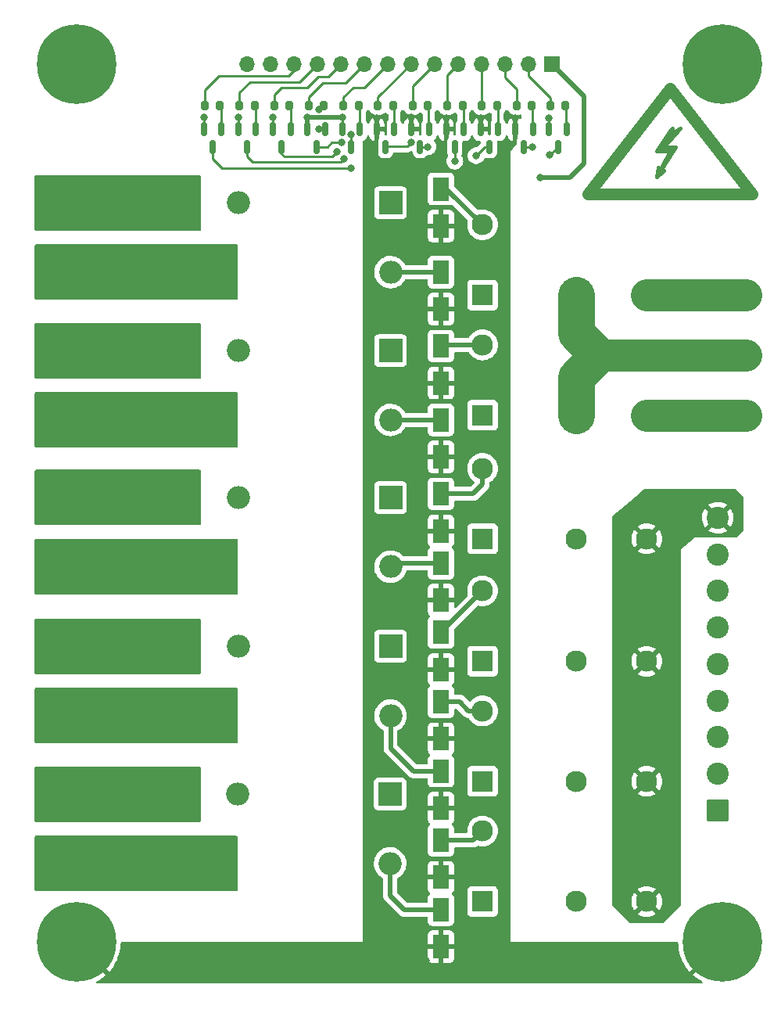
<source format=gbr>
%TF.GenerationSoftware,KiCad,Pcbnew,6.0.10+dfsg-2*%
%TF.CreationDate,2023-01-31T20:00:01-05:00*%
%TF.ProjectId,StoveRelays,53746f76-6552-4656-9c61-79732e6b6963,rev?*%
%TF.SameCoordinates,Original*%
%TF.FileFunction,Copper,L1,Top*%
%TF.FilePolarity,Positive*%
%FSLAX46Y46*%
G04 Gerber Fmt 4.6, Leading zero omitted, Abs format (unit mm)*
G04 Created by KiCad (PCBNEW 6.0.10+dfsg-2) date 2023-01-31 20:00:01*
%MOMM*%
%LPD*%
G01*
G04 APERTURE LIST*
G04 Aperture macros list*
%AMRoundRect*
0 Rectangle with rounded corners*
0 $1 Rounding radius*
0 $2 $3 $4 $5 $6 $7 $8 $9 X,Y pos of 4 corners*
0 Add a 4 corners polygon primitive as box body*
4,1,4,$2,$3,$4,$5,$6,$7,$8,$9,$2,$3,0*
0 Add four circle primitives for the rounded corners*
1,1,$1+$1,$2,$3*
1,1,$1+$1,$4,$5*
1,1,$1+$1,$6,$7*
1,1,$1+$1,$8,$9*
0 Add four rect primitives between the rounded corners*
20,1,$1+$1,$2,$3,$4,$5,0*
20,1,$1+$1,$4,$5,$6,$7,0*
20,1,$1+$1,$6,$7,$8,$9,0*
20,1,$1+$1,$8,$9,$2,$3,0*%
G04 Aperture macros list end*
%TA.AperFunction,EtchedComponent*%
%ADD10C,0.381000*%
%TD*%
%TA.AperFunction,EtchedComponent*%
%ADD11C,1.270000*%
%TD*%
%TA.AperFunction,ComponentPad*%
%ADD12RoundRect,0.250001X0.949999X-0.949999X0.949999X0.949999X-0.949999X0.949999X-0.949999X-0.949999X0*%
%TD*%
%TA.AperFunction,ComponentPad*%
%ADD13C,2.400000*%
%TD*%
%TA.AperFunction,SMDPad,CuDef*%
%ADD14RoundRect,0.200000X-0.200000X-0.275000X0.200000X-0.275000X0.200000X0.275000X-0.200000X0.275000X0*%
%TD*%
%TA.AperFunction,SMDPad,CuDef*%
%ADD15R,1.800000X2.500000*%
%TD*%
%TA.AperFunction,SMDPad,CuDef*%
%ADD16RoundRect,0.150000X-0.150000X0.587500X-0.150000X-0.587500X0.150000X-0.587500X0.150000X0.587500X0*%
%TD*%
%TA.AperFunction,ComponentPad*%
%ADD17R,2.300000X2.300000*%
%TD*%
%TA.AperFunction,ComponentPad*%
%ADD18C,2.300000*%
%TD*%
%TA.AperFunction,ComponentPad*%
%ADD19C,0.900000*%
%TD*%
%TA.AperFunction,ComponentPad*%
%ADD20C,8.600000*%
%TD*%
%TA.AperFunction,ComponentPad*%
%ADD21O,2.500000X2.500000*%
%TD*%
%TA.AperFunction,ComponentPad*%
%ADD22R,2.500000X2.500000*%
%TD*%
%TA.AperFunction,ComponentPad*%
%ADD23C,2.500000*%
%TD*%
%TA.AperFunction,ComponentPad*%
%ADD24R,1.700000X1.700000*%
%TD*%
%TA.AperFunction,ComponentPad*%
%ADD25O,1.700000X1.700000*%
%TD*%
%TA.AperFunction,ViaPad*%
%ADD26C,0.800000*%
%TD*%
%TA.AperFunction,Conductor*%
%ADD27C,0.250000*%
%TD*%
%TA.AperFunction,Conductor*%
%ADD28C,0.500000*%
%TD*%
%TA.AperFunction,Conductor*%
%ADD29C,3.500000*%
%TD*%
%TA.AperFunction,Conductor*%
%ADD30C,4.000000*%
%TD*%
G04 APERTURE END LIST*
D10*
%TO.C,SYM1*%
X169926000Y-63980000D02*
X168656000Y-63980000D01*
X168148000Y-66647000D02*
X168021000Y-66139000D01*
X169418000Y-62075000D02*
X167894000Y-64361000D01*
X168021000Y-66139000D02*
X167894000Y-67155000D01*
X170434000Y-61948000D02*
X169672000Y-62456000D01*
X167894000Y-64361000D02*
X169291000Y-64361000D01*
D11*
X169291000Y-57630000D02*
X178181000Y-69060000D01*
X178181000Y-69060000D02*
X160401000Y-69060000D01*
D10*
X169291000Y-64361000D02*
X168148000Y-66647000D01*
X168275000Y-64234000D02*
X169545000Y-64234000D01*
X168656000Y-66520000D02*
X168148000Y-66774000D01*
X169672000Y-62329000D02*
X168275000Y-64234000D01*
X168148000Y-66774000D02*
X169926000Y-63980000D01*
D11*
X160401000Y-69060000D02*
X169291000Y-57630000D01*
D10*
X167894000Y-67155000D02*
X168656000Y-66520000D01*
X168656000Y-63980000D02*
X170434000Y-61948000D01*
X169672000Y-62456000D02*
X169545000Y-61948000D01*
%TD*%
D12*
%TO.P,J16,1,Pin_1*%
%TO.N,unconnected-(J16-Pad1)*%
X174482500Y-135760000D03*
D13*
%TO.P,J16,2,Pin_2*%
%TO.N,unconnected-(J16-Pad2)*%
X174482500Y-131800000D03*
%TO.P,J16,3,Pin_3*%
%TO.N,/Fan_High/COM*%
X174482500Y-127840000D03*
%TO.P,J16,4,Pin_4*%
%TO.N,/Fan_Low/COM*%
X174482500Y-123880000D03*
%TO.P,J16,5,Pin_5*%
%TO.N,unconnected-(J16-Pad5)*%
X174482500Y-119920000D03*
%TO.P,J16,6,Pin_6*%
%TO.N,/Oven_Light/COM*%
X174482500Y-115960000D03*
%TO.P,J16,7,Pin_7*%
%TO.N,/Cooling_Fan/COM*%
X174482500Y-112000000D03*
%TO.P,J16,8,Pin_8*%
%TO.N,unconnected-(J16-Pad8)*%
X174482500Y-108040000D03*
%TO.P,J16,9,Pin_9*%
%TO.N,AC*%
X174482500Y-104080000D03*
%TD*%
D14*
%TO.P,R2,1*%
%TO.N,/Broil_A*%
X126425000Y-59500000D03*
%TO.P,R2,2*%
%TO.N,Net-(Q2-Pad1)*%
X128075000Y-59500000D03*
%TD*%
D15*
%TO.P,D6,1,K*%
%TO.N,Net-(D6-Pad1)*%
X144500000Y-139000000D03*
%TO.P,D6,2,A*%
%TO.N,GND*%
X144500000Y-143000000D03*
%TD*%
D16*
%TO.P,Q9,1,B*%
%TO.N,Net-(Q9-Pad1)*%
X158112500Y-62062500D03*
%TO.P,Q9,2,E*%
%TO.N,GND*%
X156212500Y-62062500D03*
%TO.P,Q9,3,C*%
%TO.N,Net-(D9-Pad1)*%
X157162500Y-63937500D03*
%TD*%
D17*
%TO.P,K8,1*%
%TO.N,+5V*%
X149000000Y-93000000D03*
D18*
%TO.P,K8,2*%
%TO.N,/DD_L1*%
X159160000Y-93000000D03*
%TO.P,K8,3*%
%TO.N,/DownDraft_High/NO*%
X166780000Y-93000000D03*
%TO.P,K8,5*%
%TO.N,Net-(D8-Pad1)*%
X149000000Y-85380000D03*
%TD*%
D15*
%TO.P,D2,1,K*%
%TO.N,Net-(D2-Pad1)*%
X144500000Y-109000000D03*
%TO.P,D2,2,A*%
%TO.N,GND*%
X144500000Y-113000000D03*
%TD*%
D16*
%TO.P,Q5,1,B*%
%TO.N,Net-(Q5-Pad1)*%
X131950000Y-62062500D03*
%TO.P,Q5,2,E*%
%TO.N,GND*%
X130050000Y-62062500D03*
%TO.P,Q5,3,C*%
%TO.N,Net-(D5-Pad1)*%
X131000000Y-63937500D03*
%TD*%
%TO.P,Q4,1,B*%
%TO.N,Net-(Q4-Pad1)*%
X124450000Y-62062500D03*
%TO.P,Q4,2,E*%
%TO.N,GND*%
X122550000Y-62062500D03*
%TO.P,Q4,3,C*%
%TO.N,Net-(D4-Pad1)*%
X123500000Y-63937500D03*
%TD*%
D17*
%TO.P,K10,1*%
%TO.N,+5V*%
X149000000Y-106370000D03*
D18*
%TO.P,K10,2*%
%TO.N,/Cooling_Fan/COM*%
X159160000Y-106370000D03*
%TO.P,K10,3*%
%TO.N,AC*%
X166780000Y-106370000D03*
%TO.P,K10,5*%
%TO.N,Net-(D10-Pad1)*%
X149000000Y-98750000D03*
%TD*%
D15*
%TO.P,D10,1,K*%
%TO.N,Net-(D10-Pad1)*%
X144500000Y-101500000D03*
%TO.P,D10,2,A*%
%TO.N,GND*%
X144500000Y-105500000D03*
%TD*%
D14*
%TO.P,R6,1*%
%TO.N,/Fan_High*%
X137675000Y-59500000D03*
%TO.P,R6,2*%
%TO.N,Net-(Q6-Pad1)*%
X139325000Y-59500000D03*
%TD*%
D15*
%TO.P,D4,1,K*%
%TO.N,Net-(D4-Pad1)*%
X144500000Y-93500000D03*
%TO.P,D4,2,A*%
%TO.N,GND*%
X144500000Y-97500000D03*
%TD*%
%TO.P,D11,1,K*%
%TO.N,Net-(D11-Pad1)*%
X144500000Y-116500000D03*
%TO.P,D11,2,A*%
%TO.N,GND*%
X144500000Y-120500000D03*
%TD*%
D19*
%TO.P,H3,1,1*%
%TO.N,GND*%
X175000000Y-146775000D03*
X177280419Y-152280419D03*
X175000000Y-153225000D03*
X177280419Y-147719581D03*
X171775000Y-150000000D03*
X172719581Y-152280419D03*
X172719581Y-147719581D03*
X178225000Y-150000000D03*
D20*
X175000000Y-150000000D03*
%TD*%
D21*
%TO.P,K1,11*%
%TO.N,Net-(J2-Pad1)*%
X119000000Y-141500000D03*
%TO.P,K1,12*%
%TO.N,unconnected-(K1-Pad12)*%
X122500000Y-134000000D03*
%TO.P,K1,14*%
%TO.N,Net-(J3-Pad1)*%
X115500000Y-134000000D03*
D22*
%TO.P,K1,A1*%
%TO.N,+3V3*%
X139000000Y-134000000D03*
D21*
%TO.P,K1,A2*%
%TO.N,Net-(D1-Pad1)*%
X139000000Y-141500000D03*
%TD*%
D23*
%TO.P,J5,1,Pin_1*%
%TO.N,Net-(J5-Pad1)*%
X101950000Y-102000000D03*
X107050000Y-102000000D03*
%TD*%
D16*
%TO.P,Q1,1,B*%
%TO.N,Net-(Q1-Pad1)*%
X135700000Y-62062500D03*
%TO.P,Q1,2,E*%
%TO.N,GND*%
X133800000Y-62062500D03*
%TO.P,Q1,3,C*%
%TO.N,Net-(D1-Pad1)*%
X134750000Y-63937500D03*
%TD*%
%TO.P,Q11,1,B*%
%TO.N,Net-(Q11-Pad1)*%
X146950000Y-62062500D03*
%TO.P,Q11,2,E*%
%TO.N,GND*%
X145050000Y-62062500D03*
%TO.P,Q11,3,C*%
%TO.N,Net-(D11-Pad1)*%
X146000000Y-63937500D03*
%TD*%
D23*
%TO.P,J12,1,Pin_1*%
%TO.N,/DownDraft_Low/NO*%
X172450000Y-80000000D03*
X177550000Y-80000000D03*
%TD*%
%TO.P,J7,1,Pin_1*%
%TO.N,Net-(J7-Pad1)*%
X101950000Y-70000000D03*
X107050000Y-70000000D03*
%TD*%
D14*
%TO.P,R11,1*%
%TO.N,/Light*%
X145175000Y-59500000D03*
%TO.P,R11,2*%
%TO.N,Net-(Q11-Pad1)*%
X146825000Y-59500000D03*
%TD*%
D17*
%TO.P,K11,1*%
%TO.N,+5V*%
X149000000Y-119620000D03*
D18*
%TO.P,K11,2*%
%TO.N,/Oven_Light/COM*%
X159160000Y-119620000D03*
%TO.P,K11,3*%
%TO.N,AC*%
X166780000Y-119620000D03*
%TO.P,K11,5*%
%TO.N,Net-(D11-Pad1)*%
X149000000Y-112000000D03*
%TD*%
D15*
%TO.P,D3,1,K*%
%TO.N,Net-(D3-Pad1)*%
X144500000Y-77500000D03*
%TO.P,D3,2,A*%
%TO.N,GND*%
X144500000Y-81500000D03*
%TD*%
D14*
%TO.P,R7,1*%
%TO.N,/Fan_Low*%
X141425000Y-59500000D03*
%TO.P,R7,2*%
%TO.N,Net-(Q7-Pad1)*%
X143075000Y-59500000D03*
%TD*%
D23*
%TO.P,J8,1,Pin_1*%
%TO.N,Net-(J8-Pad1)*%
X107050000Y-93500000D03*
X101950000Y-93500000D03*
%TD*%
%TO.P,J13,1,Pin_1*%
%TO.N,/DD_L1*%
X172450000Y-86500000D03*
X177550000Y-86500000D03*
%TD*%
D16*
%TO.P,Q2,1,B*%
%TO.N,Net-(Q2-Pad1)*%
X128200000Y-62062500D03*
%TO.P,Q2,2,E*%
%TO.N,GND*%
X126300000Y-62062500D03*
%TO.P,Q2,3,C*%
%TO.N,Net-(D2-Pad1)*%
X127250000Y-63937500D03*
%TD*%
D14*
%TO.P,R5,1*%
%TO.N,/Bake_B*%
X130175000Y-59500000D03*
%TO.P,R5,2*%
%TO.N,Net-(Q5-Pad1)*%
X131825000Y-59500000D03*
%TD*%
%TO.P,R3,1*%
%TO.N,/Convection_A*%
X118925000Y-59500000D03*
%TO.P,R3,2*%
%TO.N,Net-(Q3-Pad1)*%
X120575000Y-59500000D03*
%TD*%
D23*
%TO.P,J10,1,Pin_1*%
%TO.N,Net-(J10-Pad1)*%
X107050000Y-125500000D03*
X101950000Y-125500000D03*
%TD*%
D14*
%TO.P,R9,1*%
%TO.N,/Down_Draft_Low*%
X156337500Y-59500000D03*
%TO.P,R9,2*%
%TO.N,Net-(Q9-Pad1)*%
X157987500Y-59500000D03*
%TD*%
D15*
%TO.P,D1,1,K*%
%TO.N,Net-(D1-Pad1)*%
X144500000Y-146500000D03*
%TO.P,D1,2,A*%
%TO.N,GND*%
X144500000Y-150500000D03*
%TD*%
D23*
%TO.P,J11,1,Pin_1*%
%TO.N,Net-(J11-Pad1)*%
X101950000Y-118000000D03*
X107050000Y-118000000D03*
%TD*%
D21*
%TO.P,K5,11*%
%TO.N,Net-(J10-Pad1)*%
X119037500Y-125500000D03*
%TO.P,K5,12*%
%TO.N,unconnected-(K5-Pad12)*%
X122537500Y-118000000D03*
%TO.P,K5,14*%
%TO.N,Net-(J11-Pad1)*%
X115537500Y-118000000D03*
D22*
%TO.P,K5,A1*%
%TO.N,+3V3*%
X139037500Y-118000000D03*
D21*
%TO.P,K5,A2*%
%TO.N,Net-(D5-Pad1)*%
X139037500Y-125500000D03*
%TD*%
D23*
%TO.P,J2,1,Pin_1*%
%TO.N,Net-(J2-Pad1)*%
X107012500Y-141500000D03*
X101912500Y-141500000D03*
%TD*%
D14*
%TO.P,R10,1*%
%TO.N,/Cooling Fan*%
X148925000Y-59500000D03*
%TO.P,R10,2*%
%TO.N,Net-(Q10-Pad1)*%
X150575000Y-59500000D03*
%TD*%
D17*
%TO.P,K6,1*%
%TO.N,+5V*%
X149000000Y-145620000D03*
D18*
%TO.P,K6,2*%
%TO.N,/Fan_High/COM*%
X159160000Y-145620000D03*
%TO.P,K6,3*%
%TO.N,AC*%
X166780000Y-145620000D03*
%TO.P,K6,5*%
%TO.N,Net-(D6-Pad1)*%
X149000000Y-138000000D03*
%TD*%
D14*
%TO.P,R4,1*%
%TO.N,/Broil_Convection_B*%
X122675000Y-59500000D03*
%TO.P,R4,2*%
%TO.N,Net-(Q4-Pad1)*%
X124325000Y-59500000D03*
%TD*%
D23*
%TO.P,J9,1,Pin_1*%
%TO.N,Net-(J9-Pad1)*%
X101950000Y-86000000D03*
X107050000Y-86000000D03*
%TD*%
D14*
%TO.P,R1,1*%
%TO.N,/Bake_A*%
X133925000Y-59500000D03*
%TO.P,R1,2*%
%TO.N,Net-(Q1-Pad1)*%
X135575000Y-59500000D03*
%TD*%
%TO.P,R8,1*%
%TO.N,/Down_Draft_High*%
X152675000Y-59500000D03*
%TO.P,R8,2*%
%TO.N,Net-(Q8-Pad1)*%
X154325000Y-59500000D03*
%TD*%
D17*
%TO.P,K9,1*%
%TO.N,+5V*%
X149000000Y-80000000D03*
D18*
%TO.P,K9,2*%
%TO.N,/DD_L1*%
X159160000Y-80000000D03*
%TO.P,K9,3*%
%TO.N,/DownDraft_Low/NO*%
X166780000Y-80000000D03*
%TO.P,K9,5*%
%TO.N,Net-(D9-Pad1)*%
X149000000Y-72380000D03*
%TD*%
D17*
%TO.P,K7,1*%
%TO.N,+5V*%
X149000000Y-132620000D03*
D18*
%TO.P,K7,2*%
%TO.N,/Fan_Low/COM*%
X159160000Y-132620000D03*
%TO.P,K7,3*%
%TO.N,AC*%
X166780000Y-132620000D03*
%TO.P,K7,5*%
%TO.N,Net-(D7-Pad1)*%
X149000000Y-125000000D03*
%TD*%
D16*
%TO.P,Q3,1,B*%
%TO.N,Net-(Q3-Pad1)*%
X120700000Y-62062500D03*
%TO.P,Q3,2,E*%
%TO.N,GND*%
X118800000Y-62062500D03*
%TO.P,Q3,3,C*%
%TO.N,Net-(D3-Pad1)*%
X119750000Y-63937500D03*
%TD*%
D23*
%TO.P,J4,1,Pin_1*%
%TO.N,Net-(J4-Pad1)*%
X107050000Y-109500000D03*
X101950000Y-109500000D03*
%TD*%
%TO.P,J3,1,Pin_1*%
%TO.N,Net-(J3-Pad1)*%
X101912500Y-134000000D03*
X107012500Y-134000000D03*
%TD*%
D15*
%TO.P,D8,1,K*%
%TO.N,Net-(D8-Pad1)*%
X144500000Y-85500000D03*
%TO.P,D8,2,A*%
%TO.N,GND*%
X144500000Y-89500000D03*
%TD*%
D16*
%TO.P,Q8,1,B*%
%TO.N,Net-(Q8-Pad1)*%
X154450000Y-62062500D03*
%TO.P,Q8,2,E*%
%TO.N,GND*%
X152550000Y-62062500D03*
%TO.P,Q8,3,C*%
%TO.N,Net-(D8-Pad1)*%
X153500000Y-63937500D03*
%TD*%
D15*
%TO.P,D9,1,K*%
%TO.N,Net-(D9-Pad1)*%
X144500000Y-68500000D03*
%TO.P,D9,2,A*%
%TO.N,GND*%
X144500000Y-72500000D03*
%TD*%
D23*
%TO.P,J6,1,Pin_1*%
%TO.N,Net-(J6-Pad1)*%
X101950000Y-77500000D03*
X107050000Y-77500000D03*
%TD*%
D16*
%TO.P,Q7,1,B*%
%TO.N,Net-(Q7-Pad1)*%
X143200000Y-62062500D03*
%TO.P,Q7,2,E*%
%TO.N,GND*%
X141300000Y-62062500D03*
%TO.P,Q7,3,C*%
%TO.N,Net-(D7-Pad1)*%
X142250000Y-63937500D03*
%TD*%
D20*
%TO.P,H2,1,1*%
%TO.N,GND*%
X175000000Y-55000000D03*
D19*
X177280419Y-57280419D03*
X178225000Y-55000000D03*
X172719581Y-57280419D03*
X171775000Y-55000000D03*
X172719581Y-52719581D03*
X175000000Y-51775000D03*
X175000000Y-58225000D03*
X177280419Y-52719581D03*
%TD*%
D21*
%TO.P,K2,11*%
%TO.N,Net-(J4-Pad1)*%
X119037500Y-109387500D03*
%TO.P,K2,12*%
%TO.N,unconnected-(K2-Pad12)*%
X122537500Y-101887500D03*
%TO.P,K2,14*%
%TO.N,Net-(J5-Pad1)*%
X115537500Y-101887500D03*
D22*
%TO.P,K2,A1*%
%TO.N,+3V3*%
X139037500Y-101887500D03*
D21*
%TO.P,K2,A2*%
%TO.N,Net-(D2-Pad1)*%
X139037500Y-109387500D03*
%TD*%
D15*
%TO.P,D5,1,K*%
%TO.N,Net-(D5-Pad1)*%
X144500000Y-131500000D03*
%TO.P,D5,2,A*%
%TO.N,GND*%
X144500000Y-135500000D03*
%TD*%
D16*
%TO.P,Q10,1,B*%
%TO.N,Net-(Q10-Pad1)*%
X150700000Y-62062500D03*
%TO.P,Q10,2,E*%
%TO.N,GND*%
X148800000Y-62062500D03*
%TO.P,Q10,3,C*%
%TO.N,Net-(D10-Pad1)*%
X149750000Y-63937500D03*
%TD*%
D15*
%TO.P,D7,1,K*%
%TO.N,Net-(D7-Pad1)*%
X144500000Y-124000000D03*
%TO.P,D7,2,A*%
%TO.N,GND*%
X144500000Y-128000000D03*
%TD*%
D19*
%TO.P,H1,1,1*%
%TO.N,GND*%
X102719581Y-52719581D03*
X107280419Y-57280419D03*
X101775000Y-55000000D03*
X105000000Y-51775000D03*
X108225000Y-55000000D03*
X105000000Y-58225000D03*
D20*
X105000000Y-55000000D03*
D19*
X102719581Y-57280419D03*
X107280419Y-52719581D03*
%TD*%
D20*
%TO.P,H4,1,1*%
%TO.N,GND*%
X105000000Y-150000000D03*
D19*
X105000000Y-146775000D03*
X107280419Y-152280419D03*
X105000000Y-153225000D03*
X102719581Y-147719581D03*
X108225000Y-150000000D03*
X101775000Y-150000000D03*
X102719581Y-152280419D03*
X107280419Y-147719581D03*
%TD*%
D21*
%TO.P,K4,11*%
%TO.N,Net-(J8-Pad1)*%
X119037500Y-93500000D03*
%TO.P,K4,12*%
%TO.N,unconnected-(K4-Pad12)*%
X122537500Y-86000000D03*
%TO.P,K4,14*%
%TO.N,Net-(J9-Pad1)*%
X115537500Y-86000000D03*
D22*
%TO.P,K4,A1*%
%TO.N,+3V3*%
X139037500Y-86000000D03*
D21*
%TO.P,K4,A2*%
%TO.N,Net-(D4-Pad1)*%
X139037500Y-93500000D03*
%TD*%
D24*
%TO.P,J1,1,Pin_1*%
%TO.N,+5V*%
X156500000Y-55000000D03*
D25*
%TO.P,J1,2,Pin_2*%
%TO.N,/Down_Draft_Low*%
X153960000Y-55000000D03*
%TO.P,J1,3,Pin_3*%
%TO.N,/Down_Draft_High*%
X151420000Y-55000000D03*
%TO.P,J1,4,Pin_4*%
%TO.N,/Cooling Fan*%
X148880000Y-55000000D03*
%TO.P,J1,5,Pin_5*%
%TO.N,/Light*%
X146340000Y-55000000D03*
%TO.P,J1,6,Pin_6*%
%TO.N,/Fan_Low*%
X143800000Y-55000000D03*
%TO.P,J1,7,Pin_7*%
%TO.N,/Fan_High*%
X141260000Y-55000000D03*
%TO.P,J1,8,Pin_8*%
%TO.N,/Bake_A*%
X138720000Y-55000000D03*
%TO.P,J1,9,Pin_9*%
%TO.N,/Bake_B*%
X136180000Y-55000000D03*
%TO.P,J1,10,Pin_10*%
%TO.N,/Broil_A*%
X133640000Y-55000000D03*
%TO.P,J1,11,Pin_11*%
%TO.N,/Broil_Convection_B*%
X131100000Y-55000000D03*
%TO.P,J1,12,Pin_12*%
%TO.N,/Convection_A*%
X128560000Y-55000000D03*
%TO.P,J1,13,Pin_13*%
%TO.N,+3V3*%
X126020000Y-55000000D03*
%TO.P,J1,14,Pin_14*%
%TO.N,GND*%
X123480000Y-55000000D03*
%TD*%
D21*
%TO.P,K3,11*%
%TO.N,Net-(J6-Pad1)*%
X119037500Y-77500000D03*
%TO.P,K3,12*%
%TO.N,unconnected-(K3-Pad12)*%
X122537500Y-70000000D03*
%TO.P,K3,14*%
%TO.N,Net-(J7-Pad1)*%
X115537500Y-70000000D03*
D22*
%TO.P,K3,A1*%
%TO.N,+3V3*%
X139037500Y-70000000D03*
D21*
%TO.P,K3,A2*%
%TO.N,Net-(D3-Pad1)*%
X139037500Y-77500000D03*
%TD*%
D16*
%TO.P,Q6,1,B*%
%TO.N,Net-(Q6-Pad1)*%
X139450000Y-62062500D03*
%TO.P,Q6,2,E*%
%TO.N,GND*%
X137550000Y-62062500D03*
%TO.P,Q6,3,C*%
%TO.N,Net-(D6-Pad1)*%
X138500000Y-63937500D03*
%TD*%
D23*
%TO.P,J14,1,Pin_1*%
%TO.N,/DownDraft_High/NO*%
X177550000Y-93000000D03*
X172450000Y-93000000D03*
%TD*%
D26*
%TO.N,GND*%
X156200000Y-60837500D03*
X145050000Y-60837500D03*
X122550000Y-60787500D03*
X118800000Y-60787500D03*
X126300000Y-60737500D03*
X133800000Y-60787500D03*
X137550000Y-60800000D03*
X144500000Y-120500000D03*
X130050000Y-60787500D03*
X141300000Y-60787500D03*
X144500000Y-150500000D03*
X144500000Y-105500000D03*
X144500000Y-81500000D03*
X142856000Y-152000000D03*
X144500000Y-143000000D03*
X148800000Y-60837500D03*
X144500000Y-113000000D03*
X144500000Y-72500000D03*
X144500000Y-128000000D03*
X152550000Y-60837500D03*
X144500000Y-135500000D03*
X144500000Y-89500000D03*
X144500000Y-97500000D03*
%TO.N,Net-(D1-Pad1)*%
X134750000Y-62600000D03*
%TO.N,Net-(D2-Pad1)*%
X133250000Y-64500000D03*
%TO.N,Net-(D3-Pad1)*%
X134750000Y-66250000D03*
%TO.N,Net-(D4-Pad1)*%
X134000000Y-65250000D03*
%TO.N,Net-(D5-Pad1)*%
X133750000Y-63500000D03*
%TO.N,Net-(D6-Pad1)*%
X141250000Y-63500000D03*
%TO.N,Net-(J2-Pad1)*%
X121962500Y-140500000D03*
X115962500Y-139000000D03*
X118962500Y-139000000D03*
X106462500Y-139000000D03*
X111000000Y-139000000D03*
X104250000Y-142500000D03*
X112750000Y-140500000D03*
X103462500Y-144000000D03*
X102212500Y-144000000D03*
X100962500Y-139000000D03*
X104962500Y-144000000D03*
X111000000Y-144000000D03*
X104250000Y-140500000D03*
X114500000Y-140500000D03*
X118962500Y-144000000D03*
X120462500Y-144000000D03*
X114500000Y-142500000D03*
X117462500Y-144000000D03*
X115962500Y-140500000D03*
X121962500Y-139000000D03*
X109462500Y-142500000D03*
X100962500Y-144000000D03*
X114500000Y-139000000D03*
X109462500Y-139000000D03*
X109462500Y-144000000D03*
X111000000Y-140500000D03*
X107962500Y-139000000D03*
X104962500Y-139000000D03*
X120462500Y-139000000D03*
X112750000Y-142500000D03*
X121962500Y-144000000D03*
X107962500Y-144000000D03*
X111000000Y-142500000D03*
X112750000Y-139000000D03*
X121962500Y-142500000D03*
X109462500Y-140500000D03*
X114500000Y-144000000D03*
X112750000Y-144000000D03*
X117462500Y-139000000D03*
X103462500Y-139000000D03*
X115962500Y-144000000D03*
X102212500Y-139000000D03*
X115962500Y-142500000D03*
X106462500Y-144000000D03*
%TO.N,Net-(J3-Pad1)*%
X110500000Y-133000000D03*
X105462500Y-136500000D03*
X113500000Y-135000000D03*
X110500000Y-135000000D03*
X100962500Y-136500000D03*
X113500000Y-133000000D03*
X114962500Y-136500000D03*
X109212500Y-133000000D03*
X105462500Y-131500000D03*
X104250000Y-135000000D03*
X112000000Y-135000000D03*
X112000000Y-133000000D03*
X108462500Y-131500000D03*
X104250000Y-133000000D03*
X113500000Y-131500000D03*
X112000000Y-131500000D03*
X117962500Y-133000000D03*
X117962500Y-136500000D03*
X110500000Y-131500000D03*
X116462500Y-136500000D03*
X103962500Y-131500000D03*
X103962500Y-136500000D03*
X113500000Y-136500000D03*
X112000000Y-136500000D03*
X106962500Y-131500000D03*
X102462500Y-136500000D03*
X109212500Y-135000000D03*
X100962500Y-131500000D03*
X117962500Y-131500000D03*
X110500000Y-136500000D03*
X102462500Y-131500000D03*
X114962500Y-131500000D03*
X108462500Y-136500000D03*
X117962500Y-135000000D03*
X116462500Y-131500000D03*
X106962500Y-136500000D03*
%TO.N,Net-(J4-Pad1)*%
X112800000Y-106900000D03*
X119000000Y-106887500D03*
X114400000Y-108400000D03*
X104250000Y-110387500D03*
X103500000Y-111887500D03*
X114400000Y-110400000D03*
X101000000Y-106887500D03*
X102250000Y-111887500D03*
X120500000Y-111887500D03*
X102250000Y-106887500D03*
X111000000Y-110387500D03*
X114400000Y-106900000D03*
X109500000Y-108387500D03*
X105000000Y-111887500D03*
X117500000Y-106887500D03*
X112800000Y-108400000D03*
X114400000Y-111900000D03*
X122000000Y-108387500D03*
X116000000Y-110387500D03*
X106500000Y-106887500D03*
X105000000Y-106887500D03*
X106500000Y-111887500D03*
X104250000Y-108387500D03*
X103500000Y-106887500D03*
X119000000Y-111887500D03*
X116000000Y-106887500D03*
X109500000Y-111887500D03*
X122000000Y-111887500D03*
X111000000Y-106887500D03*
X116000000Y-111887500D03*
X122000000Y-106887500D03*
X112800000Y-111900000D03*
X122000000Y-110387500D03*
X108000000Y-106887500D03*
X120500000Y-106887500D03*
X111000000Y-108387500D03*
X101000000Y-111887500D03*
X117500000Y-111887500D03*
X111000000Y-111887500D03*
X109500000Y-110387500D03*
X108000000Y-111887500D03*
X109500000Y-106887500D03*
X116000000Y-108387500D03*
X112800000Y-110400000D03*
%TO.N,Net-(J5-Pad1)*%
X116500000Y-99387500D03*
X111700000Y-104400000D03*
X115000000Y-99387500D03*
X101000000Y-104387500D03*
X107000000Y-99387500D03*
X102500000Y-104387500D03*
X113300000Y-99400000D03*
X108500000Y-99387500D03*
X113300000Y-104400000D03*
X113300000Y-100900000D03*
X113300000Y-102912500D03*
X104250000Y-100887500D03*
X105500000Y-99387500D03*
X118000000Y-102887500D03*
X105500000Y-104387500D03*
X107000000Y-104387500D03*
X110000000Y-100887500D03*
X110000000Y-104387500D03*
X104250000Y-102887500D03*
X110000000Y-102900000D03*
X118000000Y-104387500D03*
X118000000Y-100887500D03*
X111700000Y-99400000D03*
X110000000Y-99387500D03*
X111700000Y-100900000D03*
X102500000Y-99387500D03*
X115000000Y-104387500D03*
X108500000Y-104387500D03*
X116500000Y-104387500D03*
X118000000Y-99387500D03*
X104000000Y-99387500D03*
X104000000Y-104387500D03*
X101000000Y-99387500D03*
X111700000Y-102912500D03*
%TO.N,Net-(J6-Pad1)*%
X111000000Y-80000000D03*
X122000000Y-80000000D03*
X111000000Y-76500000D03*
X119000000Y-80000000D03*
X108000000Y-80000000D03*
X114400000Y-80000000D03*
X112800000Y-75000000D03*
X109500000Y-76500000D03*
X102250000Y-75000000D03*
X104250000Y-76500000D03*
X120500000Y-80000000D03*
X101000000Y-75000000D03*
X112800000Y-78500000D03*
X114400000Y-75000000D03*
X120500000Y-75000000D03*
X114400000Y-78500000D03*
X111000000Y-78500000D03*
X109500000Y-78500000D03*
X116000000Y-78500000D03*
X106500000Y-80000000D03*
X111000000Y-75000000D03*
X117500000Y-80000000D03*
X108000000Y-75000000D03*
X112800000Y-80000000D03*
X116000000Y-76500000D03*
X119000000Y-75000000D03*
X122000000Y-76500000D03*
X105000000Y-80000000D03*
X122000000Y-78500000D03*
X102250000Y-80000000D03*
X103500000Y-75000000D03*
X116000000Y-75000000D03*
X116000000Y-80000000D03*
X104250000Y-78500000D03*
X109500000Y-80000000D03*
X101000000Y-80000000D03*
X109500000Y-75000000D03*
X112800000Y-76500000D03*
X106500000Y-75000000D03*
X117500000Y-75000000D03*
X122000000Y-75000000D03*
X114400000Y-76500000D03*
X105000000Y-75000000D03*
X103500000Y-80000000D03*
%TO.N,Net-(J7-Pad1)*%
X118000000Y-71000000D03*
X110000000Y-72500000D03*
X118000000Y-69000000D03*
X104000000Y-72500000D03*
X110000000Y-69000000D03*
X111600000Y-69000000D03*
X118000000Y-72500000D03*
X111600000Y-71000000D03*
X113200000Y-72500000D03*
X102500000Y-67500000D03*
X115000000Y-67500000D03*
X113200000Y-67500000D03*
X111600000Y-72500000D03*
X101000000Y-72500000D03*
X116500000Y-72500000D03*
X105500000Y-67500000D03*
X101000000Y-67500000D03*
X102500000Y-72500000D03*
X107000000Y-72500000D03*
X118000000Y-67500000D03*
X111600000Y-67500000D03*
X110000000Y-67500000D03*
X113200000Y-71000000D03*
X115000000Y-72500000D03*
X108500000Y-67500000D03*
X104000000Y-67500000D03*
X105500000Y-72500000D03*
X108500000Y-72500000D03*
X104250000Y-69000000D03*
X116500000Y-67500000D03*
X113200000Y-69000000D03*
X107000000Y-67500000D03*
X110000000Y-71000000D03*
X104250000Y-71000000D03*
%TO.N,Net-(J8-Pad1)*%
X120500000Y-96000000D03*
X111000000Y-96000000D03*
X102250000Y-96000000D03*
X112700000Y-96000000D03*
X109500000Y-92500000D03*
X103500000Y-91000000D03*
X116000000Y-96000000D03*
X106500000Y-96000000D03*
X111000000Y-92500000D03*
X120500000Y-91000000D03*
X101000000Y-91000000D03*
X108000000Y-91000000D03*
X114300000Y-91000000D03*
X122000000Y-92500000D03*
X108000000Y-96000000D03*
X116000000Y-92500000D03*
X111000000Y-94500000D03*
X122000000Y-91000000D03*
X109500000Y-94500000D03*
X109500000Y-96000000D03*
X112700000Y-91000000D03*
X114300000Y-96000000D03*
X116000000Y-91000000D03*
X119000000Y-96000000D03*
X106500000Y-91000000D03*
X122000000Y-96000000D03*
X114300000Y-92500000D03*
X104250000Y-94500000D03*
X112700000Y-92500000D03*
X101000000Y-96000000D03*
X104250000Y-92500000D03*
X112700000Y-94500000D03*
X117500000Y-96000000D03*
X102250000Y-91000000D03*
X114300000Y-94500000D03*
X105000000Y-91000000D03*
X117500000Y-91000000D03*
X103500000Y-96000000D03*
X119000000Y-91000000D03*
X111000000Y-91000000D03*
X105000000Y-96000000D03*
X109500000Y-91000000D03*
X122000000Y-94500000D03*
X116000000Y-94500000D03*
%TO.N,Net-(J9-Pad1)*%
X111700000Y-83500000D03*
X113300000Y-88500000D03*
X115000000Y-88500000D03*
X111700000Y-87000000D03*
X110000000Y-85000000D03*
X104250000Y-85000000D03*
X107000000Y-83500000D03*
X102500000Y-88500000D03*
X105500000Y-88500000D03*
X111700000Y-85000000D03*
X118000000Y-87000000D03*
X108500000Y-88500000D03*
X104000000Y-88500000D03*
X110000000Y-83500000D03*
X115000000Y-83500000D03*
X108500000Y-83500000D03*
X101000000Y-88500000D03*
X118000000Y-88500000D03*
X102500000Y-83500000D03*
X101000000Y-83500000D03*
X113300000Y-87000000D03*
X111700000Y-88500000D03*
X116500000Y-88500000D03*
X107000000Y-88500000D03*
X110000000Y-88500000D03*
X105500000Y-83500000D03*
X113300000Y-85000000D03*
X104000000Y-83500000D03*
X104250000Y-87000000D03*
X118000000Y-83500000D03*
X116500000Y-83500000D03*
X118000000Y-85000000D03*
X113300000Y-83500000D03*
X110000000Y-87000000D03*
%TO.N,Net-(J10-Pad1)*%
X109500000Y-128000000D03*
X109500000Y-123000000D03*
X103500000Y-123000000D03*
X116000000Y-128000000D03*
X119000000Y-128000000D03*
X111000000Y-124500000D03*
X114250000Y-126500000D03*
X106500000Y-123000000D03*
X104250000Y-126500000D03*
X120500000Y-128000000D03*
X111000000Y-128000000D03*
X112750000Y-128000000D03*
X109500000Y-126500000D03*
X122000000Y-123000000D03*
X116000000Y-126500000D03*
X108000000Y-123000000D03*
X105000000Y-123000000D03*
X106500000Y-128000000D03*
X114250000Y-123000000D03*
X117500000Y-128000000D03*
X108000000Y-128000000D03*
X103500000Y-128000000D03*
X112750000Y-126500000D03*
X119000000Y-123000000D03*
X122000000Y-128000000D03*
X104250000Y-124500000D03*
X120500000Y-123000000D03*
X109500000Y-124500000D03*
X122000000Y-126500000D03*
X111000000Y-126500000D03*
X112750000Y-123000000D03*
X111000000Y-123000000D03*
X116000000Y-124500000D03*
X102250000Y-123000000D03*
X114250000Y-128000000D03*
X116000000Y-123000000D03*
X114250000Y-124500000D03*
X105000000Y-128000000D03*
X112750000Y-124500000D03*
X101000000Y-123000000D03*
X101000000Y-128000000D03*
X122000000Y-124500000D03*
X117500000Y-123000000D03*
X102250000Y-128000000D03*
%TO.N,Net-(J11-Pad1)*%
X104000000Y-120500000D03*
X102500000Y-120500000D03*
X113250000Y-118750000D03*
X104000000Y-115500000D03*
X116500000Y-115500000D03*
X113250000Y-120500000D03*
X102500000Y-115500000D03*
X110000000Y-120500000D03*
X113250000Y-115500000D03*
X110000000Y-115500000D03*
X108500000Y-115500000D03*
X118000000Y-117000000D03*
X118000000Y-120500000D03*
X107000000Y-120500000D03*
X110000000Y-117000000D03*
X115000000Y-115500000D03*
X111750000Y-115500000D03*
X108500000Y-120500000D03*
X111750000Y-120500000D03*
X118000000Y-115500000D03*
X105500000Y-120500000D03*
X107000000Y-115500000D03*
X105500000Y-115500000D03*
X111750000Y-117000000D03*
X104250000Y-117000000D03*
X104250000Y-119000000D03*
X115000000Y-120500000D03*
X113250000Y-117000000D03*
X118000000Y-119000000D03*
X101000000Y-120500000D03*
X101000000Y-115500000D03*
X110000000Y-118750000D03*
X116500000Y-120500000D03*
X111750000Y-118750000D03*
%TO.N,Net-(Q5-Pad1)*%
X131250000Y-62050000D03*
X131250000Y-59900000D03*
%TO.N,Net-(D7-Pad1)*%
X143062500Y-63937500D03*
%TO.N,Net-(D8-Pad1)*%
X154400000Y-63950000D03*
%TO.N,Net-(D9-Pad1)*%
X156300000Y-64800000D03*
%TO.N,Net-(D10-Pad1)*%
X148300000Y-64900000D03*
%TO.N,Net-(D11-Pad1)*%
X146000000Y-65500000D03*
%TO.N,+5V*%
X155250000Y-67250000D03*
%TD*%
D27*
%TO.N,GND*%
X137550000Y-62062500D02*
X137550000Y-60800000D01*
X122550000Y-62050000D02*
X122550000Y-60787500D01*
X148800000Y-62100000D02*
X148800000Y-60837500D01*
X145050000Y-62100000D02*
X145050000Y-60837500D01*
X156200000Y-62100000D02*
X156200000Y-60837500D01*
X133800000Y-62050000D02*
X133800000Y-60787500D01*
X152550000Y-62100000D02*
X152550000Y-60837500D01*
X118800000Y-62050000D02*
X118800000Y-60787500D01*
D28*
X133800000Y-60787500D02*
X130050000Y-60787500D01*
X130050000Y-62062500D02*
X130050000Y-60787500D01*
D27*
X141300000Y-62050000D02*
X141300000Y-60787500D01*
X126300000Y-62000000D02*
X126300000Y-60737500D01*
%TO.N,/Light*%
X145175000Y-56165000D02*
X146340000Y-55000000D01*
X145175000Y-59500000D02*
X145175000Y-56165000D01*
%TO.N,/Cooling Fan*%
X148925000Y-55045000D02*
X148880000Y-55000000D01*
X148925000Y-59500000D02*
X148925000Y-55045000D01*
%TO.N,/Down_Draft_Low*%
X153960000Y-56285000D02*
X153960000Y-55000000D01*
X156337500Y-59500000D02*
X156337500Y-58662500D01*
X156337500Y-58662500D02*
X153960000Y-56285000D01*
%TO.N,/Down_Draft_High*%
X152675000Y-59500000D02*
X152675000Y-57675000D01*
X152000000Y-57000000D02*
X151420000Y-56420000D01*
X151420000Y-56420000D02*
X151420000Y-55000000D01*
X152675000Y-57675000D02*
X152000000Y-57000000D01*
%TO.N,Net-(D1-Pad1)*%
X134750000Y-63937500D02*
X134750000Y-62600000D01*
D28*
X140500000Y-146500000D02*
X139000000Y-145000000D01*
X139000000Y-145000000D02*
X139000000Y-141500000D01*
X144500000Y-146500000D02*
X140500000Y-146500000D01*
D27*
%TO.N,/Convection_A*%
X118925000Y-57825000D02*
X118925000Y-59500000D01*
X128560000Y-55690000D02*
X127950000Y-56300000D01*
X120450000Y-56300000D02*
X118925000Y-57825000D01*
X127950000Y-56300000D02*
X120450000Y-56300000D01*
X128560000Y-55000000D02*
X128560000Y-55690000D01*
%TO.N,Net-(D2-Pad1)*%
X133250000Y-64500000D02*
X132725000Y-65025000D01*
X132725000Y-65025000D02*
X127525000Y-65025000D01*
D28*
X139425000Y-109000000D02*
X139037500Y-109387500D01*
X144500000Y-109000000D02*
X139425000Y-109000000D01*
D27*
X127525000Y-65025000D02*
X127250000Y-64750000D01*
X127250000Y-64750000D02*
X127250000Y-63937500D01*
%TO.N,/Broil_A*%
X126425000Y-59500000D02*
X126425000Y-58325000D01*
X132320000Y-56320000D02*
X133640000Y-55000000D01*
X126425000Y-58325000D02*
X127250000Y-57500000D01*
X131180000Y-56320000D02*
X132320000Y-56320000D01*
X130000000Y-57500000D02*
X131180000Y-56320000D01*
X127250000Y-57500000D02*
X130000000Y-57500000D01*
%TO.N,/Bake_B*%
X130175000Y-59500000D02*
X130175000Y-58575000D01*
X134180000Y-57000000D02*
X136180000Y-55000000D01*
X131750000Y-57000000D02*
X134180000Y-57000000D01*
X130175000Y-58575000D02*
X131750000Y-57000000D01*
%TO.N,/Bake_A*%
X133925000Y-59500000D02*
X133925000Y-58575000D01*
X136220000Y-57500000D02*
X138720000Y-55000000D01*
X133925000Y-58575000D02*
X135000000Y-57500000D01*
X135000000Y-57500000D02*
X136220000Y-57500000D01*
%TO.N,/Fan_Low*%
X141775000Y-57025000D02*
X143800000Y-55000000D01*
X141425000Y-59500000D02*
X141425000Y-57375000D01*
X141425000Y-57375000D02*
X141775000Y-57025000D01*
%TO.N,/Fan_High*%
X137675000Y-59500000D02*
X137675000Y-58585000D01*
X137675000Y-58585000D02*
X141260000Y-55000000D01*
%TO.N,Net-(D3-Pad1)*%
X120750000Y-66250000D02*
X119750000Y-65250000D01*
X119750000Y-65250000D02*
X119750000Y-63937500D01*
X134750000Y-66250000D02*
X120750000Y-66250000D01*
D28*
X139037500Y-77500000D02*
X144500000Y-77500000D01*
D27*
%TO.N,Net-(D4-Pad1)*%
X133650000Y-65600000D02*
X124100000Y-65600000D01*
X134000000Y-65250000D02*
X133650000Y-65600000D01*
X124100000Y-65600000D02*
X123500000Y-65000000D01*
X123500000Y-65000000D02*
X123500000Y-63937500D01*
D28*
X144500000Y-93500000D02*
X139037500Y-93500000D01*
D27*
%TO.N,Net-(D5-Pad1)*%
X133750000Y-63500000D02*
X132625000Y-63500000D01*
D28*
X144500000Y-131500000D02*
X141500000Y-131500000D01*
X141500000Y-131500000D02*
X139037500Y-129037500D01*
X139037500Y-129037500D02*
X139037500Y-125500000D01*
D27*
X132187500Y-63937500D02*
X131000000Y-63937500D01*
X132625000Y-63500000D02*
X132187500Y-63937500D01*
%TO.N,Net-(D6-Pad1)*%
X140850000Y-63900000D02*
X141250000Y-63500000D01*
D28*
X148000000Y-139000000D02*
X149000000Y-138000000D01*
X144500000Y-139000000D02*
X148000000Y-139000000D01*
D27*
X138500000Y-63937500D02*
X138537500Y-63900000D01*
X140600000Y-63900000D02*
X140850000Y-63900000D01*
X138537500Y-63900000D02*
X140600000Y-63900000D01*
%TO.N,/Broil_Convection_B*%
X123850000Y-56900000D02*
X122675000Y-58075000D01*
X131100000Y-55000000D02*
X129200000Y-56900000D01*
X129200000Y-56900000D02*
X123850000Y-56900000D01*
X122675000Y-58075000D02*
X122675000Y-59500000D01*
%TO.N,Net-(Q1-Pad1)*%
X135700000Y-59537500D02*
X135662500Y-59500000D01*
X135700000Y-62062500D02*
X135700000Y-59537500D01*
%TO.N,Net-(Q2-Pad1)*%
X128200000Y-59537500D02*
X128162500Y-59500000D01*
X128200000Y-62062500D02*
X128200000Y-59537500D01*
%TO.N,Net-(Q3-Pad1)*%
X120700000Y-62062500D02*
X120700000Y-59537500D01*
X120700000Y-59537500D02*
X120662500Y-59500000D01*
%TO.N,Net-(Q4-Pad1)*%
X124450000Y-62062500D02*
X124450000Y-59537500D01*
X124450000Y-59537500D02*
X124412500Y-59500000D01*
%TO.N,Net-(Q5-Pad1)*%
X131425000Y-59900000D02*
X131825000Y-59500000D01*
X131950000Y-62062500D02*
X131262500Y-62062500D01*
X131262500Y-62062500D02*
X131250000Y-62050000D01*
X131250000Y-59900000D02*
X131425000Y-59900000D01*
D28*
%TO.N,Net-(D7-Pad1)*%
X147500000Y-125000000D02*
X146500000Y-124000000D01*
X146500000Y-124000000D02*
X144500000Y-124000000D01*
D27*
X142250000Y-63937500D02*
X143062500Y-63937500D01*
D28*
X149000000Y-125000000D02*
X147500000Y-125000000D01*
%TO.N,Net-(D8-Pad1)*%
X144620000Y-85380000D02*
X144500000Y-85500000D01*
D27*
X153500000Y-63937500D02*
X154387500Y-63937500D01*
X154387500Y-63937500D02*
X154400000Y-63950000D01*
D28*
X149000000Y-85380000D02*
X144620000Y-85380000D01*
%TO.N,Net-(D9-Pad1)*%
X145120000Y-68500000D02*
X149000000Y-72380000D01*
D27*
X157162500Y-63937500D02*
X156300000Y-64800000D01*
D28*
X144500000Y-68500000D02*
X145120000Y-68500000D01*
%TO.N,Net-(D10-Pad1)*%
X144500000Y-101500000D02*
X148000000Y-101500000D01*
X148000000Y-101500000D02*
X149000000Y-100500000D01*
D27*
X149750000Y-63937500D02*
X149262500Y-63937500D01*
X149262500Y-63937500D02*
X148300000Y-64900000D01*
D28*
X149000000Y-100500000D02*
X149000000Y-98750000D01*
%TO.N,Net-(D11-Pad1)*%
X144500000Y-116500000D02*
X149000000Y-112000000D01*
D27*
X146000000Y-63937500D02*
X146000000Y-65500000D01*
D28*
%TO.N,+5V*%
X160000000Y-65750000D02*
X160000000Y-58500000D01*
X158500000Y-67250000D02*
X160000000Y-65750000D01*
X160000000Y-58500000D02*
X156500000Y-55000000D01*
X155250000Y-67250000D02*
X158500000Y-67250000D01*
D29*
%TO.N,/DD_L1*%
X177550000Y-86500000D02*
X161500000Y-86500000D01*
D30*
X161500000Y-86500000D02*
X159160000Y-84160000D01*
X159160000Y-93000000D02*
X159160000Y-88840000D01*
X159160000Y-88840000D02*
X161500000Y-86500000D01*
X159160000Y-84160000D02*
X159160000Y-80000000D01*
D29*
%TO.N,/DownDraft_Low/NO*%
X177550000Y-80000000D02*
X166780000Y-80000000D01*
D27*
%TO.N,Net-(Q6-Pad1)*%
X139450000Y-62062500D02*
X139450000Y-59537500D01*
X139450000Y-59537500D02*
X139412500Y-59500000D01*
%TO.N,Net-(Q7-Pad1)*%
X143162500Y-62025000D02*
X143200000Y-62062500D01*
X143162500Y-59500000D02*
X143162500Y-62025000D01*
%TO.N,Net-(Q8-Pad1)*%
X154412500Y-59500000D02*
X154412500Y-62025000D01*
X154412500Y-62025000D02*
X154450000Y-62062500D01*
%TO.N,Net-(Q9-Pad1)*%
X158075000Y-59500000D02*
X158075000Y-62025000D01*
X158075000Y-62025000D02*
X158112500Y-62062500D01*
%TO.N,Net-(Q10-Pad1)*%
X150662500Y-62025000D02*
X150700000Y-62062500D01*
X150662500Y-59500000D02*
X150662500Y-62025000D01*
%TO.N,Net-(Q11-Pad1)*%
X146912500Y-59500000D02*
X146912500Y-62025000D01*
X146912500Y-62025000D02*
X146950000Y-62062500D01*
D29*
%TO.N,/DownDraft_High/NO*%
X177550000Y-93000000D02*
X166780000Y-93000000D01*
%TD*%
%TA.AperFunction,Conductor*%
%TO.N,Net-(J6-Pad1)*%
G36*
X122442121Y-74520002D02*
G01*
X122488614Y-74573658D01*
X122500000Y-74626000D01*
X122500000Y-80374000D01*
X122479998Y-80442121D01*
X122426342Y-80488614D01*
X122374000Y-80500000D01*
X100634500Y-80500000D01*
X100566379Y-80479998D01*
X100519886Y-80426342D01*
X100508500Y-80374000D01*
X100508500Y-74626000D01*
X100528502Y-74557879D01*
X100582158Y-74511386D01*
X100634500Y-74500000D01*
X122374000Y-74500000D01*
X122442121Y-74520002D01*
G37*
%TD.AperFunction*%
%TD*%
%TA.AperFunction,Conductor*%
%TO.N,Net-(J2-Pad1)*%
G36*
X122404621Y-138520002D02*
G01*
X122451114Y-138573658D01*
X122462500Y-138626000D01*
X122462500Y-144374000D01*
X122442498Y-144442121D01*
X122388842Y-144488614D01*
X122336500Y-144500000D01*
X100634500Y-144500000D01*
X100566379Y-144479998D01*
X100519886Y-144426342D01*
X100508500Y-144374000D01*
X100508500Y-138626000D01*
X100528502Y-138557879D01*
X100582158Y-138511386D01*
X100634500Y-138500000D01*
X122336500Y-138500000D01*
X122404621Y-138520002D01*
G37*
%TD.AperFunction*%
%TD*%
%TA.AperFunction,Conductor*%
%TO.N,Net-(J3-Pad1)*%
G36*
X118404621Y-131020002D02*
G01*
X118451114Y-131073658D01*
X118462500Y-131126000D01*
X118462500Y-136874000D01*
X118442498Y-136942121D01*
X118388842Y-136988614D01*
X118336500Y-137000000D01*
X100634500Y-137000000D01*
X100566379Y-136979998D01*
X100519886Y-136926342D01*
X100508500Y-136874000D01*
X100508500Y-131126000D01*
X100528502Y-131057879D01*
X100582158Y-131011386D01*
X100634500Y-131000000D01*
X118336500Y-131000000D01*
X118404621Y-131020002D01*
G37*
%TD.AperFunction*%
%TD*%
%TA.AperFunction,Conductor*%
%TO.N,Net-(J11-Pad1)*%
G36*
X118442121Y-115020002D02*
G01*
X118488614Y-115073658D01*
X118500000Y-115126000D01*
X118500000Y-120874000D01*
X118479998Y-120942121D01*
X118426342Y-120988614D01*
X118374000Y-121000000D01*
X100634500Y-121000000D01*
X100566379Y-120979998D01*
X100519886Y-120926342D01*
X100508500Y-120874000D01*
X100508500Y-115126000D01*
X100528502Y-115057879D01*
X100582158Y-115011386D01*
X100634500Y-115000000D01*
X118374000Y-115000000D01*
X118442121Y-115020002D01*
G37*
%TD.AperFunction*%
%TD*%
%TA.AperFunction,Conductor*%
%TO.N,GND*%
G36*
X136781274Y-60020002D02*
G01*
X136823715Y-60069191D01*
X136824528Y-60068699D01*
X136913361Y-60215381D01*
X137034619Y-60336639D01*
X137181301Y-60425472D01*
X137188548Y-60427743D01*
X137188550Y-60427744D01*
X137254836Y-60448517D01*
X137344938Y-60476753D01*
X137418365Y-60483500D01*
X137421263Y-60483500D01*
X137675665Y-60483499D01*
X137931634Y-60483499D01*
X137934492Y-60483236D01*
X137934501Y-60483236D01*
X137970004Y-60479974D01*
X138005062Y-60476753D01*
X138011447Y-60474752D01*
X138161450Y-60427744D01*
X138161452Y-60427743D01*
X138168699Y-60425472D01*
X138315381Y-60336639D01*
X138410905Y-60241115D01*
X138473217Y-60207089D01*
X138544032Y-60212154D01*
X138589095Y-60241115D01*
X138684619Y-60336639D01*
X138691121Y-60340576D01*
X138691120Y-60340576D01*
X138755771Y-60379730D01*
X138803678Y-60432127D01*
X138816500Y-60487506D01*
X138816500Y-60975050D01*
X138796498Y-61043171D01*
X138785941Y-61056271D01*
X138786011Y-61056325D01*
X138781156Y-61062584D01*
X138775547Y-61068193D01*
X138771511Y-61075017D01*
X138771509Y-61075020D01*
X138732193Y-61141500D01*
X138690855Y-61211399D01*
X138688644Y-61219010D01*
X138688643Y-61219012D01*
X138679904Y-61249093D01*
X138644438Y-61371169D01*
X138643934Y-61377574D01*
X138643933Y-61377579D01*
X138642769Y-61392373D01*
X138641500Y-61408498D01*
X138641500Y-62565500D01*
X138621498Y-62633621D01*
X138567842Y-62680114D01*
X138515500Y-62691500D01*
X138484000Y-62691500D01*
X138415879Y-62671498D01*
X138369386Y-62617842D01*
X138358000Y-62565500D01*
X138358000Y-62334615D01*
X138353525Y-62319376D01*
X138352135Y-62318171D01*
X138344452Y-62316500D01*
X137822115Y-62316500D01*
X137806876Y-62320975D01*
X137805671Y-62322365D01*
X137804000Y-62330048D01*
X137804000Y-62945158D01*
X137786453Y-63009297D01*
X137740855Y-63086399D01*
X137738644Y-63094010D01*
X137738643Y-63094012D01*
X137728640Y-63128444D01*
X137694438Y-63246169D01*
X137693934Y-63252574D01*
X137693933Y-63252579D01*
X137692473Y-63271134D01*
X137691500Y-63283498D01*
X137691500Y-64591502D01*
X137691693Y-64593950D01*
X137691693Y-64593958D01*
X137693763Y-64620249D01*
X137694438Y-64628831D01*
X137740855Y-64788601D01*
X137744891Y-64795425D01*
X137744892Y-64795427D01*
X137821509Y-64924980D01*
X137821511Y-64924983D01*
X137825547Y-64931807D01*
X137943193Y-65049453D01*
X137950017Y-65053489D01*
X137950020Y-65053491D01*
X138011632Y-65089928D01*
X138086399Y-65134145D01*
X138094010Y-65136356D01*
X138094012Y-65136357D01*
X138129390Y-65146635D01*
X138246169Y-65180562D01*
X138252574Y-65181066D01*
X138252579Y-65181067D01*
X138281042Y-65183307D01*
X138281050Y-65183307D01*
X138283498Y-65183500D01*
X138716502Y-65183500D01*
X138718950Y-65183307D01*
X138718958Y-65183307D01*
X138747421Y-65181067D01*
X138747426Y-65181066D01*
X138753831Y-65180562D01*
X138870610Y-65146635D01*
X138905988Y-65136357D01*
X138905990Y-65136356D01*
X138913601Y-65134145D01*
X138988368Y-65089928D01*
X139049980Y-65053491D01*
X139049983Y-65053489D01*
X139056807Y-65049453D01*
X139174453Y-64931807D01*
X139178489Y-64924983D01*
X139178491Y-64924980D01*
X139255108Y-64795427D01*
X139255109Y-64795425D01*
X139259145Y-64788601D01*
X139275792Y-64731303D01*
X139305562Y-64628831D01*
X139307227Y-64629315D01*
X139335345Y-64573442D01*
X139396481Y-64537347D01*
X139427378Y-64533500D01*
X140771233Y-64533500D01*
X140782416Y-64534027D01*
X140789909Y-64535702D01*
X140797835Y-64535453D01*
X140797836Y-64535453D01*
X140857986Y-64533562D01*
X140861945Y-64533500D01*
X140889856Y-64533500D01*
X140893791Y-64533003D01*
X140893856Y-64532995D01*
X140905693Y-64532062D01*
X140937951Y-64531048D01*
X140941970Y-64530922D01*
X140949889Y-64530673D01*
X140969343Y-64525021D01*
X140988700Y-64521013D01*
X141000930Y-64519468D01*
X141000931Y-64519468D01*
X141008797Y-64518474D01*
X141016168Y-64515555D01*
X141016170Y-64515555D01*
X141049912Y-64502196D01*
X141061142Y-64498351D01*
X141095983Y-64488229D01*
X141095984Y-64488229D01*
X141103593Y-64486018D01*
X141110412Y-64481985D01*
X141110417Y-64481983D01*
X141121028Y-64475707D01*
X141138776Y-64467012D01*
X141157617Y-64459552D01*
X141193387Y-64433564D01*
X141203285Y-64427061D01*
X141204985Y-64426055D01*
X141269139Y-64408500D01*
X141315500Y-64408500D01*
X141383621Y-64428502D01*
X141430114Y-64482158D01*
X141441500Y-64534500D01*
X141441500Y-64591502D01*
X141441693Y-64593950D01*
X141441693Y-64593958D01*
X141443763Y-64620249D01*
X141444438Y-64628831D01*
X141490855Y-64788601D01*
X141494891Y-64795425D01*
X141494892Y-64795427D01*
X141571509Y-64924980D01*
X141571511Y-64924983D01*
X141575547Y-64931807D01*
X141693193Y-65049453D01*
X141700017Y-65053489D01*
X141700020Y-65053491D01*
X141761632Y-65089928D01*
X141836399Y-65134145D01*
X141844010Y-65136356D01*
X141844012Y-65136357D01*
X141879390Y-65146635D01*
X141996169Y-65180562D01*
X142002574Y-65181066D01*
X142002579Y-65181067D01*
X142031042Y-65183307D01*
X142031050Y-65183307D01*
X142033498Y-65183500D01*
X142466502Y-65183500D01*
X142468950Y-65183307D01*
X142468958Y-65183307D01*
X142497421Y-65181067D01*
X142497426Y-65181066D01*
X142503831Y-65180562D01*
X142620610Y-65146635D01*
X142655988Y-65136357D01*
X142655990Y-65136356D01*
X142663601Y-65134145D01*
X142738368Y-65089928D01*
X142799980Y-65053491D01*
X142799983Y-65053489D01*
X142806807Y-65049453D01*
X142924453Y-64931807D01*
X142928489Y-64924983D01*
X142938616Y-64907860D01*
X142990510Y-64859408D01*
X143047069Y-64846000D01*
X143157987Y-64846000D01*
X143164439Y-64844628D01*
X143164444Y-64844628D01*
X143285980Y-64818794D01*
X143344788Y-64806294D01*
X143369196Y-64795427D01*
X143513222Y-64731303D01*
X143513224Y-64731302D01*
X143519252Y-64728618D01*
X143673753Y-64616366D01*
X143747259Y-64534729D01*
X143797121Y-64479352D01*
X143797122Y-64479351D01*
X143801540Y-64474444D01*
X143897027Y-64309056D01*
X143956042Y-64127428D01*
X143957584Y-64112763D01*
X143975314Y-63944065D01*
X143976004Y-63937500D01*
X143968985Y-63870714D01*
X143956732Y-63754135D01*
X143956732Y-63754133D01*
X143956042Y-63747572D01*
X143897027Y-63565944D01*
X143801540Y-63400556D01*
X143753225Y-63346896D01*
X143722509Y-63282891D01*
X143731273Y-63212437D01*
X143757767Y-63173493D01*
X143874453Y-63056807D01*
X143878489Y-63049983D01*
X143878491Y-63049980D01*
X143955108Y-62920427D01*
X143959145Y-62913601D01*
X143961415Y-62905790D01*
X144004263Y-62758303D01*
X144042476Y-62698468D01*
X144106972Y-62668790D01*
X144177275Y-62678693D01*
X144231063Y-62725033D01*
X144246257Y-62758302D01*
X144289107Y-62905790D01*
X144295352Y-62920221D01*
X144371911Y-63049678D01*
X144381551Y-63062104D01*
X144487896Y-63168449D01*
X144500322Y-63178089D01*
X144629779Y-63254648D01*
X144644210Y-63260893D01*
X144778605Y-63299939D01*
X144792706Y-63299899D01*
X144796000Y-63292630D01*
X144796000Y-61790385D01*
X145304000Y-61790385D01*
X145308475Y-61805624D01*
X145309865Y-61806829D01*
X145317548Y-61808500D01*
X145839884Y-61808500D01*
X145855123Y-61804025D01*
X145856328Y-61802635D01*
X145857999Y-61794952D01*
X145857999Y-61411017D01*
X145857805Y-61406080D01*
X145855570Y-61377664D01*
X145853270Y-61365069D01*
X145810893Y-61219210D01*
X145804648Y-61204779D01*
X145728089Y-61075322D01*
X145718449Y-61062896D01*
X145612104Y-60956551D01*
X145599678Y-60946911D01*
X145470221Y-60870352D01*
X145455790Y-60864107D01*
X145321395Y-60825061D01*
X145307294Y-60825101D01*
X145304000Y-60832370D01*
X145304000Y-61790385D01*
X144796000Y-61790385D01*
X144796000Y-60838122D01*
X144792027Y-60824591D01*
X144784129Y-60823456D01*
X144644210Y-60864107D01*
X144629779Y-60870352D01*
X144500322Y-60946911D01*
X144487896Y-60956551D01*
X144381551Y-61062896D01*
X144371911Y-61075322D01*
X144295352Y-61204779D01*
X144289107Y-61219210D01*
X144246257Y-61366698D01*
X144208044Y-61426533D01*
X144143547Y-61456210D01*
X144073245Y-61446306D01*
X144019457Y-61399967D01*
X144004263Y-61366697D01*
X143961357Y-61219012D01*
X143961356Y-61219010D01*
X143959145Y-61211399D01*
X143917807Y-61141500D01*
X143878491Y-61075020D01*
X143878489Y-61075017D01*
X143874453Y-61068193D01*
X143832905Y-61026645D01*
X143798879Y-60964333D01*
X143796000Y-60937550D01*
X143796000Y-60308210D01*
X143816002Y-60240089D01*
X143826697Y-60226819D01*
X143826581Y-60226728D01*
X143831263Y-60220757D01*
X143836639Y-60215381D01*
X143925472Y-60068699D01*
X143926273Y-60069184D01*
X143968277Y-60020292D01*
X144036847Y-60000000D01*
X144213153Y-60000000D01*
X144281274Y-60020002D01*
X144323715Y-60069191D01*
X144324528Y-60068699D01*
X144413361Y-60215381D01*
X144534619Y-60336639D01*
X144681301Y-60425472D01*
X144688548Y-60427743D01*
X144688550Y-60427744D01*
X144754836Y-60448517D01*
X144844938Y-60476753D01*
X144918365Y-60483500D01*
X144921263Y-60483500D01*
X145175665Y-60483499D01*
X145431634Y-60483499D01*
X145434492Y-60483236D01*
X145434501Y-60483236D01*
X145470004Y-60479974D01*
X145505062Y-60476753D01*
X145511447Y-60474752D01*
X145661450Y-60427744D01*
X145661452Y-60427743D01*
X145668699Y-60425472D01*
X145815381Y-60336639D01*
X145910905Y-60241115D01*
X145973217Y-60207089D01*
X146044032Y-60212154D01*
X146089095Y-60241115D01*
X146184619Y-60336639D01*
X146218272Y-60357020D01*
X146266177Y-60409416D01*
X146279000Y-60464795D01*
X146279000Y-61027886D01*
X146261453Y-61092024D01*
X146190855Y-61211399D01*
X146188644Y-61219010D01*
X146188643Y-61219012D01*
X146179904Y-61249093D01*
X146144438Y-61371169D01*
X146143934Y-61377574D01*
X146143933Y-61377579D01*
X146142769Y-61392373D01*
X146141500Y-61408498D01*
X146141500Y-62565500D01*
X146121498Y-62633621D01*
X146067842Y-62680114D01*
X146015500Y-62691500D01*
X145984000Y-62691500D01*
X145915879Y-62671498D01*
X145869386Y-62617842D01*
X145858000Y-62565500D01*
X145858000Y-62334615D01*
X145853525Y-62319376D01*
X145852135Y-62318171D01*
X145844452Y-62316500D01*
X145322115Y-62316500D01*
X145306876Y-62320975D01*
X145305671Y-62322365D01*
X145304000Y-62330048D01*
X145304000Y-62945158D01*
X145286453Y-63009297D01*
X145240855Y-63086399D01*
X145238644Y-63094010D01*
X145238643Y-63094012D01*
X145228640Y-63128444D01*
X145194438Y-63246169D01*
X145193934Y-63252574D01*
X145193933Y-63252579D01*
X145192473Y-63271134D01*
X145191500Y-63283498D01*
X145191500Y-64591502D01*
X145191693Y-64593950D01*
X145191693Y-64593958D01*
X145193763Y-64620249D01*
X145194438Y-64628831D01*
X145240855Y-64788601D01*
X145247597Y-64800000D01*
X145265004Y-64829434D01*
X145282464Y-64898250D01*
X145260216Y-64962626D01*
X145260960Y-64963056D01*
X145165473Y-65128444D01*
X145106458Y-65310072D01*
X145105768Y-65316633D01*
X145105768Y-65316635D01*
X145091827Y-65449281D01*
X145086496Y-65500000D01*
X145087186Y-65506565D01*
X145101354Y-65641362D01*
X145106458Y-65689928D01*
X145165473Y-65871556D01*
X145260960Y-66036944D01*
X145265378Y-66041851D01*
X145265379Y-66041852D01*
X145363912Y-66151284D01*
X145388747Y-66178866D01*
X145543248Y-66291118D01*
X145549276Y-66293802D01*
X145549278Y-66293803D01*
X145623899Y-66327026D01*
X145717712Y-66368794D01*
X145776106Y-66381206D01*
X145898056Y-66407128D01*
X145898061Y-66407128D01*
X145904513Y-66408500D01*
X146095487Y-66408500D01*
X146101939Y-66407128D01*
X146101944Y-66407128D01*
X146223894Y-66381206D01*
X146282288Y-66368794D01*
X146376101Y-66327026D01*
X146450722Y-66293803D01*
X146450724Y-66293802D01*
X146456752Y-66291118D01*
X146611253Y-66178866D01*
X146636088Y-66151284D01*
X146734621Y-66041852D01*
X146734622Y-66041851D01*
X146739040Y-66036944D01*
X146834527Y-65871556D01*
X146893542Y-65689928D01*
X146898647Y-65641362D01*
X146912814Y-65506565D01*
X146913504Y-65500000D01*
X146908173Y-65449281D01*
X146894232Y-65316635D01*
X146894232Y-65316633D01*
X146893542Y-65310072D01*
X146834527Y-65128444D01*
X146741243Y-64966872D01*
X146741242Y-64966869D01*
X146739040Y-64963056D01*
X146739737Y-64962653D01*
X146717655Y-64900774D01*
X146734996Y-64829434D01*
X146752404Y-64800000D01*
X146759145Y-64788601D01*
X146805562Y-64628831D01*
X146806238Y-64620249D01*
X146808307Y-64593958D01*
X146808307Y-64593950D01*
X146808500Y-64591502D01*
X146808500Y-63434500D01*
X146828502Y-63366379D01*
X146882158Y-63319886D01*
X146934500Y-63308500D01*
X147166502Y-63308500D01*
X147168950Y-63308307D01*
X147168958Y-63308307D01*
X147197421Y-63306067D01*
X147197426Y-63306066D01*
X147203831Y-63305562D01*
X147341111Y-63265679D01*
X147355988Y-63261357D01*
X147355990Y-63261356D01*
X147363601Y-63259145D01*
X147442580Y-63212437D01*
X147499980Y-63178491D01*
X147499983Y-63178489D01*
X147506807Y-63174453D01*
X147624453Y-63056807D01*
X147628489Y-63049983D01*
X147628491Y-63049980D01*
X147705108Y-62920427D01*
X147709145Y-62913601D01*
X147711415Y-62905790D01*
X147754263Y-62758303D01*
X147792476Y-62698468D01*
X147856972Y-62668790D01*
X147927275Y-62678693D01*
X147981063Y-62725033D01*
X147996257Y-62758302D01*
X148039107Y-62905790D01*
X148045352Y-62920221D01*
X148121911Y-63049678D01*
X148131551Y-63062104D01*
X148237896Y-63168449D01*
X148250322Y-63178089D01*
X148379779Y-63254648D01*
X148394210Y-63260893D01*
X148540065Y-63303269D01*
X148552667Y-63305570D01*
X148581084Y-63307807D01*
X148586014Y-63308000D01*
X148691905Y-63308000D01*
X148760026Y-63328002D01*
X148806519Y-63381658D01*
X148816623Y-63451932D01*
X148787129Y-63516512D01*
X148781000Y-63523096D01*
X148349499Y-63954596D01*
X148287187Y-63988621D01*
X148260404Y-63991500D01*
X148204513Y-63991500D01*
X148198061Y-63992872D01*
X148198056Y-63992872D01*
X148111112Y-64011353D01*
X148017712Y-64031206D01*
X148011682Y-64033891D01*
X148011681Y-64033891D01*
X147849278Y-64106197D01*
X147849276Y-64106198D01*
X147843248Y-64108882D01*
X147837907Y-64112762D01*
X147837906Y-64112763D01*
X147817722Y-64127428D01*
X147688747Y-64221134D01*
X147560960Y-64363056D01*
X147544538Y-64391500D01*
X147469046Y-64522256D01*
X147465473Y-64528444D01*
X147406458Y-64710072D01*
X147405768Y-64716633D01*
X147405768Y-64716635D01*
X147392316Y-64844628D01*
X147386496Y-64900000D01*
X147387186Y-64906565D01*
X147390429Y-64937416D01*
X147406458Y-65089928D01*
X147465473Y-65271556D01*
X147468776Y-65277278D01*
X147468777Y-65277279D01*
X147481757Y-65299760D01*
X147560960Y-65436944D01*
X147565378Y-65441851D01*
X147565379Y-65441852D01*
X147590088Y-65469294D01*
X147688747Y-65578866D01*
X147843248Y-65691118D01*
X147849276Y-65693802D01*
X147849278Y-65693803D01*
X148011681Y-65766109D01*
X148017712Y-65768794D01*
X148111112Y-65788647D01*
X148198056Y-65807128D01*
X148198061Y-65807128D01*
X148204513Y-65808500D01*
X148395487Y-65808500D01*
X148401939Y-65807128D01*
X148401944Y-65807128D01*
X148488888Y-65788647D01*
X148582288Y-65768794D01*
X148588319Y-65766109D01*
X148750722Y-65693803D01*
X148750724Y-65693802D01*
X148756752Y-65691118D01*
X148911253Y-65578866D01*
X149009912Y-65469294D01*
X149034621Y-65441852D01*
X149034622Y-65441851D01*
X149039040Y-65436944D01*
X149118243Y-65299760D01*
X149131223Y-65277279D01*
X149131224Y-65277278D01*
X149134527Y-65271556D01*
X149138296Y-65259958D01*
X149156012Y-65205431D01*
X149156075Y-65205238D01*
X149196147Y-65146635D01*
X149261543Y-65118997D01*
X149325951Y-65128540D01*
X149329570Y-65130106D01*
X149336399Y-65134145D01*
X149344012Y-65136357D01*
X149344015Y-65136358D01*
X149379390Y-65146635D01*
X149496169Y-65180562D01*
X149502574Y-65181066D01*
X149502579Y-65181067D01*
X149531042Y-65183307D01*
X149531050Y-65183307D01*
X149533498Y-65183500D01*
X149966502Y-65183500D01*
X149968950Y-65183307D01*
X149968958Y-65183307D01*
X149997421Y-65181067D01*
X149997426Y-65181066D01*
X150003831Y-65180562D01*
X150120610Y-65146635D01*
X150155988Y-65136357D01*
X150155990Y-65136356D01*
X150163601Y-65134145D01*
X150238368Y-65089928D01*
X150299980Y-65053491D01*
X150299983Y-65053489D01*
X150306807Y-65049453D01*
X150424453Y-64931807D01*
X150428489Y-64924983D01*
X150428491Y-64924980D01*
X150505108Y-64795427D01*
X150505109Y-64795425D01*
X150509145Y-64788601D01*
X150555562Y-64628831D01*
X150556238Y-64620249D01*
X150558307Y-64593958D01*
X150558307Y-64593950D01*
X150558500Y-64591502D01*
X150558500Y-63434500D01*
X150578502Y-63366379D01*
X150632158Y-63319886D01*
X150684500Y-63308500D01*
X150916502Y-63308500D01*
X150918950Y-63308307D01*
X150918958Y-63308307D01*
X150947421Y-63306067D01*
X150947426Y-63306066D01*
X150953831Y-63305562D01*
X151091111Y-63265679D01*
X151105988Y-63261357D01*
X151105990Y-63261356D01*
X151113601Y-63259145D01*
X151192580Y-63212437D01*
X151249980Y-63178491D01*
X151249983Y-63178489D01*
X151256807Y-63174453D01*
X151374453Y-63056807D01*
X151378489Y-63049983D01*
X151378491Y-63049980D01*
X151455108Y-62920427D01*
X151459145Y-62913601D01*
X151461415Y-62905790D01*
X151504263Y-62758303D01*
X151542476Y-62698468D01*
X151606972Y-62668790D01*
X151677275Y-62678693D01*
X151731063Y-62725033D01*
X151746257Y-62758302D01*
X151789107Y-62905790D01*
X151795352Y-62920221D01*
X151871911Y-63049678D01*
X151881551Y-63062104D01*
X151987896Y-63168449D01*
X152000322Y-63178089D01*
X152129779Y-63254648D01*
X152144210Y-63260893D01*
X152278605Y-63299939D01*
X152292706Y-63299899D01*
X152296000Y-63292630D01*
X152296000Y-60838122D01*
X152292027Y-60824591D01*
X152284129Y-60823456D01*
X152144210Y-60864107D01*
X152129779Y-60870352D01*
X152000322Y-60946911D01*
X151987896Y-60956551D01*
X151881551Y-61062896D01*
X151871911Y-61075322D01*
X151795352Y-61204779D01*
X151789107Y-61219210D01*
X151746257Y-61366698D01*
X151708044Y-61426533D01*
X151643547Y-61456210D01*
X151573245Y-61446306D01*
X151519457Y-61399967D01*
X151504263Y-61366697D01*
X151461357Y-61219012D01*
X151461356Y-61219010D01*
X151459145Y-61211399D01*
X151417807Y-61141500D01*
X151378491Y-61075020D01*
X151378489Y-61075017D01*
X151374453Y-61068193D01*
X151332905Y-61026645D01*
X151298879Y-60964333D01*
X151296000Y-60937550D01*
X151296000Y-60308210D01*
X151316002Y-60240089D01*
X151326697Y-60226819D01*
X151326581Y-60226728D01*
X151331263Y-60220757D01*
X151336639Y-60215381D01*
X151425472Y-60068699D01*
X151426273Y-60069184D01*
X151468277Y-60020292D01*
X151536847Y-60000000D01*
X151713153Y-60000000D01*
X151781274Y-60020002D01*
X151823715Y-60069191D01*
X151824528Y-60068699D01*
X151913361Y-60215381D01*
X152034619Y-60336639D01*
X152181301Y-60425472D01*
X152188548Y-60427743D01*
X152188550Y-60427744D01*
X152254836Y-60448517D01*
X152344938Y-60476753D01*
X152418365Y-60483500D01*
X152421263Y-60483500D01*
X152675665Y-60483499D01*
X152931634Y-60483499D01*
X152934492Y-60483236D01*
X152934501Y-60483236D01*
X152970004Y-60479974D01*
X153005062Y-60476753D01*
X153011447Y-60474752D01*
X153086321Y-60451288D01*
X153157306Y-60450004D01*
X153217716Y-60487301D01*
X153248373Y-60551338D01*
X153250000Y-60571522D01*
X153250000Y-60814910D01*
X153229998Y-60883031D01*
X153176342Y-60929524D01*
X153106068Y-60939628D01*
X153059862Y-60923364D01*
X152970225Y-60870354D01*
X152955790Y-60864107D01*
X152821395Y-60825061D01*
X152807294Y-60825101D01*
X152804000Y-60832370D01*
X152804000Y-62945158D01*
X152786453Y-63009297D01*
X152740855Y-63086399D01*
X152738644Y-63094010D01*
X152738643Y-63094012D01*
X152728640Y-63128444D01*
X152694438Y-63246169D01*
X152693934Y-63252574D01*
X152693933Y-63252579D01*
X152692473Y-63271134D01*
X152691500Y-63283498D01*
X152691500Y-63624582D01*
X152671498Y-63692703D01*
X152662296Y-63705245D01*
X152011596Y-64486084D01*
X152011595Y-64486086D01*
X152000000Y-64500000D01*
X152000000Y-150000000D01*
X170067400Y-150000000D01*
X170135521Y-150020002D01*
X170182014Y-150073658D01*
X170193379Y-150123691D01*
X170196600Y-150299410D01*
X170196950Y-150304976D01*
X170242231Y-150725208D01*
X170243078Y-150730746D01*
X170325535Y-151145286D01*
X170326864Y-151150698D01*
X170445852Y-151556289D01*
X170447658Y-151561564D01*
X170602219Y-151954948D01*
X170604501Y-151960072D01*
X170793416Y-152338150D01*
X170796140Y-152343043D01*
X171017917Y-152702833D01*
X171021068Y-152707469D01*
X171273955Y-153046127D01*
X171277488Y-153050444D01*
X171413222Y-153201988D01*
X171426717Y-153210351D01*
X171436128Y-153204662D01*
X171834283Y-152806507D01*
X172719581Y-151921210D01*
X172780583Y-151860208D01*
X173245668Y-151395122D01*
X174640790Y-150000000D01*
X175000000Y-150000000D01*
X175000000Y-150359210D01*
X173604879Y-151754331D01*
X172719581Y-152639628D01*
X172193494Y-153165716D01*
X171796736Y-153562474D01*
X171789122Y-153576418D01*
X171789171Y-153577110D01*
X171794617Y-153585274D01*
X171872268Y-153657812D01*
X171876507Y-153661433D01*
X172209802Y-153921363D01*
X172214359Y-153924602D01*
X172569448Y-154153880D01*
X172574267Y-154156696D01*
X172759196Y-154253992D01*
X172810169Y-154303411D01*
X172826332Y-154372543D01*
X172802553Y-154439440D01*
X172746383Y-154482860D01*
X172700529Y-154491500D01*
X107299988Y-154491500D01*
X107231867Y-154471498D01*
X107185374Y-154417842D01*
X107175270Y-154347568D01*
X107204764Y-154282988D01*
X107240156Y-154254612D01*
X107469131Y-154131063D01*
X107473935Y-154128188D01*
X107826563Y-153895231D01*
X107831126Y-153891916D01*
X108161658Y-153628529D01*
X108165873Y-153624852D01*
X108203823Y-153588649D01*
X108211763Y-153574890D01*
X108211713Y-153573843D01*
X108206822Y-153566032D01*
X107806507Y-153165717D01*
X106921210Y-152280419D01*
X106395122Y-151754332D01*
X105000000Y-150359210D01*
X105000000Y-150000000D01*
X105359210Y-150000000D01*
X106754331Y-151395121D01*
X107219416Y-151860207D01*
X107280418Y-151921209D01*
X108165716Y-152806506D01*
X108562142Y-153202932D01*
X108575903Y-153210446D01*
X108585263Y-153203989D01*
X108754244Y-153011303D01*
X108757744Y-153006935D01*
X109007073Y-152665645D01*
X109010168Y-152660987D01*
X109228160Y-152298903D01*
X109230841Y-152293964D01*
X109415779Y-151913946D01*
X109418014Y-151908780D01*
X109461475Y-151794669D01*
X143092001Y-151794669D01*
X143092371Y-151801490D01*
X143097895Y-151852352D01*
X143101521Y-151867604D01*
X143146676Y-151988054D01*
X143155214Y-152003649D01*
X143231715Y-152105724D01*
X143244276Y-152118285D01*
X143346351Y-152194786D01*
X143361946Y-152203324D01*
X143482394Y-152248478D01*
X143497649Y-152252105D01*
X143548514Y-152257631D01*
X143555328Y-152258000D01*
X144227885Y-152258000D01*
X144243124Y-152253525D01*
X144244329Y-152252135D01*
X144246000Y-152244452D01*
X144246000Y-152239884D01*
X144754000Y-152239884D01*
X144758475Y-152255123D01*
X144759865Y-152256328D01*
X144767548Y-152257999D01*
X145444669Y-152257999D01*
X145451490Y-152257629D01*
X145502352Y-152252105D01*
X145517604Y-152248479D01*
X145638054Y-152203324D01*
X145653649Y-152194786D01*
X145755724Y-152118285D01*
X145768285Y-152105724D01*
X145844786Y-152003649D01*
X145853324Y-151988054D01*
X145898478Y-151867606D01*
X145902105Y-151852351D01*
X145907631Y-151801486D01*
X145908000Y-151794672D01*
X145908000Y-150772115D01*
X145903525Y-150756876D01*
X145902135Y-150755671D01*
X145894452Y-150754000D01*
X144772115Y-150754000D01*
X144756876Y-150758475D01*
X144755671Y-150759865D01*
X144754000Y-150767548D01*
X144754000Y-152239884D01*
X144246000Y-152239884D01*
X144246000Y-150772115D01*
X144241525Y-150756876D01*
X144240135Y-150755671D01*
X144232452Y-150754000D01*
X143110116Y-150754000D01*
X143094877Y-150758475D01*
X143093672Y-150759865D01*
X143092001Y-150767548D01*
X143092001Y-151794669D01*
X109461475Y-151794669D01*
X109568442Y-151513815D01*
X109570201Y-151508496D01*
X109684920Y-151101730D01*
X109686204Y-151096259D01*
X109764315Y-150680883D01*
X109765102Y-150675346D01*
X109806035Y-150254102D01*
X109806308Y-150249666D01*
X109806878Y-150227885D01*
X143092000Y-150227885D01*
X143096475Y-150243124D01*
X143097865Y-150244329D01*
X143105548Y-150246000D01*
X144227885Y-150246000D01*
X144243124Y-150241525D01*
X144244329Y-150240135D01*
X144246000Y-150232452D01*
X144246000Y-150227885D01*
X144754000Y-150227885D01*
X144758475Y-150243124D01*
X144759865Y-150244329D01*
X144767548Y-150246000D01*
X145889884Y-150246000D01*
X145905123Y-150241525D01*
X145906328Y-150240135D01*
X145907999Y-150232452D01*
X145907999Y-149205331D01*
X145907629Y-149198510D01*
X145902105Y-149147648D01*
X145898479Y-149132396D01*
X145853324Y-149011946D01*
X145844786Y-148996351D01*
X145768285Y-148894276D01*
X145755724Y-148881715D01*
X145653649Y-148805214D01*
X145638054Y-148796676D01*
X145517606Y-148751522D01*
X145502351Y-148747895D01*
X145451486Y-148742369D01*
X145444672Y-148742000D01*
X144772115Y-148742000D01*
X144756876Y-148746475D01*
X144755671Y-148747865D01*
X144754000Y-148755548D01*
X144754000Y-150227885D01*
X144246000Y-150227885D01*
X144246000Y-148760116D01*
X144241525Y-148744877D01*
X144240135Y-148743672D01*
X144232452Y-148742001D01*
X143555331Y-148742001D01*
X143548510Y-148742371D01*
X143497648Y-148747895D01*
X143482396Y-148751521D01*
X143361946Y-148796676D01*
X143346351Y-148805214D01*
X143244276Y-148881715D01*
X143231715Y-148894276D01*
X143155214Y-148996351D01*
X143146676Y-149011946D01*
X143101522Y-149132394D01*
X143097895Y-149147649D01*
X143092369Y-149198514D01*
X143092000Y-149205328D01*
X143092000Y-150227885D01*
X109806878Y-150227885D01*
X109809633Y-150122701D01*
X109831412Y-150055128D01*
X109886266Y-150010055D01*
X109935590Y-150000000D01*
X136000000Y-150000000D01*
X136000000Y-141453839D01*
X137237173Y-141453839D01*
X137249713Y-141714908D01*
X137300704Y-141971256D01*
X137389026Y-142217252D01*
X137391242Y-142221376D01*
X137455753Y-142341437D01*
X137512737Y-142447491D01*
X137515532Y-142451234D01*
X137515534Y-142451237D01*
X137666330Y-142653177D01*
X137666335Y-142653183D01*
X137669122Y-142656915D01*
X137672431Y-142660195D01*
X137672436Y-142660201D01*
X137851426Y-142837635D01*
X137854743Y-142840923D01*
X137858505Y-142843681D01*
X137858508Y-142843684D01*
X138051901Y-142985485D01*
X138065524Y-142995474D01*
X138069657Y-142997648D01*
X138069661Y-142997651D01*
X138174168Y-143052635D01*
X138225140Y-143102054D01*
X138241500Y-143164143D01*
X138241500Y-144932930D01*
X138240067Y-144951880D01*
X138236801Y-144973349D01*
X138237394Y-144980641D01*
X138237394Y-144980644D01*
X138241085Y-145026018D01*
X138241500Y-145036233D01*
X138241500Y-145044293D01*
X138241925Y-145047937D01*
X138244789Y-145072507D01*
X138245222Y-145076882D01*
X138249729Y-145132285D01*
X138251140Y-145149637D01*
X138253396Y-145156601D01*
X138254587Y-145162560D01*
X138255971Y-145168415D01*
X138256818Y-145175681D01*
X138281735Y-145244327D01*
X138283152Y-145248455D01*
X138305649Y-145317899D01*
X138309445Y-145324154D01*
X138311951Y-145329628D01*
X138314670Y-145335058D01*
X138317167Y-145341937D01*
X138321180Y-145348057D01*
X138321180Y-145348058D01*
X138357186Y-145402976D01*
X138359523Y-145406680D01*
X138397405Y-145469107D01*
X138401121Y-145473315D01*
X138401122Y-145473316D01*
X138404803Y-145477484D01*
X138404776Y-145477508D01*
X138407429Y-145480500D01*
X138410132Y-145483733D01*
X138414144Y-145489852D01*
X138419456Y-145494884D01*
X138470383Y-145543128D01*
X138472825Y-145545506D01*
X139916230Y-146988911D01*
X139928616Y-147003323D01*
X139937149Y-147014918D01*
X139937154Y-147014923D01*
X139941492Y-147020818D01*
X139947070Y-147025557D01*
X139947073Y-147025560D01*
X139981768Y-147055035D01*
X139989284Y-147061965D01*
X139994979Y-147067660D01*
X139997861Y-147069940D01*
X140017251Y-147085281D01*
X140020655Y-147088072D01*
X140070703Y-147130591D01*
X140076285Y-147135333D01*
X140082801Y-147138661D01*
X140087850Y-147142028D01*
X140092979Y-147145195D01*
X140098716Y-147149734D01*
X140164875Y-147180655D01*
X140168769Y-147182558D01*
X140233808Y-147215769D01*
X140240916Y-147217508D01*
X140246559Y-147219607D01*
X140252322Y-147221524D01*
X140258950Y-147224622D01*
X140266112Y-147226112D01*
X140266113Y-147226112D01*
X140330412Y-147239486D01*
X140334696Y-147240456D01*
X140405610Y-147257808D01*
X140411212Y-147258156D01*
X140411215Y-147258156D01*
X140416764Y-147258500D01*
X140416762Y-147258536D01*
X140420755Y-147258775D01*
X140424947Y-147259149D01*
X140432115Y-147260640D01*
X140509520Y-147258546D01*
X140512928Y-147258500D01*
X142965500Y-147258500D01*
X143033621Y-147278502D01*
X143080114Y-147332158D01*
X143091500Y-147384500D01*
X143091500Y-147798134D01*
X143098255Y-147860316D01*
X143149385Y-147996705D01*
X143236739Y-148113261D01*
X143353295Y-148200615D01*
X143489684Y-148251745D01*
X143551866Y-148258500D01*
X145448134Y-148258500D01*
X145510316Y-148251745D01*
X145646705Y-148200615D01*
X145763261Y-148113261D01*
X145850615Y-147996705D01*
X145901745Y-147860316D01*
X145908500Y-147798134D01*
X145908500Y-146818134D01*
X147341500Y-146818134D01*
X147348255Y-146880316D01*
X147399385Y-147016705D01*
X147486739Y-147133261D01*
X147603295Y-147220615D01*
X147739684Y-147271745D01*
X147801866Y-147278500D01*
X150198134Y-147278500D01*
X150260316Y-147271745D01*
X150396705Y-147220615D01*
X150513261Y-147133261D01*
X150600615Y-147016705D01*
X150651745Y-146880316D01*
X150658500Y-146818134D01*
X150658500Y-144421866D01*
X150651745Y-144359684D01*
X150600615Y-144223295D01*
X150513261Y-144106739D01*
X150396705Y-144019385D01*
X150260316Y-143968255D01*
X150198134Y-143961500D01*
X147801866Y-143961500D01*
X147739684Y-143968255D01*
X147603295Y-144019385D01*
X147486739Y-144106739D01*
X147399385Y-144223295D01*
X147348255Y-144359684D01*
X147341500Y-144421866D01*
X147341500Y-146818134D01*
X145908500Y-146818134D01*
X145908500Y-145201866D01*
X145901745Y-145139684D01*
X145850615Y-145003295D01*
X145763261Y-144886739D01*
X145714926Y-144850514D01*
X145672411Y-144793655D01*
X145667385Y-144722836D01*
X145701445Y-144660543D01*
X145714925Y-144648862D01*
X145755726Y-144618283D01*
X145768285Y-144605724D01*
X145844786Y-144503649D01*
X145853324Y-144488054D01*
X145898478Y-144367606D01*
X145902105Y-144352351D01*
X145907631Y-144301486D01*
X145908000Y-144294672D01*
X145908000Y-143272115D01*
X145903525Y-143256876D01*
X145902135Y-143255671D01*
X145894452Y-143254000D01*
X143110116Y-143254000D01*
X143094877Y-143258475D01*
X143093672Y-143259865D01*
X143092001Y-143267548D01*
X143092001Y-144294669D01*
X143092371Y-144301490D01*
X143097895Y-144352352D01*
X143101521Y-144367604D01*
X143146676Y-144488054D01*
X143155214Y-144503649D01*
X143231715Y-144605724D01*
X143244274Y-144618283D01*
X143285075Y-144648862D01*
X143327589Y-144705722D01*
X143332614Y-144776540D01*
X143298554Y-144838834D01*
X143285075Y-144850513D01*
X143236739Y-144886739D01*
X143149385Y-145003295D01*
X143098255Y-145139684D01*
X143091500Y-145201866D01*
X143091500Y-145615500D01*
X143071498Y-145683621D01*
X143017842Y-145730114D01*
X142965500Y-145741500D01*
X140866371Y-145741500D01*
X140798250Y-145721498D01*
X140777276Y-145704595D01*
X139795405Y-144722724D01*
X139761379Y-144660412D01*
X139758500Y-144633629D01*
X139758500Y-143168892D01*
X139778502Y-143100771D01*
X139818197Y-143061747D01*
X140032547Y-142929104D01*
X140032548Y-142929104D01*
X140036519Y-142926646D01*
X140040082Y-142923629D01*
X140040087Y-142923626D01*
X140232439Y-142760787D01*
X140232440Y-142760786D01*
X140236005Y-142757768D01*
X140262212Y-142727885D01*
X143092000Y-142727885D01*
X143096475Y-142743124D01*
X143097865Y-142744329D01*
X143105548Y-142746000D01*
X144227885Y-142746000D01*
X144243124Y-142741525D01*
X144244329Y-142740135D01*
X144246000Y-142732452D01*
X144246000Y-142727885D01*
X144754000Y-142727885D01*
X144758475Y-142743124D01*
X144759865Y-142744329D01*
X144767548Y-142746000D01*
X145889884Y-142746000D01*
X145905123Y-142741525D01*
X145906328Y-142740135D01*
X145907999Y-142732452D01*
X145907999Y-141705331D01*
X145907629Y-141698510D01*
X145902105Y-141647648D01*
X145898479Y-141632396D01*
X145853324Y-141511946D01*
X145844786Y-141496351D01*
X145768285Y-141394276D01*
X145755724Y-141381715D01*
X145653649Y-141305214D01*
X145638054Y-141296676D01*
X145517606Y-141251522D01*
X145502351Y-141247895D01*
X145451486Y-141242369D01*
X145444672Y-141242000D01*
X144772115Y-141242000D01*
X144756876Y-141246475D01*
X144755671Y-141247865D01*
X144754000Y-141255548D01*
X144754000Y-142727885D01*
X144246000Y-142727885D01*
X144246000Y-141260116D01*
X144241525Y-141244877D01*
X144240135Y-141243672D01*
X144232452Y-141242001D01*
X143555331Y-141242001D01*
X143548510Y-141242371D01*
X143497648Y-141247895D01*
X143482396Y-141251521D01*
X143361946Y-141296676D01*
X143346351Y-141305214D01*
X143244276Y-141381715D01*
X143231715Y-141394276D01*
X143155214Y-141496351D01*
X143146676Y-141511946D01*
X143101522Y-141632394D01*
X143097895Y-141647649D01*
X143092369Y-141698514D01*
X143092000Y-141705328D01*
X143092000Y-142727885D01*
X140262212Y-142727885D01*
X140327729Y-142653177D01*
X140405257Y-142564774D01*
X140405261Y-142564769D01*
X140408339Y-142561259D01*
X140549733Y-142341437D01*
X140657083Y-142103129D01*
X140728030Y-141851572D01*
X140744832Y-141719496D01*
X140760616Y-141595421D01*
X140760616Y-141595417D01*
X140761014Y-141592291D01*
X140763431Y-141500000D01*
X140747908Y-141291118D01*
X140744407Y-141244000D01*
X140744406Y-141243996D01*
X140744061Y-141239348D01*
X140732725Y-141189248D01*
X140687408Y-140988980D01*
X140686377Y-140984423D01*
X140596226Y-140752598D01*
X140593340Y-140745176D01*
X140593339Y-140745173D01*
X140591647Y-140740823D01*
X140461951Y-140513902D01*
X140300138Y-140308643D01*
X140288967Y-140298134D01*
X143091500Y-140298134D01*
X143098255Y-140360316D01*
X143149385Y-140496705D01*
X143236739Y-140613261D01*
X143353295Y-140700615D01*
X143489684Y-140751745D01*
X143551866Y-140758500D01*
X145448134Y-140758500D01*
X145510316Y-140751745D01*
X145646705Y-140700615D01*
X145763261Y-140613261D01*
X145850615Y-140496705D01*
X145901745Y-140360316D01*
X145908500Y-140298134D01*
X145908500Y-139884500D01*
X145928502Y-139816379D01*
X145982158Y-139769886D01*
X146034500Y-139758500D01*
X147932930Y-139758500D01*
X147951880Y-139759933D01*
X147966115Y-139762099D01*
X147966119Y-139762099D01*
X147973349Y-139763199D01*
X147980641Y-139762606D01*
X147980644Y-139762606D01*
X148026018Y-139758915D01*
X148036233Y-139758500D01*
X148044293Y-139758500D01*
X148057583Y-139756951D01*
X148072507Y-139755211D01*
X148076882Y-139754778D01*
X148142339Y-139749454D01*
X148142342Y-139749453D01*
X148149637Y-139748860D01*
X148156601Y-139746604D01*
X148162560Y-139745413D01*
X148168415Y-139744029D01*
X148175681Y-139743182D01*
X148244327Y-139718265D01*
X148248455Y-139716848D01*
X148310936Y-139696607D01*
X148310938Y-139696606D01*
X148317899Y-139694351D01*
X148324154Y-139690555D01*
X148329628Y-139688049D01*
X148335058Y-139685330D01*
X148341937Y-139682833D01*
X148348058Y-139678820D01*
X148402976Y-139642814D01*
X148406696Y-139640467D01*
X148453604Y-139612003D01*
X148522218Y-139593764D01*
X148548383Y-139597203D01*
X148734938Y-139641991D01*
X148734944Y-139641992D01*
X148739751Y-139643146D01*
X149000000Y-139663628D01*
X149260249Y-139643146D01*
X149265056Y-139641992D01*
X149265062Y-139641991D01*
X149451614Y-139597203D01*
X149514089Y-139582204D01*
X149518662Y-139580310D01*
X149750697Y-139484198D01*
X149750701Y-139484196D01*
X149755271Y-139482303D01*
X149977856Y-139345903D01*
X150176363Y-139176363D01*
X150345903Y-138977856D01*
X150482303Y-138755271D01*
X150582204Y-138514089D01*
X150628529Y-138321134D01*
X150641991Y-138265062D01*
X150641992Y-138265056D01*
X150643146Y-138260249D01*
X150663628Y-138000000D01*
X150643146Y-137739751D01*
X150641992Y-137734944D01*
X150641991Y-137734938D01*
X150588396Y-137511703D01*
X150582204Y-137485911D01*
X150570447Y-137457526D01*
X150484198Y-137249303D01*
X150484196Y-137249299D01*
X150482303Y-137244729D01*
X150345903Y-137022144D01*
X150176363Y-136823637D01*
X149977856Y-136654097D01*
X149755271Y-136517697D01*
X149750701Y-136515804D01*
X149750697Y-136515802D01*
X149518662Y-136419690D01*
X149518660Y-136419689D01*
X149514089Y-136417796D01*
X149425069Y-136396424D01*
X149265062Y-136358009D01*
X149265056Y-136358008D01*
X149260249Y-136356854D01*
X149000000Y-136336372D01*
X148739751Y-136356854D01*
X148734944Y-136358008D01*
X148734938Y-136358009D01*
X148574931Y-136396424D01*
X148485911Y-136417796D01*
X148481340Y-136419689D01*
X148481338Y-136419690D01*
X148249303Y-136515802D01*
X148249299Y-136515804D01*
X148244729Y-136517697D01*
X148022144Y-136654097D01*
X147823637Y-136823637D01*
X147654097Y-137022144D01*
X147517697Y-137244729D01*
X147515804Y-137249299D01*
X147515802Y-137249303D01*
X147429553Y-137457526D01*
X147417796Y-137485911D01*
X147411604Y-137511703D01*
X147358009Y-137734938D01*
X147358008Y-137734944D01*
X147356854Y-137739751D01*
X147336372Y-138000000D01*
X147336760Y-138004930D01*
X147344684Y-138105614D01*
X147330088Y-138175094D01*
X147280245Y-138225654D01*
X147219072Y-138241500D01*
X146034500Y-138241500D01*
X145966379Y-138221498D01*
X145919886Y-138167842D01*
X145908500Y-138115500D01*
X145908500Y-137701866D01*
X145901745Y-137639684D01*
X145850615Y-137503295D01*
X145763261Y-137386739D01*
X145714926Y-137350514D01*
X145672411Y-137293655D01*
X145667385Y-137222836D01*
X145701445Y-137160543D01*
X145714925Y-137148862D01*
X145755726Y-137118283D01*
X145768285Y-137105724D01*
X145844786Y-137003649D01*
X145853324Y-136988054D01*
X145898478Y-136867606D01*
X145902105Y-136852351D01*
X145907631Y-136801486D01*
X145908000Y-136794672D01*
X145908000Y-135772115D01*
X145903525Y-135756876D01*
X145902135Y-135755671D01*
X145894452Y-135754000D01*
X143110116Y-135754000D01*
X143094877Y-135758475D01*
X143093672Y-135759865D01*
X143092001Y-135767548D01*
X143092001Y-136794669D01*
X143092371Y-136801490D01*
X143097895Y-136852352D01*
X143101521Y-136867604D01*
X143146676Y-136988054D01*
X143155214Y-137003649D01*
X143231715Y-137105724D01*
X143244274Y-137118283D01*
X143285075Y-137148862D01*
X143327589Y-137205722D01*
X143332614Y-137276540D01*
X143298554Y-137338834D01*
X143285075Y-137350513D01*
X143236739Y-137386739D01*
X143149385Y-137503295D01*
X143098255Y-137639684D01*
X143091500Y-137701866D01*
X143091500Y-140298134D01*
X140288967Y-140298134D01*
X140109763Y-140129557D01*
X139895009Y-139980576D01*
X139859482Y-139963056D01*
X139664781Y-139867040D01*
X139664778Y-139867039D01*
X139660593Y-139864975D01*
X139614449Y-139850204D01*
X139416123Y-139786720D01*
X139411665Y-139785293D01*
X139153693Y-139743279D01*
X139039942Y-139741790D01*
X138897022Y-139739919D01*
X138897019Y-139739919D01*
X138892345Y-139739858D01*
X138633362Y-139775104D01*
X138382433Y-139848243D01*
X138378180Y-139850203D01*
X138378179Y-139850204D01*
X138341659Y-139867040D01*
X138145072Y-139957668D01*
X138106067Y-139983241D01*
X137930404Y-140098410D01*
X137930399Y-140098414D01*
X137926491Y-140100976D01*
X137731494Y-140275018D01*
X137564363Y-140475970D01*
X137561934Y-140479973D01*
X137431314Y-140695229D01*
X137428771Y-140699419D01*
X137327697Y-140940455D01*
X137263359Y-141193783D01*
X137237173Y-141453839D01*
X136000000Y-141453839D01*
X136000000Y-135298134D01*
X137241500Y-135298134D01*
X137248255Y-135360316D01*
X137299385Y-135496705D01*
X137386739Y-135613261D01*
X137503295Y-135700615D01*
X137639684Y-135751745D01*
X137701866Y-135758500D01*
X140298134Y-135758500D01*
X140360316Y-135751745D01*
X140496705Y-135700615D01*
X140613261Y-135613261D01*
X140700615Y-135496705D01*
X140751745Y-135360316D01*
X140758500Y-135298134D01*
X140758500Y-135227885D01*
X143092000Y-135227885D01*
X143096475Y-135243124D01*
X143097865Y-135244329D01*
X143105548Y-135246000D01*
X144227885Y-135246000D01*
X144243124Y-135241525D01*
X144244329Y-135240135D01*
X144246000Y-135232452D01*
X144246000Y-135227885D01*
X144754000Y-135227885D01*
X144758475Y-135243124D01*
X144759865Y-135244329D01*
X144767548Y-135246000D01*
X145889884Y-135246000D01*
X145905123Y-135241525D01*
X145906328Y-135240135D01*
X145907999Y-135232452D01*
X145907999Y-134205331D01*
X145907629Y-134198510D01*
X145902105Y-134147648D01*
X145898479Y-134132396D01*
X145853324Y-134011946D01*
X145844786Y-133996351D01*
X145768285Y-133894276D01*
X145755724Y-133881715D01*
X145670888Y-133818134D01*
X147341500Y-133818134D01*
X147348255Y-133880316D01*
X147399385Y-134016705D01*
X147486739Y-134133261D01*
X147603295Y-134220615D01*
X147739684Y-134271745D01*
X147801866Y-134278500D01*
X150198134Y-134278500D01*
X150260316Y-134271745D01*
X150396705Y-134220615D01*
X150513261Y-134133261D01*
X150600615Y-134016705D01*
X150651745Y-133880316D01*
X150658500Y-133818134D01*
X150658500Y-131421866D01*
X150651745Y-131359684D01*
X150600615Y-131223295D01*
X150513261Y-131106739D01*
X150396705Y-131019385D01*
X150260316Y-130968255D01*
X150198134Y-130961500D01*
X147801866Y-130961500D01*
X147739684Y-130968255D01*
X147603295Y-131019385D01*
X147486739Y-131106739D01*
X147399385Y-131223295D01*
X147348255Y-131359684D01*
X147341500Y-131421866D01*
X147341500Y-133818134D01*
X145670888Y-133818134D01*
X145653649Y-133805214D01*
X145638054Y-133796676D01*
X145517606Y-133751522D01*
X145502351Y-133747895D01*
X145451486Y-133742369D01*
X145444672Y-133742000D01*
X144772115Y-133742000D01*
X144756876Y-133746475D01*
X144755671Y-133747865D01*
X144754000Y-133755548D01*
X144754000Y-135227885D01*
X144246000Y-135227885D01*
X144246000Y-133760116D01*
X144241525Y-133744877D01*
X144240135Y-133743672D01*
X144232452Y-133742001D01*
X143555331Y-133742001D01*
X143548510Y-133742371D01*
X143497648Y-133747895D01*
X143482396Y-133751521D01*
X143361946Y-133796676D01*
X143346351Y-133805214D01*
X143244276Y-133881715D01*
X143231715Y-133894276D01*
X143155214Y-133996351D01*
X143146676Y-134011946D01*
X143101522Y-134132394D01*
X143097895Y-134147649D01*
X143092369Y-134198514D01*
X143092000Y-134205328D01*
X143092000Y-135227885D01*
X140758500Y-135227885D01*
X140758500Y-132701866D01*
X140751745Y-132639684D01*
X140700615Y-132503295D01*
X140613261Y-132386739D01*
X140496705Y-132299385D01*
X140360316Y-132248255D01*
X140298134Y-132241500D01*
X137701866Y-132241500D01*
X137639684Y-132248255D01*
X137503295Y-132299385D01*
X137386739Y-132386739D01*
X137299385Y-132503295D01*
X137248255Y-132639684D01*
X137241500Y-132701866D01*
X137241500Y-135298134D01*
X136000000Y-135298134D01*
X136000000Y-125453839D01*
X137274673Y-125453839D01*
X137274897Y-125458505D01*
X137274897Y-125458511D01*
X137277890Y-125520818D01*
X137287213Y-125714908D01*
X137338204Y-125971256D01*
X137426526Y-126217252D01*
X137464350Y-126287647D01*
X137514895Y-126381715D01*
X137550237Y-126447491D01*
X137553032Y-126451234D01*
X137553034Y-126451237D01*
X137703830Y-126653177D01*
X137703835Y-126653183D01*
X137706622Y-126656915D01*
X137709931Y-126660195D01*
X137709936Y-126660201D01*
X137888926Y-126837635D01*
X137892243Y-126840923D01*
X137896005Y-126843681D01*
X137896008Y-126843684D01*
X138099257Y-126992712D01*
X138103024Y-126995474D01*
X138107157Y-126997648D01*
X138107161Y-126997651D01*
X138211668Y-127052635D01*
X138262640Y-127102054D01*
X138279000Y-127164143D01*
X138279000Y-128970430D01*
X138277567Y-128989380D01*
X138274301Y-129010849D01*
X138274894Y-129018141D01*
X138274894Y-129018144D01*
X138278585Y-129063518D01*
X138279000Y-129073733D01*
X138279000Y-129081793D01*
X138279425Y-129085437D01*
X138282289Y-129110007D01*
X138282722Y-129114382D01*
X138288640Y-129187137D01*
X138290896Y-129194101D01*
X138292087Y-129200060D01*
X138293471Y-129205915D01*
X138294318Y-129213181D01*
X138319235Y-129281827D01*
X138320652Y-129285955D01*
X138343149Y-129355399D01*
X138346945Y-129361654D01*
X138349451Y-129367128D01*
X138352170Y-129372558D01*
X138354667Y-129379437D01*
X138358680Y-129385557D01*
X138358680Y-129385558D01*
X138394686Y-129440476D01*
X138397023Y-129444180D01*
X138434905Y-129506607D01*
X138438621Y-129510815D01*
X138438622Y-129510816D01*
X138442303Y-129514984D01*
X138442276Y-129515008D01*
X138444929Y-129518000D01*
X138447632Y-129521233D01*
X138451644Y-129527352D01*
X138456956Y-129532384D01*
X138507883Y-129580628D01*
X138510325Y-129583006D01*
X140916230Y-131988911D01*
X140928616Y-132003323D01*
X140937149Y-132014918D01*
X140937154Y-132014923D01*
X140941492Y-132020818D01*
X140947070Y-132025557D01*
X140947073Y-132025560D01*
X140981768Y-132055035D01*
X140989284Y-132061965D01*
X140994979Y-132067660D01*
X140997861Y-132069940D01*
X141017251Y-132085281D01*
X141020655Y-132088072D01*
X141041653Y-132105911D01*
X141076285Y-132135333D01*
X141082801Y-132138661D01*
X141087850Y-132142028D01*
X141092979Y-132145195D01*
X141098716Y-132149734D01*
X141164875Y-132180655D01*
X141168769Y-132182558D01*
X141233808Y-132215769D01*
X141240916Y-132217508D01*
X141246559Y-132219607D01*
X141252322Y-132221524D01*
X141258950Y-132224622D01*
X141266112Y-132226112D01*
X141266113Y-132226112D01*
X141330412Y-132239486D01*
X141334696Y-132240456D01*
X141405610Y-132257808D01*
X141411212Y-132258156D01*
X141411215Y-132258156D01*
X141416764Y-132258500D01*
X141416762Y-132258536D01*
X141420755Y-132258775D01*
X141424947Y-132259149D01*
X141432115Y-132260640D01*
X141509520Y-132258546D01*
X141512928Y-132258500D01*
X142965500Y-132258500D01*
X143033621Y-132278502D01*
X143080114Y-132332158D01*
X143091500Y-132384500D01*
X143091500Y-132798134D01*
X143098255Y-132860316D01*
X143149385Y-132996705D01*
X143236739Y-133113261D01*
X143353295Y-133200615D01*
X143489684Y-133251745D01*
X143551866Y-133258500D01*
X145448134Y-133258500D01*
X145510316Y-133251745D01*
X145646705Y-133200615D01*
X145763261Y-133113261D01*
X145850615Y-132996705D01*
X145901745Y-132860316D01*
X145908500Y-132798134D01*
X145908500Y-130201866D01*
X145901745Y-130139684D01*
X145850615Y-130003295D01*
X145763261Y-129886739D01*
X145714926Y-129850514D01*
X145672411Y-129793655D01*
X145667385Y-129722836D01*
X145701445Y-129660543D01*
X145714925Y-129648862D01*
X145755726Y-129618283D01*
X145768285Y-129605724D01*
X145844786Y-129503649D01*
X145853324Y-129488054D01*
X145898478Y-129367606D01*
X145902105Y-129352351D01*
X145907631Y-129301486D01*
X145908000Y-129294672D01*
X145908000Y-128272115D01*
X145903525Y-128256876D01*
X145902135Y-128255671D01*
X145894452Y-128254000D01*
X143110116Y-128254000D01*
X143094877Y-128258475D01*
X143093672Y-128259865D01*
X143092001Y-128267548D01*
X143092001Y-129294669D01*
X143092371Y-129301490D01*
X143097895Y-129352352D01*
X143101521Y-129367604D01*
X143146676Y-129488054D01*
X143155214Y-129503649D01*
X143231715Y-129605724D01*
X143244274Y-129618283D01*
X143285075Y-129648862D01*
X143327589Y-129705722D01*
X143332614Y-129776540D01*
X143298554Y-129838834D01*
X143285075Y-129850513D01*
X143236739Y-129886739D01*
X143149385Y-130003295D01*
X143098255Y-130139684D01*
X143091500Y-130201866D01*
X143091500Y-130615500D01*
X143071498Y-130683621D01*
X143017842Y-130730114D01*
X142965500Y-130741500D01*
X141866371Y-130741500D01*
X141798250Y-130721498D01*
X141777276Y-130704595D01*
X139832905Y-128760224D01*
X139798879Y-128697912D01*
X139796000Y-128671129D01*
X139796000Y-127727885D01*
X143092000Y-127727885D01*
X143096475Y-127743124D01*
X143097865Y-127744329D01*
X143105548Y-127746000D01*
X144227885Y-127746000D01*
X144243124Y-127741525D01*
X144244329Y-127740135D01*
X144246000Y-127732452D01*
X144246000Y-127727885D01*
X144754000Y-127727885D01*
X144758475Y-127743124D01*
X144759865Y-127744329D01*
X144767548Y-127746000D01*
X145889884Y-127746000D01*
X145905123Y-127741525D01*
X145906328Y-127740135D01*
X145907999Y-127732452D01*
X145907999Y-126705331D01*
X145907629Y-126698510D01*
X145902105Y-126647648D01*
X145898479Y-126632396D01*
X145853324Y-126511946D01*
X145844786Y-126496351D01*
X145768285Y-126394276D01*
X145755724Y-126381715D01*
X145653649Y-126305214D01*
X145638054Y-126296676D01*
X145517606Y-126251522D01*
X145502351Y-126247895D01*
X145451486Y-126242369D01*
X145444672Y-126242000D01*
X144772115Y-126242000D01*
X144756876Y-126246475D01*
X144755671Y-126247865D01*
X144754000Y-126255548D01*
X144754000Y-127727885D01*
X144246000Y-127727885D01*
X144246000Y-126260116D01*
X144241525Y-126244877D01*
X144240135Y-126243672D01*
X144232452Y-126242001D01*
X143555331Y-126242001D01*
X143548510Y-126242371D01*
X143497648Y-126247895D01*
X143482396Y-126251521D01*
X143361946Y-126296676D01*
X143346351Y-126305214D01*
X143244276Y-126381715D01*
X143231715Y-126394276D01*
X143155214Y-126496351D01*
X143146676Y-126511946D01*
X143101522Y-126632394D01*
X143097895Y-126647649D01*
X143092369Y-126698514D01*
X143092000Y-126705328D01*
X143092000Y-127727885D01*
X139796000Y-127727885D01*
X139796000Y-127168892D01*
X139816002Y-127100771D01*
X139855697Y-127061747D01*
X140070047Y-126929104D01*
X140070048Y-126929104D01*
X140074019Y-126926646D01*
X140077582Y-126923629D01*
X140077587Y-126923626D01*
X140269939Y-126760787D01*
X140269940Y-126760786D01*
X140273505Y-126757768D01*
X140319494Y-126705328D01*
X140442757Y-126564774D01*
X140442761Y-126564769D01*
X140445839Y-126561259D01*
X140498289Y-126479717D01*
X140584705Y-126345367D01*
X140587233Y-126341437D01*
X140694583Y-126103129D01*
X140765530Y-125851572D01*
X140781680Y-125724622D01*
X140798116Y-125595421D01*
X140798116Y-125595417D01*
X140798514Y-125592291D01*
X140798625Y-125588082D01*
X140800848Y-125503160D01*
X140800931Y-125500000D01*
X140791181Y-125368794D01*
X140785930Y-125298134D01*
X143091500Y-125298134D01*
X143098255Y-125360316D01*
X143149385Y-125496705D01*
X143236739Y-125613261D01*
X143353295Y-125700615D01*
X143489684Y-125751745D01*
X143551866Y-125758500D01*
X145448134Y-125758500D01*
X145510316Y-125751745D01*
X145646705Y-125700615D01*
X145763261Y-125613261D01*
X145850615Y-125496705D01*
X145901745Y-125360316D01*
X145908500Y-125298134D01*
X145908500Y-124884500D01*
X145928502Y-124816379D01*
X145982158Y-124769886D01*
X146034500Y-124758500D01*
X146133629Y-124758500D01*
X146201750Y-124778502D01*
X146222724Y-124795405D01*
X146916230Y-125488911D01*
X146928616Y-125503323D01*
X146937149Y-125514918D01*
X146937154Y-125514923D01*
X146941492Y-125520818D01*
X146947070Y-125525557D01*
X146947073Y-125525560D01*
X146981768Y-125555035D01*
X146989284Y-125561965D01*
X146994980Y-125567661D01*
X146997841Y-125569924D01*
X146997846Y-125569929D01*
X147017266Y-125585293D01*
X147020667Y-125588082D01*
X147050305Y-125613261D01*
X147076285Y-125635333D01*
X147082805Y-125638662D01*
X147087852Y-125642028D01*
X147092976Y-125645193D01*
X147098717Y-125649735D01*
X147105348Y-125652834D01*
X147105351Y-125652836D01*
X147164830Y-125680634D01*
X147168782Y-125682565D01*
X147220321Y-125708882D01*
X147233808Y-125715769D01*
X147240914Y-125717508D01*
X147246564Y-125719609D01*
X147252321Y-125721524D01*
X147258950Y-125724622D01*
X147330435Y-125739491D01*
X147334701Y-125740457D01*
X147405610Y-125757808D01*
X147411212Y-125758156D01*
X147411215Y-125758156D01*
X147416764Y-125758500D01*
X147416762Y-125758535D01*
X147420734Y-125758775D01*
X147424955Y-125759152D01*
X147432115Y-125760641D01*
X147446745Y-125760245D01*
X147515381Y-125778397D01*
X147557586Y-125820364D01*
X147654097Y-125977856D01*
X147823637Y-126176363D01*
X148022144Y-126345903D01*
X148244729Y-126482303D01*
X148249299Y-126484196D01*
X148249303Y-126484198D01*
X148316293Y-126511946D01*
X148485911Y-126582204D01*
X148574931Y-126603576D01*
X148734938Y-126641991D01*
X148734944Y-126641992D01*
X148739751Y-126643146D01*
X149000000Y-126663628D01*
X149260249Y-126643146D01*
X149265056Y-126641992D01*
X149265062Y-126641991D01*
X149425069Y-126603576D01*
X149514089Y-126582204D01*
X149683707Y-126511946D01*
X149750697Y-126484198D01*
X149750701Y-126484196D01*
X149755271Y-126482303D01*
X149977856Y-126345903D01*
X150176363Y-126176363D01*
X150345903Y-125977856D01*
X150482303Y-125755271D01*
X150494999Y-125724622D01*
X150580310Y-125518662D01*
X150580311Y-125518660D01*
X150582204Y-125514089D01*
X150609665Y-125399708D01*
X150641991Y-125265062D01*
X150641992Y-125265056D01*
X150643146Y-125260249D01*
X150663628Y-125000000D01*
X150643146Y-124739751D01*
X150641992Y-124734944D01*
X150641991Y-124734938D01*
X150583359Y-124490723D01*
X150582204Y-124485911D01*
X150580310Y-124481338D01*
X150484198Y-124249303D01*
X150484196Y-124249299D01*
X150482303Y-124244729D01*
X150345903Y-124022144D01*
X150176363Y-123823637D01*
X149977856Y-123654097D01*
X149755271Y-123517697D01*
X149750701Y-123515804D01*
X149750697Y-123515802D01*
X149518662Y-123419690D01*
X149518660Y-123419689D01*
X149514089Y-123417796D01*
X149425069Y-123396424D01*
X149265062Y-123358009D01*
X149265056Y-123358008D01*
X149260249Y-123356854D01*
X149000000Y-123336372D01*
X148739751Y-123356854D01*
X148734944Y-123358008D01*
X148734938Y-123358009D01*
X148574931Y-123396424D01*
X148485911Y-123417796D01*
X148481340Y-123419689D01*
X148481338Y-123419690D01*
X148249303Y-123515802D01*
X148249299Y-123515804D01*
X148244729Y-123517697D01*
X148022144Y-123654097D01*
X147823637Y-123823637D01*
X147715314Y-123950468D01*
X147655867Y-123989274D01*
X147584873Y-123989782D01*
X147530411Y-123957730D01*
X147083770Y-123511089D01*
X147071384Y-123496677D01*
X147062851Y-123485082D01*
X147062846Y-123485077D01*
X147058508Y-123479182D01*
X147052930Y-123474443D01*
X147052927Y-123474440D01*
X147018232Y-123444965D01*
X147010716Y-123438035D01*
X147005021Y-123432340D01*
X146985178Y-123416641D01*
X146982749Y-123414719D01*
X146979345Y-123411928D01*
X146929297Y-123369409D01*
X146929295Y-123369408D01*
X146923715Y-123364667D01*
X146917199Y-123361339D01*
X146912150Y-123357972D01*
X146907021Y-123354805D01*
X146901284Y-123350266D01*
X146835125Y-123319345D01*
X146831225Y-123317439D01*
X146766192Y-123284231D01*
X146759084Y-123282492D01*
X146753441Y-123280393D01*
X146747678Y-123278476D01*
X146741050Y-123275378D01*
X146669583Y-123260513D01*
X146665299Y-123259543D01*
X146594390Y-123242192D01*
X146588788Y-123241844D01*
X146588785Y-123241844D01*
X146583236Y-123241500D01*
X146583238Y-123241464D01*
X146579245Y-123241225D01*
X146575053Y-123240851D01*
X146567885Y-123239360D01*
X146501675Y-123241151D01*
X146490479Y-123241454D01*
X146487072Y-123241500D01*
X146034500Y-123241500D01*
X145966379Y-123221498D01*
X145919886Y-123167842D01*
X145908500Y-123115500D01*
X145908500Y-122701866D01*
X145901745Y-122639684D01*
X145850615Y-122503295D01*
X145763261Y-122386739D01*
X145714926Y-122350514D01*
X145672411Y-122293655D01*
X145667385Y-122222836D01*
X145701445Y-122160543D01*
X145714925Y-122148862D01*
X145755726Y-122118283D01*
X145768285Y-122105724D01*
X145844786Y-122003649D01*
X145853324Y-121988054D01*
X145898478Y-121867606D01*
X145902105Y-121852351D01*
X145907631Y-121801486D01*
X145908000Y-121794672D01*
X145908000Y-120818134D01*
X147341500Y-120818134D01*
X147348255Y-120880316D01*
X147399385Y-121016705D01*
X147486739Y-121133261D01*
X147603295Y-121220615D01*
X147739684Y-121271745D01*
X147801866Y-121278500D01*
X150198134Y-121278500D01*
X150260316Y-121271745D01*
X150396705Y-121220615D01*
X150513261Y-121133261D01*
X150600615Y-121016705D01*
X150651745Y-120880316D01*
X150658500Y-120818134D01*
X150658500Y-118421866D01*
X150651745Y-118359684D01*
X150600615Y-118223295D01*
X150513261Y-118106739D01*
X150396705Y-118019385D01*
X150260316Y-117968255D01*
X150198134Y-117961500D01*
X147801866Y-117961500D01*
X147739684Y-117968255D01*
X147603295Y-118019385D01*
X147486739Y-118106739D01*
X147399385Y-118223295D01*
X147348255Y-118359684D01*
X147341500Y-118421866D01*
X147341500Y-120818134D01*
X145908000Y-120818134D01*
X145908000Y-120772115D01*
X145903525Y-120756876D01*
X145902135Y-120755671D01*
X145894452Y-120754000D01*
X143110116Y-120754000D01*
X143094877Y-120758475D01*
X143093672Y-120759865D01*
X143092001Y-120767548D01*
X143092001Y-121794669D01*
X143092371Y-121801490D01*
X143097895Y-121852352D01*
X143101521Y-121867604D01*
X143146676Y-121988054D01*
X143155214Y-122003649D01*
X143231715Y-122105724D01*
X143244274Y-122118283D01*
X143285075Y-122148862D01*
X143327589Y-122205722D01*
X143332614Y-122276540D01*
X143298554Y-122338834D01*
X143285075Y-122350513D01*
X143236739Y-122386739D01*
X143149385Y-122503295D01*
X143098255Y-122639684D01*
X143091500Y-122701866D01*
X143091500Y-125298134D01*
X140785930Y-125298134D01*
X140781907Y-125244000D01*
X140781906Y-125243996D01*
X140781561Y-125239348D01*
X140770225Y-125189248D01*
X140724908Y-124988980D01*
X140723877Y-124984423D01*
X140695357Y-124911084D01*
X140630840Y-124745176D01*
X140630839Y-124745173D01*
X140629147Y-124740823D01*
X140625784Y-124734938D01*
X140501770Y-124517960D01*
X140499451Y-124513902D01*
X140337638Y-124308643D01*
X140147263Y-124129557D01*
X139992429Y-124022144D01*
X139936351Y-123983241D01*
X139936348Y-123983239D01*
X139932509Y-123980576D01*
X139896982Y-123963056D01*
X139702281Y-123867040D01*
X139702278Y-123867039D01*
X139698093Y-123864975D01*
X139651949Y-123850204D01*
X139453623Y-123786720D01*
X139449165Y-123785293D01*
X139191193Y-123743279D01*
X139077442Y-123741790D01*
X138934522Y-123739919D01*
X138934519Y-123739919D01*
X138929845Y-123739858D01*
X138670862Y-123775104D01*
X138419933Y-123848243D01*
X138415680Y-123850203D01*
X138415679Y-123850204D01*
X138379159Y-123867040D01*
X138182572Y-123957668D01*
X138145400Y-123982039D01*
X137967904Y-124098410D01*
X137967899Y-124098414D01*
X137963991Y-124100976D01*
X137768994Y-124275018D01*
X137601863Y-124475970D01*
X137466271Y-124699419D01*
X137365197Y-124940455D01*
X137300859Y-125193783D01*
X137300391Y-125198434D01*
X137300390Y-125198438D01*
X137290009Y-125301531D01*
X137274673Y-125453839D01*
X136000000Y-125453839D01*
X136000000Y-120227885D01*
X143092000Y-120227885D01*
X143096475Y-120243124D01*
X143097865Y-120244329D01*
X143105548Y-120246000D01*
X144227885Y-120246000D01*
X144243124Y-120241525D01*
X144244329Y-120240135D01*
X144246000Y-120232452D01*
X144246000Y-120227885D01*
X144754000Y-120227885D01*
X144758475Y-120243124D01*
X144759865Y-120244329D01*
X144767548Y-120246000D01*
X145889884Y-120246000D01*
X145905123Y-120241525D01*
X145906328Y-120240135D01*
X145907999Y-120232452D01*
X145907999Y-119205331D01*
X145907629Y-119198510D01*
X145902105Y-119147648D01*
X145898479Y-119132396D01*
X145853324Y-119011946D01*
X145844786Y-118996351D01*
X145768285Y-118894276D01*
X145755724Y-118881715D01*
X145653649Y-118805214D01*
X145638054Y-118796676D01*
X145517606Y-118751522D01*
X145502351Y-118747895D01*
X145451486Y-118742369D01*
X145444672Y-118742000D01*
X144772115Y-118742000D01*
X144756876Y-118746475D01*
X144755671Y-118747865D01*
X144754000Y-118755548D01*
X144754000Y-120227885D01*
X144246000Y-120227885D01*
X144246000Y-118760116D01*
X144241525Y-118744877D01*
X144240135Y-118743672D01*
X144232452Y-118742001D01*
X143555331Y-118742001D01*
X143548510Y-118742371D01*
X143497648Y-118747895D01*
X143482396Y-118751521D01*
X143361946Y-118796676D01*
X143346351Y-118805214D01*
X143244276Y-118881715D01*
X143231715Y-118894276D01*
X143155214Y-118996351D01*
X143146676Y-119011946D01*
X143101522Y-119132394D01*
X143097895Y-119147649D01*
X143092369Y-119198514D01*
X143092000Y-119205328D01*
X143092000Y-120227885D01*
X136000000Y-120227885D01*
X136000000Y-119298134D01*
X137279000Y-119298134D01*
X137285755Y-119360316D01*
X137336885Y-119496705D01*
X137424239Y-119613261D01*
X137540795Y-119700615D01*
X137677184Y-119751745D01*
X137739366Y-119758500D01*
X140335634Y-119758500D01*
X140397816Y-119751745D01*
X140534205Y-119700615D01*
X140650761Y-119613261D01*
X140738115Y-119496705D01*
X140789245Y-119360316D01*
X140796000Y-119298134D01*
X140796000Y-117798134D01*
X143091500Y-117798134D01*
X143098255Y-117860316D01*
X143149385Y-117996705D01*
X143236739Y-118113261D01*
X143353295Y-118200615D01*
X143489684Y-118251745D01*
X143551866Y-118258500D01*
X145448134Y-118258500D01*
X145510316Y-118251745D01*
X145646705Y-118200615D01*
X145763261Y-118113261D01*
X145850615Y-117996705D01*
X145901745Y-117860316D01*
X145908500Y-117798134D01*
X145908500Y-116216371D01*
X145928502Y-116148250D01*
X145945405Y-116127276D01*
X148439696Y-113632985D01*
X148502008Y-113598959D01*
X148558205Y-113599561D01*
X148734938Y-113641991D01*
X148734944Y-113641992D01*
X148739751Y-113643146D01*
X149000000Y-113663628D01*
X149260249Y-113643146D01*
X149265056Y-113641992D01*
X149265062Y-113641991D01*
X149444300Y-113598959D01*
X149514089Y-113582204D01*
X149540677Y-113571191D01*
X149750697Y-113484198D01*
X149750701Y-113484196D01*
X149755271Y-113482303D01*
X149977856Y-113345903D01*
X150176363Y-113176363D01*
X150345903Y-112977856D01*
X150482303Y-112755271D01*
X150486144Y-112746000D01*
X150580310Y-112518662D01*
X150580311Y-112518660D01*
X150582204Y-112514089D01*
X150603726Y-112424444D01*
X150641991Y-112265062D01*
X150641992Y-112265056D01*
X150643146Y-112260249D01*
X150663628Y-112000000D01*
X150643146Y-111739751D01*
X150641992Y-111734944D01*
X150641991Y-111734938D01*
X150583359Y-111490723D01*
X150582204Y-111485911D01*
X150569966Y-111456365D01*
X150484198Y-111249303D01*
X150484196Y-111249299D01*
X150482303Y-111244729D01*
X150345903Y-111022144D01*
X150176363Y-110823637D01*
X149977856Y-110654097D01*
X149755271Y-110517697D01*
X149750701Y-110515804D01*
X149750697Y-110515802D01*
X149518662Y-110419690D01*
X149518660Y-110419689D01*
X149514089Y-110417796D01*
X149387898Y-110387500D01*
X149265062Y-110358009D01*
X149265056Y-110358008D01*
X149260249Y-110356854D01*
X149000000Y-110336372D01*
X148739751Y-110356854D01*
X148734944Y-110358008D01*
X148734938Y-110358009D01*
X148612102Y-110387500D01*
X148485911Y-110417796D01*
X148481340Y-110419689D01*
X148481338Y-110419690D01*
X148249303Y-110515802D01*
X148249299Y-110515804D01*
X148244729Y-110517697D01*
X148022144Y-110654097D01*
X147823637Y-110823637D01*
X147654097Y-111022144D01*
X147517697Y-111244729D01*
X147515804Y-111249299D01*
X147515802Y-111249303D01*
X147430034Y-111456365D01*
X147417796Y-111485911D01*
X147416641Y-111490723D01*
X147358009Y-111734938D01*
X147358008Y-111734944D01*
X147356854Y-111739751D01*
X147336372Y-112000000D01*
X147356854Y-112260249D01*
X147358008Y-112265056D01*
X147358009Y-112265062D01*
X147400439Y-112441795D01*
X147396892Y-112512703D01*
X147367015Y-112560304D01*
X146123095Y-113804224D01*
X146060783Y-113838250D01*
X145989968Y-113833185D01*
X145933132Y-113790638D01*
X145908321Y-113724118D01*
X145908000Y-113715129D01*
X145908000Y-113272115D01*
X145903525Y-113256876D01*
X145902135Y-113255671D01*
X145894452Y-113254000D01*
X143110116Y-113254000D01*
X143094877Y-113258475D01*
X143093672Y-113259865D01*
X143092001Y-113267548D01*
X143092001Y-114294669D01*
X143092371Y-114301490D01*
X143097895Y-114352352D01*
X143101521Y-114367604D01*
X143146676Y-114488054D01*
X143155214Y-114503649D01*
X143231715Y-114605724D01*
X143244274Y-114618283D01*
X143285075Y-114648862D01*
X143327589Y-114705722D01*
X143332614Y-114776540D01*
X143298554Y-114838834D01*
X143285075Y-114850513D01*
X143236739Y-114886739D01*
X143149385Y-115003295D01*
X143098255Y-115139684D01*
X143091500Y-115201866D01*
X143091500Y-117798134D01*
X140796000Y-117798134D01*
X140796000Y-116701866D01*
X140789245Y-116639684D01*
X140738115Y-116503295D01*
X140650761Y-116386739D01*
X140534205Y-116299385D01*
X140397816Y-116248255D01*
X140335634Y-116241500D01*
X137739366Y-116241500D01*
X137677184Y-116248255D01*
X137540795Y-116299385D01*
X137424239Y-116386739D01*
X137336885Y-116503295D01*
X137285755Y-116639684D01*
X137279000Y-116701866D01*
X137279000Y-119298134D01*
X136000000Y-119298134D01*
X136000000Y-112727885D01*
X143092000Y-112727885D01*
X143096475Y-112743124D01*
X143097865Y-112744329D01*
X143105548Y-112746000D01*
X144227885Y-112746000D01*
X144243124Y-112741525D01*
X144244329Y-112740135D01*
X144246000Y-112732452D01*
X144246000Y-112727885D01*
X144754000Y-112727885D01*
X144758475Y-112743124D01*
X144759865Y-112744329D01*
X144767548Y-112746000D01*
X145889884Y-112746000D01*
X145905123Y-112741525D01*
X145906328Y-112740135D01*
X145907999Y-112732452D01*
X145907999Y-111705331D01*
X145907629Y-111698510D01*
X145902105Y-111647648D01*
X145898479Y-111632396D01*
X145853324Y-111511946D01*
X145844786Y-111496351D01*
X145768285Y-111394276D01*
X145755724Y-111381715D01*
X145653649Y-111305214D01*
X145638054Y-111296676D01*
X145517606Y-111251522D01*
X145502351Y-111247895D01*
X145451486Y-111242369D01*
X145444672Y-111242000D01*
X144772115Y-111242000D01*
X144756876Y-111246475D01*
X144755671Y-111247865D01*
X144754000Y-111255548D01*
X144754000Y-112727885D01*
X144246000Y-112727885D01*
X144246000Y-111260116D01*
X144241525Y-111244877D01*
X144240135Y-111243672D01*
X144232452Y-111242001D01*
X143555331Y-111242001D01*
X143548510Y-111242371D01*
X143497648Y-111247895D01*
X143482396Y-111251521D01*
X143361946Y-111296676D01*
X143346351Y-111305214D01*
X143244276Y-111381715D01*
X143231715Y-111394276D01*
X143155214Y-111496351D01*
X143146676Y-111511946D01*
X143101522Y-111632394D01*
X143097895Y-111647649D01*
X143092369Y-111698514D01*
X143092000Y-111705328D01*
X143092000Y-112727885D01*
X136000000Y-112727885D01*
X136000000Y-109341339D01*
X137274673Y-109341339D01*
X137287213Y-109602408D01*
X137338204Y-109858756D01*
X137426526Y-110104752D01*
X137428742Y-110108876D01*
X137527798Y-110293229D01*
X137550237Y-110334991D01*
X137553032Y-110338734D01*
X137553034Y-110338737D01*
X137703830Y-110540677D01*
X137703835Y-110540683D01*
X137706622Y-110544415D01*
X137709931Y-110547695D01*
X137709936Y-110547701D01*
X137831818Y-110668523D01*
X137892243Y-110728423D01*
X137896005Y-110731181D01*
X137896008Y-110731184D01*
X138099250Y-110880207D01*
X138103024Y-110882974D01*
X138107167Y-110885154D01*
X138107169Y-110885155D01*
X138330184Y-111002489D01*
X138330189Y-111002491D01*
X138334334Y-111004672D01*
X138414593Y-111032700D01*
X138566853Y-111085872D01*
X138581090Y-111090844D01*
X138585683Y-111091716D01*
X138833285Y-111138724D01*
X138833288Y-111138724D01*
X138837874Y-111139595D01*
X138968459Y-111144726D01*
X139094375Y-111149674D01*
X139094381Y-111149674D01*
X139099043Y-111149857D01*
X139178477Y-111141157D01*
X139354207Y-111121912D01*
X139354212Y-111121911D01*
X139358860Y-111121402D01*
X139363384Y-111120211D01*
X139607094Y-111056048D01*
X139607096Y-111056047D01*
X139611617Y-111054857D01*
X139851762Y-110951682D01*
X139875579Y-110936944D01*
X140070047Y-110816604D01*
X140070048Y-110816604D01*
X140074019Y-110814146D01*
X140077582Y-110811129D01*
X140077587Y-110811126D01*
X140269939Y-110648287D01*
X140269940Y-110648286D01*
X140273505Y-110645268D01*
X140387044Y-110515802D01*
X140442757Y-110452274D01*
X140442761Y-110452269D01*
X140445839Y-110448759D01*
X140507781Y-110352460D01*
X140584705Y-110232867D01*
X140587233Y-110228937D01*
X140694583Y-109990629D01*
X140734161Y-109850298D01*
X140771903Y-109790164D01*
X140836164Y-109759982D01*
X140855430Y-109758500D01*
X142965500Y-109758500D01*
X143033621Y-109778502D01*
X143080114Y-109832158D01*
X143091500Y-109884500D01*
X143091500Y-110298134D01*
X143098255Y-110360316D01*
X143149385Y-110496705D01*
X143236739Y-110613261D01*
X143353295Y-110700615D01*
X143489684Y-110751745D01*
X143551866Y-110758500D01*
X145448134Y-110758500D01*
X145510316Y-110751745D01*
X145646705Y-110700615D01*
X145763261Y-110613261D01*
X145850615Y-110496705D01*
X145901745Y-110360316D01*
X145908500Y-110298134D01*
X145908500Y-107701866D01*
X145901745Y-107639684D01*
X145874922Y-107568134D01*
X147341500Y-107568134D01*
X147348255Y-107630316D01*
X147399385Y-107766705D01*
X147486739Y-107883261D01*
X147603295Y-107970615D01*
X147739684Y-108021745D01*
X147801866Y-108028500D01*
X150198134Y-108028500D01*
X150260316Y-108021745D01*
X150396705Y-107970615D01*
X150513261Y-107883261D01*
X150600615Y-107766705D01*
X150651745Y-107630316D01*
X150658500Y-107568134D01*
X150658500Y-105171866D01*
X150651745Y-105109684D01*
X150600615Y-104973295D01*
X150513261Y-104856739D01*
X150396705Y-104769385D01*
X150260316Y-104718255D01*
X150198134Y-104711500D01*
X147801866Y-104711500D01*
X147739684Y-104718255D01*
X147603295Y-104769385D01*
X147486739Y-104856739D01*
X147399385Y-104973295D01*
X147348255Y-105109684D01*
X147341500Y-105171866D01*
X147341500Y-107568134D01*
X145874922Y-107568134D01*
X145850615Y-107503295D01*
X145763261Y-107386739D01*
X145714926Y-107350514D01*
X145672411Y-107293655D01*
X145667385Y-107222836D01*
X145701445Y-107160543D01*
X145714925Y-107148862D01*
X145755726Y-107118283D01*
X145768285Y-107105724D01*
X145844786Y-107003649D01*
X145853324Y-106988054D01*
X145898478Y-106867606D01*
X145902105Y-106852351D01*
X145907631Y-106801486D01*
X145908000Y-106794672D01*
X145908000Y-105772115D01*
X145903525Y-105756876D01*
X145902135Y-105755671D01*
X145894452Y-105754000D01*
X143110116Y-105754000D01*
X143094877Y-105758475D01*
X143093672Y-105759865D01*
X143092001Y-105767548D01*
X143092001Y-106794669D01*
X143092371Y-106801490D01*
X143097895Y-106852352D01*
X143101521Y-106867604D01*
X143146676Y-106988054D01*
X143155214Y-107003649D01*
X143231715Y-107105724D01*
X143244274Y-107118283D01*
X143285075Y-107148862D01*
X143327589Y-107205722D01*
X143332614Y-107276540D01*
X143298554Y-107338834D01*
X143285075Y-107350513D01*
X143236739Y-107386739D01*
X143149385Y-107503295D01*
X143098255Y-107639684D01*
X143091500Y-107701866D01*
X143091500Y-108115500D01*
X143071498Y-108183621D01*
X143017842Y-108230114D01*
X142965500Y-108241500D01*
X140434171Y-108241500D01*
X140366050Y-108221498D01*
X140341272Y-108200622D01*
X140340534Y-108199816D01*
X140337638Y-108196143D01*
X140334240Y-108192946D01*
X140334234Y-108192940D01*
X140153153Y-108022598D01*
X140147263Y-108017057D01*
X139932509Y-107868076D01*
X139926221Y-107864975D01*
X139702281Y-107754540D01*
X139702278Y-107754539D01*
X139698093Y-107752475D01*
X139658678Y-107739858D01*
X139453623Y-107674220D01*
X139449165Y-107672793D01*
X139191193Y-107630779D01*
X139077442Y-107629290D01*
X138934522Y-107627419D01*
X138934519Y-107627419D01*
X138929845Y-107627358D01*
X138670862Y-107662604D01*
X138419933Y-107735743D01*
X138415680Y-107737703D01*
X138415679Y-107737704D01*
X138379159Y-107754540D01*
X138182572Y-107845168D01*
X138145400Y-107869539D01*
X137967904Y-107985910D01*
X137967899Y-107985914D01*
X137963991Y-107988476D01*
X137768994Y-108162518D01*
X137601863Y-108363470D01*
X137599434Y-108367473D01*
X137505523Y-108522234D01*
X137466271Y-108586919D01*
X137365197Y-108827955D01*
X137300859Y-109081283D01*
X137274673Y-109341339D01*
X136000000Y-109341339D01*
X136000000Y-105227885D01*
X143092000Y-105227885D01*
X143096475Y-105243124D01*
X143097865Y-105244329D01*
X143105548Y-105246000D01*
X144227885Y-105246000D01*
X144243124Y-105241525D01*
X144244329Y-105240135D01*
X144246000Y-105232452D01*
X144246000Y-105227885D01*
X144754000Y-105227885D01*
X144758475Y-105243124D01*
X144759865Y-105244329D01*
X144767548Y-105246000D01*
X145889884Y-105246000D01*
X145905123Y-105241525D01*
X145906328Y-105240135D01*
X145907999Y-105232452D01*
X145907999Y-104205331D01*
X145907629Y-104198510D01*
X145902105Y-104147648D01*
X145898479Y-104132396D01*
X145853324Y-104011946D01*
X145844786Y-103996351D01*
X145768285Y-103894276D01*
X145755724Y-103881715D01*
X145653649Y-103805214D01*
X145638054Y-103796676D01*
X145517606Y-103751522D01*
X145502351Y-103747895D01*
X145451486Y-103742369D01*
X145444672Y-103742000D01*
X144772115Y-103742000D01*
X144756876Y-103746475D01*
X144755671Y-103747865D01*
X144754000Y-103755548D01*
X144754000Y-105227885D01*
X144246000Y-105227885D01*
X144246000Y-103760116D01*
X144241525Y-103744877D01*
X144240135Y-103743672D01*
X144232452Y-103742001D01*
X143555331Y-103742001D01*
X143548510Y-103742371D01*
X143497648Y-103747895D01*
X143482396Y-103751521D01*
X143361946Y-103796676D01*
X143346351Y-103805214D01*
X143244276Y-103881715D01*
X143231715Y-103894276D01*
X143155214Y-103996351D01*
X143146676Y-104011946D01*
X143101522Y-104132394D01*
X143097895Y-104147649D01*
X143092369Y-104198514D01*
X143092000Y-104205328D01*
X143092000Y-105227885D01*
X136000000Y-105227885D01*
X136000000Y-103185634D01*
X137279000Y-103185634D01*
X137285755Y-103247816D01*
X137336885Y-103384205D01*
X137424239Y-103500761D01*
X137540795Y-103588115D01*
X137677184Y-103639245D01*
X137739366Y-103646000D01*
X140335634Y-103646000D01*
X140397816Y-103639245D01*
X140534205Y-103588115D01*
X140650761Y-103500761D01*
X140738115Y-103384205D01*
X140789245Y-103247816D01*
X140796000Y-103185634D01*
X140796000Y-102798134D01*
X143091500Y-102798134D01*
X143098255Y-102860316D01*
X143149385Y-102996705D01*
X143236739Y-103113261D01*
X143353295Y-103200615D01*
X143489684Y-103251745D01*
X143551866Y-103258500D01*
X145448134Y-103258500D01*
X145510316Y-103251745D01*
X145646705Y-103200615D01*
X145763261Y-103113261D01*
X145850615Y-102996705D01*
X145901745Y-102860316D01*
X145908500Y-102798134D01*
X145908500Y-102384500D01*
X145928502Y-102316379D01*
X145982158Y-102269886D01*
X146034500Y-102258500D01*
X147932930Y-102258500D01*
X147951880Y-102259933D01*
X147966115Y-102262099D01*
X147966119Y-102262099D01*
X147973349Y-102263199D01*
X147980641Y-102262606D01*
X147980644Y-102262606D01*
X148026018Y-102258915D01*
X148036233Y-102258500D01*
X148044293Y-102258500D01*
X148057583Y-102256951D01*
X148072507Y-102255211D01*
X148076882Y-102254778D01*
X148142339Y-102249454D01*
X148142342Y-102249453D01*
X148149637Y-102248860D01*
X148156601Y-102246604D01*
X148162560Y-102245413D01*
X148168415Y-102244029D01*
X148175681Y-102243182D01*
X148244327Y-102218265D01*
X148248455Y-102216848D01*
X148310936Y-102196607D01*
X148310938Y-102196606D01*
X148317899Y-102194351D01*
X148324154Y-102190555D01*
X148329628Y-102188049D01*
X148335058Y-102185330D01*
X148341937Y-102182833D01*
X148348058Y-102178820D01*
X148402976Y-102142814D01*
X148406680Y-102140477D01*
X148469107Y-102102595D01*
X148477484Y-102095197D01*
X148477508Y-102095224D01*
X148480500Y-102092571D01*
X148483733Y-102089868D01*
X148489852Y-102085856D01*
X148543128Y-102029617D01*
X148545506Y-102027175D01*
X149488911Y-101083770D01*
X149503323Y-101071384D01*
X149514918Y-101062851D01*
X149514923Y-101062846D01*
X149520818Y-101058508D01*
X149525557Y-101052930D01*
X149525560Y-101052927D01*
X149555035Y-101018232D01*
X149561965Y-101010716D01*
X149567661Y-101005020D01*
X149569924Y-101002159D01*
X149569929Y-101002154D01*
X149585293Y-100982734D01*
X149588082Y-100979333D01*
X149630592Y-100929296D01*
X149630594Y-100929294D01*
X149635333Y-100923715D01*
X149638662Y-100917195D01*
X149642028Y-100912148D01*
X149645193Y-100907024D01*
X149649735Y-100901283D01*
X149680637Y-100835164D01*
X149682565Y-100831218D01*
X149712442Y-100772708D01*
X149712443Y-100772706D01*
X149715769Y-100766192D01*
X149717508Y-100759086D01*
X149719609Y-100753436D01*
X149721524Y-100747679D01*
X149724622Y-100741050D01*
X149739491Y-100669565D01*
X149740461Y-100665282D01*
X149757808Y-100594390D01*
X149758331Y-100585969D01*
X149758500Y-100583236D01*
X149758535Y-100583238D01*
X149758775Y-100579266D01*
X149759152Y-100575045D01*
X149760641Y-100567885D01*
X149758546Y-100490458D01*
X149758500Y-100487050D01*
X149758500Y-100300888D01*
X149778502Y-100232767D01*
X149818665Y-100193455D01*
X149893592Y-100147540D01*
X149977856Y-100095903D01*
X150176363Y-99926363D01*
X150345903Y-99727856D01*
X150482303Y-99505271D01*
X150531086Y-99387500D01*
X150580310Y-99268662D01*
X150580311Y-99268660D01*
X150582204Y-99264089D01*
X150617209Y-99118285D01*
X150641991Y-99015062D01*
X150641992Y-99015056D01*
X150643146Y-99010249D01*
X150663628Y-98750000D01*
X150643146Y-98489751D01*
X150641992Y-98484944D01*
X150641991Y-98484938D01*
X150583359Y-98240723D01*
X150582204Y-98235911D01*
X150482303Y-97994729D01*
X150345903Y-97772144D01*
X150176363Y-97573637D01*
X149977856Y-97404097D01*
X149755271Y-97267697D01*
X149750701Y-97265804D01*
X149750697Y-97265802D01*
X149518662Y-97169690D01*
X149518660Y-97169689D01*
X149514089Y-97167796D01*
X149425069Y-97146424D01*
X149265062Y-97108009D01*
X149265056Y-97108008D01*
X149260249Y-97106854D01*
X149000000Y-97086372D01*
X148739751Y-97106854D01*
X148734944Y-97108008D01*
X148734938Y-97108009D01*
X148574931Y-97146424D01*
X148485911Y-97167796D01*
X148481340Y-97169689D01*
X148481338Y-97169690D01*
X148249303Y-97265802D01*
X148249299Y-97265804D01*
X148244729Y-97267697D01*
X148022144Y-97404097D01*
X147823637Y-97573637D01*
X147654097Y-97772144D01*
X147517697Y-97994729D01*
X147417796Y-98235911D01*
X147416641Y-98240723D01*
X147358009Y-98484938D01*
X147358008Y-98484944D01*
X147356854Y-98489751D01*
X147336372Y-98750000D01*
X147356854Y-99010249D01*
X147358008Y-99015056D01*
X147358009Y-99015062D01*
X147382791Y-99118285D01*
X147417796Y-99264089D01*
X147419689Y-99268660D01*
X147419690Y-99268662D01*
X147468915Y-99387500D01*
X147517697Y-99505271D01*
X147654097Y-99727856D01*
X147823637Y-99926363D01*
X148022144Y-100095903D01*
X148026359Y-100098486D01*
X148026366Y-100098491D01*
X148077627Y-100129903D01*
X148125259Y-100182550D01*
X148136866Y-100252591D01*
X148108764Y-100317789D01*
X148100888Y-100326431D01*
X147722724Y-100704595D01*
X147660412Y-100738621D01*
X147633629Y-100741500D01*
X146034500Y-100741500D01*
X145966379Y-100721498D01*
X145919886Y-100667842D01*
X145908500Y-100615500D01*
X145908500Y-100201866D01*
X145901745Y-100139684D01*
X145850615Y-100003295D01*
X145763261Y-99886739D01*
X145646705Y-99799385D01*
X145510316Y-99748255D01*
X145448134Y-99741500D01*
X143551866Y-99741500D01*
X143489684Y-99748255D01*
X143353295Y-99799385D01*
X143236739Y-99886739D01*
X143149385Y-100003295D01*
X143098255Y-100139684D01*
X143091500Y-100201866D01*
X143091500Y-102798134D01*
X140796000Y-102798134D01*
X140796000Y-100589366D01*
X140789245Y-100527184D01*
X140738115Y-100390795D01*
X140650761Y-100274239D01*
X140534205Y-100186885D01*
X140397816Y-100135755D01*
X140335634Y-100129000D01*
X137739366Y-100129000D01*
X137677184Y-100135755D01*
X137540795Y-100186885D01*
X137424239Y-100274239D01*
X137336885Y-100390795D01*
X137285755Y-100527184D01*
X137279000Y-100589366D01*
X137279000Y-103185634D01*
X136000000Y-103185634D01*
X136000000Y-98794669D01*
X143092001Y-98794669D01*
X143092371Y-98801490D01*
X143097895Y-98852352D01*
X143101521Y-98867604D01*
X143146676Y-98988054D01*
X143155214Y-99003649D01*
X143231715Y-99105724D01*
X143244276Y-99118285D01*
X143346351Y-99194786D01*
X143361946Y-99203324D01*
X143482394Y-99248478D01*
X143497649Y-99252105D01*
X143548514Y-99257631D01*
X143555328Y-99258000D01*
X144227885Y-99258000D01*
X144243124Y-99253525D01*
X144244329Y-99252135D01*
X144246000Y-99244452D01*
X144246000Y-99239884D01*
X144754000Y-99239884D01*
X144758475Y-99255123D01*
X144759865Y-99256328D01*
X144767548Y-99257999D01*
X145444669Y-99257999D01*
X145451490Y-99257629D01*
X145502352Y-99252105D01*
X145517604Y-99248479D01*
X145638054Y-99203324D01*
X145653649Y-99194786D01*
X145755724Y-99118285D01*
X145768285Y-99105724D01*
X145844786Y-99003649D01*
X145853324Y-98988054D01*
X145898478Y-98867606D01*
X145902105Y-98852351D01*
X145907631Y-98801486D01*
X145908000Y-98794672D01*
X145908000Y-97772115D01*
X145903525Y-97756876D01*
X145902135Y-97755671D01*
X145894452Y-97754000D01*
X144772115Y-97754000D01*
X144756876Y-97758475D01*
X144755671Y-97759865D01*
X144754000Y-97767548D01*
X144754000Y-99239884D01*
X144246000Y-99239884D01*
X144246000Y-97772115D01*
X144241525Y-97756876D01*
X144240135Y-97755671D01*
X144232452Y-97754000D01*
X143110116Y-97754000D01*
X143094877Y-97758475D01*
X143093672Y-97759865D01*
X143092001Y-97767548D01*
X143092001Y-98794669D01*
X136000000Y-98794669D01*
X136000000Y-97227885D01*
X143092000Y-97227885D01*
X143096475Y-97243124D01*
X143097865Y-97244329D01*
X143105548Y-97246000D01*
X144227885Y-97246000D01*
X144243124Y-97241525D01*
X144244329Y-97240135D01*
X144246000Y-97232452D01*
X144246000Y-97227885D01*
X144754000Y-97227885D01*
X144758475Y-97243124D01*
X144759865Y-97244329D01*
X144767548Y-97246000D01*
X145889884Y-97246000D01*
X145905123Y-97241525D01*
X145906328Y-97240135D01*
X145907999Y-97232452D01*
X145907999Y-96205331D01*
X145907629Y-96198510D01*
X145902105Y-96147648D01*
X145898479Y-96132396D01*
X145853324Y-96011946D01*
X145844786Y-95996351D01*
X145768285Y-95894276D01*
X145755724Y-95881715D01*
X145653649Y-95805214D01*
X145638054Y-95796676D01*
X145517606Y-95751522D01*
X145502351Y-95747895D01*
X145451486Y-95742369D01*
X145444672Y-95742000D01*
X144772115Y-95742000D01*
X144756876Y-95746475D01*
X144755671Y-95747865D01*
X144754000Y-95755548D01*
X144754000Y-97227885D01*
X144246000Y-97227885D01*
X144246000Y-95760116D01*
X144241525Y-95744877D01*
X144240135Y-95743672D01*
X144232452Y-95742001D01*
X143555331Y-95742001D01*
X143548510Y-95742371D01*
X143497648Y-95747895D01*
X143482396Y-95751521D01*
X143361946Y-95796676D01*
X143346351Y-95805214D01*
X143244276Y-95881715D01*
X143231715Y-95894276D01*
X143155214Y-95996351D01*
X143146676Y-96011946D01*
X143101522Y-96132394D01*
X143097895Y-96147649D01*
X143092369Y-96198514D01*
X143092000Y-96205328D01*
X143092000Y-97227885D01*
X136000000Y-97227885D01*
X136000000Y-93453839D01*
X137274673Y-93453839D01*
X137287213Y-93714908D01*
X137338204Y-93971256D01*
X137426526Y-94217252D01*
X137428742Y-94221376D01*
X137493253Y-94341437D01*
X137550237Y-94447491D01*
X137553032Y-94451234D01*
X137553034Y-94451237D01*
X137703830Y-94653177D01*
X137703835Y-94653183D01*
X137706622Y-94656915D01*
X137709931Y-94660195D01*
X137709936Y-94660201D01*
X137875106Y-94823935D01*
X137892243Y-94840923D01*
X137896005Y-94843681D01*
X137896008Y-94843684D01*
X138044206Y-94952347D01*
X138103024Y-94995474D01*
X138107167Y-94997654D01*
X138107169Y-94997655D01*
X138330184Y-95114989D01*
X138330189Y-95114991D01*
X138334334Y-95117172D01*
X138374521Y-95131206D01*
X138566853Y-95198372D01*
X138581090Y-95203344D01*
X138585683Y-95204216D01*
X138833285Y-95251224D01*
X138833288Y-95251224D01*
X138837874Y-95252095D01*
X138968459Y-95257226D01*
X139094375Y-95262174D01*
X139094381Y-95262174D01*
X139099043Y-95262357D01*
X139188151Y-95252598D01*
X139354207Y-95234412D01*
X139354212Y-95234411D01*
X139358860Y-95233902D01*
X139363384Y-95232711D01*
X139607094Y-95168548D01*
X139607096Y-95168547D01*
X139611617Y-95167357D01*
X139851762Y-95064182D01*
X140032487Y-94952347D01*
X140070047Y-94929104D01*
X140070048Y-94929104D01*
X140074019Y-94926646D01*
X140077582Y-94923629D01*
X140077587Y-94923626D01*
X140269939Y-94760787D01*
X140269940Y-94760786D01*
X140273505Y-94757768D01*
X140360561Y-94658500D01*
X140442757Y-94564774D01*
X140442761Y-94564769D01*
X140445839Y-94561259D01*
X140473251Y-94518642D01*
X140584708Y-94345363D01*
X140584710Y-94345360D01*
X140587233Y-94341437D01*
X140591146Y-94332751D01*
X140637359Y-94278856D01*
X140706028Y-94258500D01*
X142965500Y-94258500D01*
X143033621Y-94278502D01*
X143080114Y-94332158D01*
X143091500Y-94384500D01*
X143091500Y-94798134D01*
X143098255Y-94860316D01*
X143149385Y-94996705D01*
X143236739Y-95113261D01*
X143353295Y-95200615D01*
X143489684Y-95251745D01*
X143551866Y-95258500D01*
X145448134Y-95258500D01*
X145510316Y-95251745D01*
X145646705Y-95200615D01*
X145763261Y-95113261D01*
X145850615Y-94996705D01*
X145901745Y-94860316D01*
X145908500Y-94798134D01*
X145908500Y-94198134D01*
X147341500Y-94198134D01*
X147348255Y-94260316D01*
X147399385Y-94396705D01*
X147486739Y-94513261D01*
X147603295Y-94600615D01*
X147739684Y-94651745D01*
X147801866Y-94658500D01*
X150198134Y-94658500D01*
X150260316Y-94651745D01*
X150396705Y-94600615D01*
X150513261Y-94513261D01*
X150600615Y-94396705D01*
X150651745Y-94260316D01*
X150658500Y-94198134D01*
X150658500Y-91801866D01*
X150651745Y-91739684D01*
X150600615Y-91603295D01*
X150513261Y-91486739D01*
X150396705Y-91399385D01*
X150260316Y-91348255D01*
X150198134Y-91341500D01*
X147801866Y-91341500D01*
X147739684Y-91348255D01*
X147603295Y-91399385D01*
X147486739Y-91486739D01*
X147399385Y-91603295D01*
X147348255Y-91739684D01*
X147341500Y-91801866D01*
X147341500Y-94198134D01*
X145908500Y-94198134D01*
X145908500Y-92201866D01*
X145901745Y-92139684D01*
X145850615Y-92003295D01*
X145763261Y-91886739D01*
X145646705Y-91799385D01*
X145510316Y-91748255D01*
X145448134Y-91741500D01*
X143551866Y-91741500D01*
X143489684Y-91748255D01*
X143353295Y-91799385D01*
X143236739Y-91886739D01*
X143149385Y-92003295D01*
X143098255Y-92139684D01*
X143091500Y-92201866D01*
X143091500Y-92615500D01*
X143071498Y-92683621D01*
X143017842Y-92730114D01*
X142965500Y-92741500D01*
X140702647Y-92741500D01*
X140634526Y-92721498D01*
X140593254Y-92678023D01*
X140501770Y-92517960D01*
X140499451Y-92513902D01*
X140337638Y-92308643D01*
X140147263Y-92129557D01*
X139932509Y-91980576D01*
X139896982Y-91963056D01*
X139702281Y-91867040D01*
X139702278Y-91867039D01*
X139698093Y-91864975D01*
X139651949Y-91850204D01*
X139453623Y-91786720D01*
X139449165Y-91785293D01*
X139191193Y-91743279D01*
X139077442Y-91741790D01*
X138934522Y-91739919D01*
X138934519Y-91739919D01*
X138929845Y-91739858D01*
X138670862Y-91775104D01*
X138419933Y-91848243D01*
X138415680Y-91850203D01*
X138415679Y-91850204D01*
X138379159Y-91867040D01*
X138182572Y-91957668D01*
X138145400Y-91982039D01*
X137967904Y-92098410D01*
X137967899Y-92098414D01*
X137963991Y-92100976D01*
X137768994Y-92275018D01*
X137601863Y-92475970D01*
X137466271Y-92699419D01*
X137365197Y-92940455D01*
X137300859Y-93193783D01*
X137274673Y-93453839D01*
X136000000Y-93453839D01*
X136000000Y-90794669D01*
X143092001Y-90794669D01*
X143092371Y-90801490D01*
X143097895Y-90852352D01*
X143101521Y-90867604D01*
X143146676Y-90988054D01*
X143155214Y-91003649D01*
X143231715Y-91105724D01*
X143244276Y-91118285D01*
X143346351Y-91194786D01*
X143361946Y-91203324D01*
X143482394Y-91248478D01*
X143497649Y-91252105D01*
X143548514Y-91257631D01*
X143555328Y-91258000D01*
X144227885Y-91258000D01*
X144243124Y-91253525D01*
X144244329Y-91252135D01*
X144246000Y-91244452D01*
X144246000Y-91239884D01*
X144754000Y-91239884D01*
X144758475Y-91255123D01*
X144759865Y-91256328D01*
X144767548Y-91257999D01*
X145444669Y-91257999D01*
X145451490Y-91257629D01*
X145502352Y-91252105D01*
X145517604Y-91248479D01*
X145638054Y-91203324D01*
X145653649Y-91194786D01*
X145755724Y-91118285D01*
X145768285Y-91105724D01*
X145844786Y-91003649D01*
X145853324Y-90988054D01*
X145898478Y-90867606D01*
X145902105Y-90852351D01*
X145907631Y-90801486D01*
X145908000Y-90794672D01*
X145908000Y-89772115D01*
X145903525Y-89756876D01*
X145902135Y-89755671D01*
X145894452Y-89754000D01*
X144772115Y-89754000D01*
X144756876Y-89758475D01*
X144755671Y-89759865D01*
X144754000Y-89767548D01*
X144754000Y-91239884D01*
X144246000Y-91239884D01*
X144246000Y-89772115D01*
X144241525Y-89756876D01*
X144240135Y-89755671D01*
X144232452Y-89754000D01*
X143110116Y-89754000D01*
X143094877Y-89758475D01*
X143093672Y-89759865D01*
X143092001Y-89767548D01*
X143092001Y-90794669D01*
X136000000Y-90794669D01*
X136000000Y-89227885D01*
X143092000Y-89227885D01*
X143096475Y-89243124D01*
X143097865Y-89244329D01*
X143105548Y-89246000D01*
X144227885Y-89246000D01*
X144243124Y-89241525D01*
X144244329Y-89240135D01*
X144246000Y-89232452D01*
X144246000Y-89227885D01*
X144754000Y-89227885D01*
X144758475Y-89243124D01*
X144759865Y-89244329D01*
X144767548Y-89246000D01*
X145889884Y-89246000D01*
X145905123Y-89241525D01*
X145906328Y-89240135D01*
X145907999Y-89232452D01*
X145907999Y-88205331D01*
X145907629Y-88198510D01*
X145902105Y-88147648D01*
X145898479Y-88132396D01*
X145853324Y-88011946D01*
X145844786Y-87996351D01*
X145768285Y-87894276D01*
X145755724Y-87881715D01*
X145653649Y-87805214D01*
X145638054Y-87796676D01*
X145517606Y-87751522D01*
X145502351Y-87747895D01*
X145451486Y-87742369D01*
X145444672Y-87742000D01*
X144772115Y-87742000D01*
X144756876Y-87746475D01*
X144755671Y-87747865D01*
X144754000Y-87755548D01*
X144754000Y-89227885D01*
X144246000Y-89227885D01*
X144246000Y-87760116D01*
X144241525Y-87744877D01*
X144240135Y-87743672D01*
X144232452Y-87742001D01*
X143555331Y-87742001D01*
X143548510Y-87742371D01*
X143497648Y-87747895D01*
X143482396Y-87751521D01*
X143361946Y-87796676D01*
X143346351Y-87805214D01*
X143244276Y-87881715D01*
X143231715Y-87894276D01*
X143155214Y-87996351D01*
X143146676Y-88011946D01*
X143101522Y-88132394D01*
X143097895Y-88147649D01*
X143092369Y-88198514D01*
X143092000Y-88205328D01*
X143092000Y-89227885D01*
X136000000Y-89227885D01*
X136000000Y-87298134D01*
X137279000Y-87298134D01*
X137285755Y-87360316D01*
X137336885Y-87496705D01*
X137424239Y-87613261D01*
X137540795Y-87700615D01*
X137677184Y-87751745D01*
X137739366Y-87758500D01*
X140335634Y-87758500D01*
X140397816Y-87751745D01*
X140534205Y-87700615D01*
X140650761Y-87613261D01*
X140738115Y-87496705D01*
X140789245Y-87360316D01*
X140796000Y-87298134D01*
X140796000Y-86798134D01*
X143091500Y-86798134D01*
X143098255Y-86860316D01*
X143149385Y-86996705D01*
X143236739Y-87113261D01*
X143353295Y-87200615D01*
X143489684Y-87251745D01*
X143551866Y-87258500D01*
X145448134Y-87258500D01*
X145510316Y-87251745D01*
X145646705Y-87200615D01*
X145763261Y-87113261D01*
X145850615Y-86996705D01*
X145901745Y-86860316D01*
X145908500Y-86798134D01*
X145908500Y-86264500D01*
X145928502Y-86196379D01*
X145982158Y-86149886D01*
X146034500Y-86138500D01*
X147449112Y-86138500D01*
X147517233Y-86158502D01*
X147556545Y-86198665D01*
X147654097Y-86357856D01*
X147823637Y-86556363D01*
X148022144Y-86725903D01*
X148244729Y-86862303D01*
X148249299Y-86864196D01*
X148249303Y-86864198D01*
X148481338Y-86960310D01*
X148485911Y-86962204D01*
X148574931Y-86983576D01*
X148734938Y-87021991D01*
X148734944Y-87021992D01*
X148739751Y-87023146D01*
X149000000Y-87043628D01*
X149260249Y-87023146D01*
X149265056Y-87021992D01*
X149265062Y-87021991D01*
X149425069Y-86983576D01*
X149514089Y-86962204D01*
X149518662Y-86960310D01*
X149750697Y-86864198D01*
X149750701Y-86864196D01*
X149755271Y-86862303D01*
X149977856Y-86725903D01*
X150176363Y-86556363D01*
X150345903Y-86357856D01*
X150482303Y-86135271D01*
X150554217Y-85961657D01*
X150580310Y-85898662D01*
X150580311Y-85898660D01*
X150582204Y-85894089D01*
X150636525Y-85667828D01*
X150641991Y-85645062D01*
X150641992Y-85645056D01*
X150643146Y-85640249D01*
X150663628Y-85380000D01*
X150643146Y-85119751D01*
X150641992Y-85114944D01*
X150641991Y-85114938D01*
X150583359Y-84870723D01*
X150582204Y-84865911D01*
X150580310Y-84861338D01*
X150484198Y-84629303D01*
X150484196Y-84629299D01*
X150482303Y-84624729D01*
X150345903Y-84402144D01*
X150176363Y-84203637D01*
X149977856Y-84034097D01*
X149755271Y-83897697D01*
X149750701Y-83895804D01*
X149750697Y-83895802D01*
X149518662Y-83799690D01*
X149518660Y-83799689D01*
X149514089Y-83797796D01*
X149425069Y-83776424D01*
X149265062Y-83738009D01*
X149265056Y-83738008D01*
X149260249Y-83736854D01*
X149000000Y-83716372D01*
X148739751Y-83736854D01*
X148734944Y-83738008D01*
X148734938Y-83738009D01*
X148574931Y-83776424D01*
X148485911Y-83797796D01*
X148481340Y-83799689D01*
X148481338Y-83799690D01*
X148249303Y-83895802D01*
X148249299Y-83895804D01*
X148244729Y-83897697D01*
X148022144Y-84034097D01*
X147823637Y-84203637D01*
X147654097Y-84402144D01*
X147651513Y-84406361D01*
X147556545Y-84561335D01*
X147503897Y-84608966D01*
X147449112Y-84621500D01*
X146034500Y-84621500D01*
X145966379Y-84601498D01*
X145919886Y-84547842D01*
X145908500Y-84495500D01*
X145908500Y-84201866D01*
X145901745Y-84139684D01*
X145850615Y-84003295D01*
X145763261Y-83886739D01*
X145646705Y-83799385D01*
X145510316Y-83748255D01*
X145448134Y-83741500D01*
X143551866Y-83741500D01*
X143489684Y-83748255D01*
X143353295Y-83799385D01*
X143236739Y-83886739D01*
X143149385Y-84003295D01*
X143098255Y-84139684D01*
X143091500Y-84201866D01*
X143091500Y-86798134D01*
X140796000Y-86798134D01*
X140796000Y-84701866D01*
X140789245Y-84639684D01*
X140738115Y-84503295D01*
X140650761Y-84386739D01*
X140534205Y-84299385D01*
X140397816Y-84248255D01*
X140335634Y-84241500D01*
X137739366Y-84241500D01*
X137677184Y-84248255D01*
X137540795Y-84299385D01*
X137424239Y-84386739D01*
X137336885Y-84503295D01*
X137285755Y-84639684D01*
X137279000Y-84701866D01*
X137279000Y-87298134D01*
X136000000Y-87298134D01*
X136000000Y-82794669D01*
X143092001Y-82794669D01*
X143092371Y-82801490D01*
X143097895Y-82852352D01*
X143101521Y-82867604D01*
X143146676Y-82988054D01*
X143155214Y-83003649D01*
X143231715Y-83105724D01*
X143244276Y-83118285D01*
X143346351Y-83194786D01*
X143361946Y-83203324D01*
X143482394Y-83248478D01*
X143497649Y-83252105D01*
X143548514Y-83257631D01*
X143555328Y-83258000D01*
X144227885Y-83258000D01*
X144243124Y-83253525D01*
X144244329Y-83252135D01*
X144246000Y-83244452D01*
X144246000Y-83239884D01*
X144754000Y-83239884D01*
X144758475Y-83255123D01*
X144759865Y-83256328D01*
X144767548Y-83257999D01*
X145444669Y-83257999D01*
X145451490Y-83257629D01*
X145502352Y-83252105D01*
X145517604Y-83248479D01*
X145638054Y-83203324D01*
X145653649Y-83194786D01*
X145755724Y-83118285D01*
X145768285Y-83105724D01*
X145844786Y-83003649D01*
X145853324Y-82988054D01*
X145898478Y-82867606D01*
X145902105Y-82852351D01*
X145907631Y-82801486D01*
X145908000Y-82794672D01*
X145908000Y-81772115D01*
X145903525Y-81756876D01*
X145902135Y-81755671D01*
X145894452Y-81754000D01*
X144772115Y-81754000D01*
X144756876Y-81758475D01*
X144755671Y-81759865D01*
X144754000Y-81767548D01*
X144754000Y-83239884D01*
X144246000Y-83239884D01*
X144246000Y-81772115D01*
X144241525Y-81756876D01*
X144240135Y-81755671D01*
X144232452Y-81754000D01*
X143110116Y-81754000D01*
X143094877Y-81758475D01*
X143093672Y-81759865D01*
X143092001Y-81767548D01*
X143092001Y-82794669D01*
X136000000Y-82794669D01*
X136000000Y-81227885D01*
X143092000Y-81227885D01*
X143096475Y-81243124D01*
X143097865Y-81244329D01*
X143105548Y-81246000D01*
X144227885Y-81246000D01*
X144243124Y-81241525D01*
X144244329Y-81240135D01*
X144246000Y-81232452D01*
X144246000Y-81227885D01*
X144754000Y-81227885D01*
X144758475Y-81243124D01*
X144759865Y-81244329D01*
X144767548Y-81246000D01*
X145889884Y-81246000D01*
X145905123Y-81241525D01*
X145906328Y-81240135D01*
X145907999Y-81232452D01*
X145907999Y-81198134D01*
X147341500Y-81198134D01*
X147348255Y-81260316D01*
X147399385Y-81396705D01*
X147486739Y-81513261D01*
X147603295Y-81600615D01*
X147739684Y-81651745D01*
X147801866Y-81658500D01*
X150198134Y-81658500D01*
X150260316Y-81651745D01*
X150396705Y-81600615D01*
X150513261Y-81513261D01*
X150600615Y-81396705D01*
X150651745Y-81260316D01*
X150658500Y-81198134D01*
X150658500Y-78801866D01*
X150651745Y-78739684D01*
X150600615Y-78603295D01*
X150513261Y-78486739D01*
X150396705Y-78399385D01*
X150260316Y-78348255D01*
X150198134Y-78341500D01*
X147801866Y-78341500D01*
X147739684Y-78348255D01*
X147603295Y-78399385D01*
X147486739Y-78486739D01*
X147399385Y-78603295D01*
X147348255Y-78739684D01*
X147341500Y-78801866D01*
X147341500Y-81198134D01*
X145907999Y-81198134D01*
X145907999Y-80205331D01*
X145907629Y-80198510D01*
X145902105Y-80147648D01*
X145898479Y-80132396D01*
X145853324Y-80011946D01*
X145844786Y-79996351D01*
X145768285Y-79894276D01*
X145755724Y-79881715D01*
X145653649Y-79805214D01*
X145638054Y-79796676D01*
X145517606Y-79751522D01*
X145502351Y-79747895D01*
X145451486Y-79742369D01*
X145444672Y-79742000D01*
X144772115Y-79742000D01*
X144756876Y-79746475D01*
X144755671Y-79747865D01*
X144754000Y-79755548D01*
X144754000Y-81227885D01*
X144246000Y-81227885D01*
X144246000Y-79760116D01*
X144241525Y-79744877D01*
X144240135Y-79743672D01*
X144232452Y-79742001D01*
X143555331Y-79742001D01*
X143548510Y-79742371D01*
X143497648Y-79747895D01*
X143482396Y-79751521D01*
X143361946Y-79796676D01*
X143346351Y-79805214D01*
X143244276Y-79881715D01*
X143231715Y-79894276D01*
X143155214Y-79996351D01*
X143146676Y-80011946D01*
X143101522Y-80132394D01*
X143097895Y-80147649D01*
X143092369Y-80198514D01*
X143092000Y-80205328D01*
X143092000Y-81227885D01*
X136000000Y-81227885D01*
X136000000Y-77453839D01*
X137274673Y-77453839D01*
X137287213Y-77714908D01*
X137338204Y-77971256D01*
X137426526Y-78217252D01*
X137428742Y-78221376D01*
X137533464Y-78416274D01*
X137550237Y-78447491D01*
X137553032Y-78451234D01*
X137553034Y-78451237D01*
X137703830Y-78653177D01*
X137703835Y-78653183D01*
X137706622Y-78656915D01*
X137709931Y-78660195D01*
X137709936Y-78660201D01*
X137865012Y-78813929D01*
X137892243Y-78840923D01*
X137896005Y-78843681D01*
X137896008Y-78843684D01*
X138093236Y-78988297D01*
X138103024Y-78995474D01*
X138107167Y-78997654D01*
X138107169Y-78997655D01*
X138330184Y-79114989D01*
X138330189Y-79114991D01*
X138334334Y-79117172D01*
X138374521Y-79131206D01*
X138566853Y-79198372D01*
X138581090Y-79203344D01*
X138585683Y-79204216D01*
X138833285Y-79251224D01*
X138833288Y-79251224D01*
X138837874Y-79252095D01*
X138968459Y-79257226D01*
X139094375Y-79262174D01*
X139094381Y-79262174D01*
X139099043Y-79262357D01*
X139188151Y-79252598D01*
X139354207Y-79234412D01*
X139354212Y-79234411D01*
X139358860Y-79233902D01*
X139363384Y-79232711D01*
X139607094Y-79168548D01*
X139607096Y-79168547D01*
X139611617Y-79167357D01*
X139851762Y-79064182D01*
X140066405Y-78931358D01*
X140070047Y-78929104D01*
X140070048Y-78929104D01*
X140074019Y-78926646D01*
X140077582Y-78923629D01*
X140077587Y-78923626D01*
X140269939Y-78760787D01*
X140269940Y-78760786D01*
X140273505Y-78757768D01*
X140365229Y-78653177D01*
X140442757Y-78564774D01*
X140442761Y-78564769D01*
X140445839Y-78561259D01*
X140485242Y-78500000D01*
X140584708Y-78345363D01*
X140584710Y-78345360D01*
X140587233Y-78341437D01*
X140591146Y-78332751D01*
X140637359Y-78278856D01*
X140706028Y-78258500D01*
X142965500Y-78258500D01*
X143033621Y-78278502D01*
X143080114Y-78332158D01*
X143091500Y-78384500D01*
X143091500Y-78798134D01*
X143098255Y-78860316D01*
X143149385Y-78996705D01*
X143236739Y-79113261D01*
X143353295Y-79200615D01*
X143489684Y-79251745D01*
X143551866Y-79258500D01*
X145448134Y-79258500D01*
X145510316Y-79251745D01*
X145646705Y-79200615D01*
X145763261Y-79113261D01*
X145850615Y-78996705D01*
X145901745Y-78860316D01*
X145908500Y-78798134D01*
X145908500Y-76201866D01*
X145901745Y-76139684D01*
X145850615Y-76003295D01*
X145763261Y-75886739D01*
X145646705Y-75799385D01*
X145510316Y-75748255D01*
X145448134Y-75741500D01*
X143551866Y-75741500D01*
X143489684Y-75748255D01*
X143353295Y-75799385D01*
X143236739Y-75886739D01*
X143149385Y-76003295D01*
X143098255Y-76139684D01*
X143091500Y-76201866D01*
X143091500Y-76615500D01*
X143071498Y-76683621D01*
X143017842Y-76730114D01*
X142965500Y-76741500D01*
X140702647Y-76741500D01*
X140634526Y-76721498D01*
X140593254Y-76678023D01*
X140501770Y-76517960D01*
X140499451Y-76513902D01*
X140337638Y-76308643D01*
X140147263Y-76129557D01*
X139932509Y-75980576D01*
X139896982Y-75963056D01*
X139702281Y-75867040D01*
X139702278Y-75867039D01*
X139698093Y-75864975D01*
X139651949Y-75850204D01*
X139453623Y-75786720D01*
X139449165Y-75785293D01*
X139191193Y-75743279D01*
X139077442Y-75741790D01*
X138934522Y-75739919D01*
X138934519Y-75739919D01*
X138929845Y-75739858D01*
X138670862Y-75775104D01*
X138419933Y-75848243D01*
X138415680Y-75850203D01*
X138415679Y-75850204D01*
X138379159Y-75867040D01*
X138182572Y-75957668D01*
X138145400Y-75982039D01*
X137967904Y-76098410D01*
X137967899Y-76098414D01*
X137963991Y-76100976D01*
X137768994Y-76275018D01*
X137601863Y-76475970D01*
X137466271Y-76699419D01*
X137365197Y-76940455D01*
X137300859Y-77193783D01*
X137274673Y-77453839D01*
X136000000Y-77453839D01*
X136000000Y-73794669D01*
X143092001Y-73794669D01*
X143092371Y-73801490D01*
X143097895Y-73852352D01*
X143101521Y-73867604D01*
X143146676Y-73988054D01*
X143155214Y-74003649D01*
X143231715Y-74105724D01*
X143244276Y-74118285D01*
X143346351Y-74194786D01*
X143361946Y-74203324D01*
X143482394Y-74248478D01*
X143497649Y-74252105D01*
X143548514Y-74257631D01*
X143555328Y-74258000D01*
X144227885Y-74258000D01*
X144243124Y-74253525D01*
X144244329Y-74252135D01*
X144246000Y-74244452D01*
X144246000Y-74239884D01*
X144754000Y-74239884D01*
X144758475Y-74255123D01*
X144759865Y-74256328D01*
X144767548Y-74257999D01*
X145444669Y-74257999D01*
X145451490Y-74257629D01*
X145502352Y-74252105D01*
X145517604Y-74248479D01*
X145638054Y-74203324D01*
X145653649Y-74194786D01*
X145755724Y-74118285D01*
X145768285Y-74105724D01*
X145844786Y-74003649D01*
X145853324Y-73988054D01*
X145898478Y-73867606D01*
X145902105Y-73852351D01*
X145907631Y-73801486D01*
X145908000Y-73794672D01*
X145908000Y-72772115D01*
X145903525Y-72756876D01*
X145902135Y-72755671D01*
X145894452Y-72754000D01*
X144772115Y-72754000D01*
X144756876Y-72758475D01*
X144755671Y-72759865D01*
X144754000Y-72767548D01*
X144754000Y-74239884D01*
X144246000Y-74239884D01*
X144246000Y-72772115D01*
X144241525Y-72756876D01*
X144240135Y-72755671D01*
X144232452Y-72754000D01*
X143110116Y-72754000D01*
X143094877Y-72758475D01*
X143093672Y-72759865D01*
X143092001Y-72767548D01*
X143092001Y-73794669D01*
X136000000Y-73794669D01*
X136000000Y-72227885D01*
X143092000Y-72227885D01*
X143096475Y-72243124D01*
X143097865Y-72244329D01*
X143105548Y-72246000D01*
X144227885Y-72246000D01*
X144243124Y-72241525D01*
X144244329Y-72240135D01*
X144246000Y-72232452D01*
X144246000Y-72227885D01*
X144754000Y-72227885D01*
X144758475Y-72243124D01*
X144759865Y-72244329D01*
X144767548Y-72246000D01*
X145889884Y-72246000D01*
X145905123Y-72241525D01*
X145906328Y-72240135D01*
X145907999Y-72232452D01*
X145907999Y-71205331D01*
X145907629Y-71198510D01*
X145902105Y-71147648D01*
X145898479Y-71132396D01*
X145853324Y-71011946D01*
X145844786Y-70996351D01*
X145768285Y-70894276D01*
X145755724Y-70881715D01*
X145653649Y-70805214D01*
X145638054Y-70796676D01*
X145517606Y-70751522D01*
X145502351Y-70747895D01*
X145451486Y-70742369D01*
X145444672Y-70742000D01*
X144772115Y-70742000D01*
X144756876Y-70746475D01*
X144755671Y-70747865D01*
X144754000Y-70755548D01*
X144754000Y-72227885D01*
X144246000Y-72227885D01*
X144246000Y-70760116D01*
X144241525Y-70744877D01*
X144240135Y-70743672D01*
X144232452Y-70742001D01*
X143555331Y-70742001D01*
X143548510Y-70742371D01*
X143497648Y-70747895D01*
X143482396Y-70751521D01*
X143361946Y-70796676D01*
X143346351Y-70805214D01*
X143244276Y-70881715D01*
X143231715Y-70894276D01*
X143155214Y-70996351D01*
X143146676Y-71011946D01*
X143101522Y-71132394D01*
X143097895Y-71147649D01*
X143092369Y-71198514D01*
X143092000Y-71205328D01*
X143092000Y-72227885D01*
X136000000Y-72227885D01*
X136000000Y-71298134D01*
X137279000Y-71298134D01*
X137285755Y-71360316D01*
X137336885Y-71496705D01*
X137424239Y-71613261D01*
X137540795Y-71700615D01*
X137677184Y-71751745D01*
X137739366Y-71758500D01*
X140335634Y-71758500D01*
X140397816Y-71751745D01*
X140534205Y-71700615D01*
X140650761Y-71613261D01*
X140738115Y-71496705D01*
X140789245Y-71360316D01*
X140796000Y-71298134D01*
X140796000Y-69798134D01*
X143091500Y-69798134D01*
X143098255Y-69860316D01*
X143149385Y-69996705D01*
X143236739Y-70113261D01*
X143353295Y-70200615D01*
X143489684Y-70251745D01*
X143551866Y-70258500D01*
X145448134Y-70258500D01*
X145510316Y-70251745D01*
X145517712Y-70248973D01*
X145517718Y-70248971D01*
X145644372Y-70201490D01*
X145715179Y-70196307D01*
X145777696Y-70230377D01*
X147367015Y-71819696D01*
X147401041Y-71882008D01*
X147400439Y-71938205D01*
X147358009Y-72114938D01*
X147358008Y-72114944D01*
X147356854Y-72119751D01*
X147336372Y-72380000D01*
X147356854Y-72640249D01*
X147358008Y-72645056D01*
X147358009Y-72645062D01*
X147384854Y-72756876D01*
X147417796Y-72894089D01*
X147419689Y-72898660D01*
X147419690Y-72898662D01*
X147476969Y-73036944D01*
X147517697Y-73135271D01*
X147654097Y-73357856D01*
X147823637Y-73556363D01*
X148022144Y-73725903D01*
X148244729Y-73862303D01*
X148249299Y-73864196D01*
X148249303Y-73864198D01*
X148481338Y-73960310D01*
X148485911Y-73962204D01*
X148574931Y-73983576D01*
X148734938Y-74021991D01*
X148734944Y-74021992D01*
X148739751Y-74023146D01*
X149000000Y-74043628D01*
X149260249Y-74023146D01*
X149265056Y-74021992D01*
X149265062Y-74021991D01*
X149425069Y-73983576D01*
X149514089Y-73962204D01*
X149518662Y-73960310D01*
X149750697Y-73864198D01*
X149750701Y-73864196D01*
X149755271Y-73862303D01*
X149977856Y-73725903D01*
X150176363Y-73556363D01*
X150345903Y-73357856D01*
X150482303Y-73135271D01*
X150523032Y-73036944D01*
X150580310Y-72898662D01*
X150580311Y-72898660D01*
X150582204Y-72894089D01*
X150615146Y-72756876D01*
X150641991Y-72645062D01*
X150641992Y-72645056D01*
X150643146Y-72640249D01*
X150663628Y-72380000D01*
X150643146Y-72119751D01*
X150641992Y-72114944D01*
X150641991Y-72114938D01*
X150592429Y-71908500D01*
X150582204Y-71865911D01*
X150551224Y-71791118D01*
X150484198Y-71629303D01*
X150484196Y-71629299D01*
X150482303Y-71624729D01*
X150345903Y-71402144D01*
X150176363Y-71203637D01*
X149977856Y-71034097D01*
X149755271Y-70897697D01*
X149750701Y-70895804D01*
X149750697Y-70895802D01*
X149518662Y-70799690D01*
X149518660Y-70799689D01*
X149514089Y-70797796D01*
X149425069Y-70776424D01*
X149265062Y-70738009D01*
X149265056Y-70738008D01*
X149260249Y-70736854D01*
X149000000Y-70716372D01*
X148739751Y-70736854D01*
X148734944Y-70738008D01*
X148734938Y-70738009D01*
X148558205Y-70780439D01*
X148487297Y-70776892D01*
X148439696Y-70747015D01*
X145945405Y-68252724D01*
X145911379Y-68190412D01*
X145908500Y-68163629D01*
X145908500Y-67201866D01*
X145901745Y-67139684D01*
X145850615Y-67003295D01*
X145763261Y-66886739D01*
X145646705Y-66799385D01*
X145510316Y-66748255D01*
X145448134Y-66741500D01*
X143551866Y-66741500D01*
X143489684Y-66748255D01*
X143353295Y-66799385D01*
X143236739Y-66886739D01*
X143149385Y-67003295D01*
X143098255Y-67139684D01*
X143091500Y-67201866D01*
X143091500Y-69798134D01*
X140796000Y-69798134D01*
X140796000Y-68701866D01*
X140789245Y-68639684D01*
X140738115Y-68503295D01*
X140650761Y-68386739D01*
X140534205Y-68299385D01*
X140397816Y-68248255D01*
X140335634Y-68241500D01*
X137739366Y-68241500D01*
X137677184Y-68248255D01*
X137540795Y-68299385D01*
X137424239Y-68386739D01*
X137336885Y-68503295D01*
X137285755Y-68639684D01*
X137279000Y-68701866D01*
X137279000Y-71298134D01*
X136000000Y-71298134D01*
X136000000Y-63386753D01*
X136020002Y-63318632D01*
X136073658Y-63272139D01*
X136090843Y-63265757D01*
X136113601Y-63259145D01*
X136192580Y-63212437D01*
X136249980Y-63178491D01*
X136249983Y-63178489D01*
X136256807Y-63174453D01*
X136374453Y-63056807D01*
X136378489Y-63049983D01*
X136378491Y-63049980D01*
X136455108Y-62920427D01*
X136459145Y-62913601D01*
X136461415Y-62905790D01*
X136504263Y-62758303D01*
X136542476Y-62698468D01*
X136606972Y-62668790D01*
X136677275Y-62678693D01*
X136731063Y-62725033D01*
X136746257Y-62758302D01*
X136789107Y-62905790D01*
X136795352Y-62920221D01*
X136871911Y-63049678D01*
X136881551Y-63062104D01*
X136987896Y-63168449D01*
X137000322Y-63178089D01*
X137129779Y-63254648D01*
X137144210Y-63260893D01*
X137278605Y-63299939D01*
X137292706Y-63299899D01*
X137296000Y-63292630D01*
X137296000Y-61790385D01*
X137804000Y-61790385D01*
X137808475Y-61805624D01*
X137809865Y-61806829D01*
X137817548Y-61808500D01*
X138339884Y-61808500D01*
X138355123Y-61804025D01*
X138356328Y-61802635D01*
X138357999Y-61794952D01*
X138357999Y-61411017D01*
X138357805Y-61406080D01*
X138355570Y-61377664D01*
X138353270Y-61365069D01*
X138310893Y-61219210D01*
X138304648Y-61204779D01*
X138228089Y-61075322D01*
X138218449Y-61062896D01*
X138112104Y-60956551D01*
X138099678Y-60946911D01*
X137970221Y-60870352D01*
X137955790Y-60864107D01*
X137821395Y-60825061D01*
X137807294Y-60825101D01*
X137804000Y-60832370D01*
X137804000Y-61790385D01*
X137296000Y-61790385D01*
X137296000Y-60838122D01*
X137292027Y-60824591D01*
X137284129Y-60823456D01*
X137144210Y-60864107D01*
X137129779Y-60870352D01*
X137000322Y-60946911D01*
X136987896Y-60956551D01*
X136881551Y-61062896D01*
X136871911Y-61075322D01*
X136795352Y-61204779D01*
X136789107Y-61219210D01*
X136746257Y-61366698D01*
X136708044Y-61426533D01*
X136643547Y-61456210D01*
X136573245Y-61446306D01*
X136519457Y-61399967D01*
X136504263Y-61366697D01*
X136461357Y-61219012D01*
X136461356Y-61219010D01*
X136459145Y-61211399D01*
X136417807Y-61141500D01*
X136378491Y-61075020D01*
X136378489Y-61075017D01*
X136374453Y-61068193D01*
X136368844Y-61062584D01*
X136363989Y-61056325D01*
X136365496Y-61055156D01*
X136336379Y-61001833D01*
X136333500Y-60975050D01*
X136333500Y-60255743D01*
X136351724Y-60190472D01*
X136421536Y-60075198D01*
X136425472Y-60068699D01*
X136426273Y-60069184D01*
X136468277Y-60020292D01*
X136536847Y-60000000D01*
X136713153Y-60000000D01*
X136781274Y-60020002D01*
G37*
%TD.AperFunction*%
%TA.AperFunction,Conductor*%
G36*
X148031274Y-60020002D02*
G01*
X148073715Y-60069191D01*
X148074528Y-60068699D01*
X148163361Y-60215381D01*
X148284619Y-60336639D01*
X148431301Y-60425472D01*
X148438548Y-60427743D01*
X148438550Y-60427744D01*
X148504836Y-60448517D01*
X148594938Y-60476753D01*
X148668365Y-60483500D01*
X148671263Y-60483500D01*
X148925665Y-60483499D01*
X149181634Y-60483499D01*
X149184492Y-60483236D01*
X149184501Y-60483236D01*
X149220004Y-60479974D01*
X149255062Y-60476753D01*
X149261447Y-60474752D01*
X149411450Y-60427744D01*
X149411452Y-60427743D01*
X149418699Y-60425472D01*
X149565381Y-60336639D01*
X149660905Y-60241115D01*
X149723217Y-60207089D01*
X149794032Y-60212154D01*
X149839095Y-60241115D01*
X149934619Y-60336639D01*
X149968272Y-60357020D01*
X150016177Y-60409416D01*
X150029000Y-60464795D01*
X150029000Y-61027886D01*
X150011453Y-61092024D01*
X149940855Y-61211399D01*
X149938644Y-61219010D01*
X149938643Y-61219012D01*
X149929904Y-61249093D01*
X149894438Y-61371169D01*
X149893934Y-61377574D01*
X149893933Y-61377579D01*
X149892769Y-61392373D01*
X149891500Y-61408498D01*
X149891500Y-62565500D01*
X149871498Y-62633621D01*
X149817842Y-62680114D01*
X149765500Y-62691500D01*
X149734000Y-62691500D01*
X149665879Y-62671498D01*
X149619386Y-62617842D01*
X149608000Y-62565500D01*
X149608000Y-62334615D01*
X149603525Y-62319376D01*
X149602135Y-62318171D01*
X149594452Y-62316500D01*
X148672000Y-62316500D01*
X148603879Y-62296498D01*
X148557386Y-62242842D01*
X148546000Y-62190500D01*
X148546000Y-61790385D01*
X149054000Y-61790385D01*
X149058475Y-61805624D01*
X149059865Y-61806829D01*
X149067548Y-61808500D01*
X149589884Y-61808500D01*
X149605123Y-61804025D01*
X149606328Y-61802635D01*
X149607999Y-61794952D01*
X149607999Y-61411017D01*
X149607805Y-61406080D01*
X149605570Y-61377664D01*
X149603270Y-61365069D01*
X149560893Y-61219210D01*
X149554648Y-61204779D01*
X149478089Y-61075322D01*
X149468449Y-61062896D01*
X149362104Y-60956551D01*
X149349678Y-60946911D01*
X149220221Y-60870352D01*
X149205790Y-60864107D01*
X149071395Y-60825061D01*
X149057294Y-60825101D01*
X149054000Y-60832370D01*
X149054000Y-61790385D01*
X148546000Y-61790385D01*
X148546000Y-60838122D01*
X148542027Y-60824591D01*
X148534129Y-60823456D01*
X148394210Y-60864107D01*
X148379779Y-60870352D01*
X148250322Y-60946911D01*
X148237896Y-60956551D01*
X148131551Y-61062896D01*
X148121911Y-61075322D01*
X148045352Y-61204779D01*
X148039107Y-61219210D01*
X147996257Y-61366698D01*
X147958044Y-61426533D01*
X147893547Y-61456210D01*
X147823245Y-61446306D01*
X147769457Y-61399967D01*
X147754263Y-61366697D01*
X147711357Y-61219012D01*
X147711356Y-61219010D01*
X147709145Y-61211399D01*
X147667807Y-61141500D01*
X147628491Y-61075020D01*
X147628489Y-61075017D01*
X147624453Y-61068193D01*
X147582905Y-61026645D01*
X147548879Y-60964333D01*
X147546000Y-60937550D01*
X147546000Y-60308210D01*
X147566002Y-60240089D01*
X147576697Y-60226819D01*
X147576581Y-60226728D01*
X147581263Y-60220757D01*
X147586639Y-60215381D01*
X147675472Y-60068699D01*
X147676273Y-60069184D01*
X147718277Y-60020292D01*
X147786847Y-60000000D01*
X147963153Y-60000000D01*
X148031274Y-60020002D01*
G37*
%TD.AperFunction*%
%TA.AperFunction,Conductor*%
G36*
X140531274Y-60020002D02*
G01*
X140573715Y-60069191D01*
X140574528Y-60068699D01*
X140663361Y-60215381D01*
X140784619Y-60336639D01*
X140931301Y-60425472D01*
X140938548Y-60427743D01*
X140938550Y-60427744D01*
X141004836Y-60448517D01*
X141094938Y-60476753D01*
X141168365Y-60483500D01*
X141171263Y-60483500D01*
X141425665Y-60483499D01*
X141681634Y-60483499D01*
X141684492Y-60483236D01*
X141684501Y-60483236D01*
X141720004Y-60479974D01*
X141755062Y-60476753D01*
X141761447Y-60474752D01*
X141911450Y-60427744D01*
X141911452Y-60427743D01*
X141918699Y-60425472D01*
X142065381Y-60336639D01*
X142160905Y-60241115D01*
X142223217Y-60207089D01*
X142294032Y-60212154D01*
X142339095Y-60241115D01*
X142434619Y-60336639D01*
X142468272Y-60357020D01*
X142516177Y-60409416D01*
X142529000Y-60464795D01*
X142529000Y-61027886D01*
X142511453Y-61092024D01*
X142440855Y-61211399D01*
X142438644Y-61219010D01*
X142438643Y-61219012D01*
X142429904Y-61249093D01*
X142394438Y-61371169D01*
X142393934Y-61377574D01*
X142393933Y-61377579D01*
X142392769Y-61392373D01*
X142391500Y-61408498D01*
X142391500Y-62565500D01*
X142371498Y-62633621D01*
X142317842Y-62680114D01*
X142265500Y-62691500D01*
X142234000Y-62691500D01*
X142165879Y-62671498D01*
X142119386Y-62617842D01*
X142108000Y-62565500D01*
X142108000Y-62334615D01*
X142103525Y-62319376D01*
X142102135Y-62318171D01*
X142094452Y-62316500D01*
X141172000Y-62316500D01*
X141103879Y-62296498D01*
X141057386Y-62242842D01*
X141046000Y-62190500D01*
X141046000Y-61790385D01*
X141554000Y-61790385D01*
X141558475Y-61805624D01*
X141559865Y-61806829D01*
X141567548Y-61808500D01*
X142089884Y-61808500D01*
X142105123Y-61804025D01*
X142106328Y-61802635D01*
X142107999Y-61794952D01*
X142107999Y-61411017D01*
X142107805Y-61406080D01*
X142105570Y-61377664D01*
X142103270Y-61365069D01*
X142060893Y-61219210D01*
X142054648Y-61204779D01*
X141978089Y-61075322D01*
X141968449Y-61062896D01*
X141862104Y-60956551D01*
X141849678Y-60946911D01*
X141720221Y-60870352D01*
X141705790Y-60864107D01*
X141571395Y-60825061D01*
X141557294Y-60825101D01*
X141554000Y-60832370D01*
X141554000Y-61790385D01*
X141046000Y-61790385D01*
X141046000Y-60838122D01*
X141042027Y-60824591D01*
X141034129Y-60823456D01*
X140894210Y-60864107D01*
X140879779Y-60870352D01*
X140750322Y-60946911D01*
X140737896Y-60956551D01*
X140631551Y-61062896D01*
X140621911Y-61075322D01*
X140545352Y-61204779D01*
X140539107Y-61219210D01*
X140496257Y-61366698D01*
X140458044Y-61426533D01*
X140393547Y-61456210D01*
X140323245Y-61446306D01*
X140269457Y-61399967D01*
X140254263Y-61366697D01*
X140211357Y-61219012D01*
X140211356Y-61219010D01*
X140209145Y-61211399D01*
X140167807Y-61141500D01*
X140128491Y-61075020D01*
X140128489Y-61075017D01*
X140124453Y-61068193D01*
X140118844Y-61062584D01*
X140113989Y-61056325D01*
X140115496Y-61055156D01*
X140086379Y-61001833D01*
X140083500Y-60975050D01*
X140083500Y-60255743D01*
X140101724Y-60190472D01*
X140171536Y-60075198D01*
X140175472Y-60068699D01*
X140176273Y-60069184D01*
X140218277Y-60020292D01*
X140286847Y-60000000D01*
X140463153Y-60000000D01*
X140531274Y-60020002D01*
G37*
%TD.AperFunction*%
%TD*%
%TA.AperFunction,Conductor*%
%TO.N,Net-(J10-Pad1)*%
G36*
X122442121Y-122520002D02*
G01*
X122488614Y-122573658D01*
X122500000Y-122626000D01*
X122500000Y-128374000D01*
X122479998Y-128442121D01*
X122426342Y-128488614D01*
X122374000Y-128500000D01*
X100634500Y-128500000D01*
X100566379Y-128479998D01*
X100519886Y-128426342D01*
X100508500Y-128374000D01*
X100508500Y-122626000D01*
X100528502Y-122557879D01*
X100582158Y-122511386D01*
X100634500Y-122500000D01*
X122374000Y-122500000D01*
X122442121Y-122520002D01*
G37*
%TD.AperFunction*%
%TD*%
%TA.AperFunction,Conductor*%
%TO.N,Net-(J4-Pad1)*%
G36*
X122442121Y-106407502D02*
G01*
X122488614Y-106461158D01*
X122500000Y-106513500D01*
X122500000Y-112261500D01*
X122479998Y-112329621D01*
X122426342Y-112376114D01*
X122374000Y-112387500D01*
X100634500Y-112387500D01*
X100566379Y-112367498D01*
X100519886Y-112313842D01*
X100508500Y-112261500D01*
X100508500Y-106513500D01*
X100528502Y-106445379D01*
X100582158Y-106398886D01*
X100634500Y-106387500D01*
X122374000Y-106387500D01*
X122442121Y-106407502D01*
G37*
%TD.AperFunction*%
%TD*%
%TA.AperFunction,Conductor*%
%TO.N,Net-(J5-Pad1)*%
G36*
X118442121Y-98907502D02*
G01*
X118488614Y-98961158D01*
X118500000Y-99013500D01*
X118500000Y-104761500D01*
X118479998Y-104829621D01*
X118426342Y-104876114D01*
X118374000Y-104887500D01*
X100634500Y-104887500D01*
X100566379Y-104867498D01*
X100519886Y-104813842D01*
X100508500Y-104761500D01*
X100508500Y-99013500D01*
X100528502Y-98945379D01*
X100582158Y-98898886D01*
X100634500Y-98887500D01*
X118374000Y-98887500D01*
X118442121Y-98907502D01*
G37*
%TD.AperFunction*%
%TD*%
%TA.AperFunction,Conductor*%
%TO.N,Net-(J8-Pad1)*%
G36*
X122442121Y-90520002D02*
G01*
X122488614Y-90573658D01*
X122500000Y-90626000D01*
X122500000Y-96374000D01*
X122479998Y-96442121D01*
X122426342Y-96488614D01*
X122374000Y-96500000D01*
X100634500Y-96500000D01*
X100566379Y-96479998D01*
X100519886Y-96426342D01*
X100508500Y-96374000D01*
X100508500Y-90626000D01*
X100528502Y-90557879D01*
X100582158Y-90511386D01*
X100634500Y-90500000D01*
X122374000Y-90500000D01*
X122442121Y-90520002D01*
G37*
%TD.AperFunction*%
%TD*%
%TA.AperFunction,Conductor*%
%TO.N,AC*%
G36*
X176515931Y-101020002D02*
G01*
X176536905Y-101036905D01*
X177213095Y-101713095D01*
X177247121Y-101775407D01*
X177250000Y-101802190D01*
X177250000Y-105447810D01*
X177229998Y-105515931D01*
X177213095Y-105536905D01*
X176536905Y-106213095D01*
X176474593Y-106247121D01*
X176447810Y-106250000D01*
X172000000Y-106250000D01*
X171418553Y-106734539D01*
X170513917Y-107488402D01*
X170513916Y-107488403D01*
X170500000Y-107500000D01*
X170500000Y-145947810D01*
X170479998Y-146015931D01*
X170463095Y-146036905D01*
X168536905Y-147963095D01*
X168474593Y-147997121D01*
X168447810Y-148000000D01*
X165052190Y-148000000D01*
X164984069Y-147979998D01*
X164963095Y-147963095D01*
X163962204Y-146962204D01*
X165803151Y-146962204D01*
X165807720Y-146968735D01*
X166020736Y-147099271D01*
X166029530Y-147103752D01*
X166261492Y-147199834D01*
X166270877Y-147202883D01*
X166515017Y-147261496D01*
X166524764Y-147263039D01*
X166775070Y-147282739D01*
X166784930Y-147282739D01*
X167035236Y-147263039D01*
X167044983Y-147261496D01*
X167289123Y-147202883D01*
X167298508Y-147199834D01*
X167530470Y-147103752D01*
X167539264Y-147099271D01*
X167750875Y-146969596D01*
X167756922Y-146960330D01*
X167750915Y-146950125D01*
X166792812Y-145992022D01*
X166778868Y-145984408D01*
X166777035Y-145984539D01*
X166770420Y-145988790D01*
X165810544Y-146948666D01*
X165803151Y-146962204D01*
X163962204Y-146962204D01*
X163036905Y-146036905D01*
X163002879Y-145974593D01*
X163000000Y-145947810D01*
X163000000Y-145624930D01*
X165117261Y-145624930D01*
X165136961Y-145875236D01*
X165138504Y-145884983D01*
X165197117Y-146129123D01*
X165200166Y-146138508D01*
X165296248Y-146370470D01*
X165300729Y-146379264D01*
X165430404Y-146590875D01*
X165439670Y-146596922D01*
X165449875Y-146590915D01*
X166407978Y-145632812D01*
X166414356Y-145621132D01*
X167144408Y-145621132D01*
X167144539Y-145622965D01*
X167148790Y-145629580D01*
X168108666Y-146589456D01*
X168122204Y-146596849D01*
X168128735Y-146592280D01*
X168259271Y-146379264D01*
X168263752Y-146370470D01*
X168359834Y-146138508D01*
X168362883Y-146129123D01*
X168421496Y-145884983D01*
X168423039Y-145875236D01*
X168442739Y-145624930D01*
X168442739Y-145615070D01*
X168423039Y-145364764D01*
X168421496Y-145355017D01*
X168362883Y-145110877D01*
X168359834Y-145101492D01*
X168263752Y-144869530D01*
X168259271Y-144860736D01*
X168129596Y-144649125D01*
X168120330Y-144643078D01*
X168110125Y-144649085D01*
X167152022Y-145607188D01*
X167144408Y-145621132D01*
X166414356Y-145621132D01*
X166415592Y-145618868D01*
X166415461Y-145617035D01*
X166411210Y-145610420D01*
X165451334Y-144650544D01*
X165437796Y-144643151D01*
X165431265Y-144647720D01*
X165300729Y-144860736D01*
X165296248Y-144869530D01*
X165200166Y-145101492D01*
X165197117Y-145110877D01*
X165138504Y-145355017D01*
X165136961Y-145364764D01*
X165117261Y-145615070D01*
X165117261Y-145624930D01*
X163000000Y-145624930D01*
X163000000Y-144279670D01*
X165803078Y-144279670D01*
X165809085Y-144289875D01*
X166767188Y-145247978D01*
X166781132Y-145255592D01*
X166782965Y-145255461D01*
X166789580Y-145251210D01*
X167749456Y-144291334D01*
X167756849Y-144277796D01*
X167752280Y-144271265D01*
X167539264Y-144140729D01*
X167530470Y-144136248D01*
X167298508Y-144040166D01*
X167289123Y-144037117D01*
X167044983Y-143978504D01*
X167035236Y-143976961D01*
X166784930Y-143957261D01*
X166775070Y-143957261D01*
X166524764Y-143976961D01*
X166515017Y-143978504D01*
X166270877Y-144037117D01*
X166261492Y-144040166D01*
X166029530Y-144136248D01*
X166020736Y-144140729D01*
X165809125Y-144270404D01*
X165803078Y-144279670D01*
X163000000Y-144279670D01*
X163000000Y-133962204D01*
X165803151Y-133962204D01*
X165807720Y-133968735D01*
X166020736Y-134099271D01*
X166029530Y-134103752D01*
X166261492Y-134199834D01*
X166270877Y-134202883D01*
X166515017Y-134261496D01*
X166524764Y-134263039D01*
X166775070Y-134282739D01*
X166784930Y-134282739D01*
X167035236Y-134263039D01*
X167044983Y-134261496D01*
X167289123Y-134202883D01*
X167298508Y-134199834D01*
X167530470Y-134103752D01*
X167539264Y-134099271D01*
X167750875Y-133969596D01*
X167756922Y-133960330D01*
X167750915Y-133950125D01*
X166792812Y-132992022D01*
X166778868Y-132984408D01*
X166777035Y-132984539D01*
X166770420Y-132988790D01*
X165810544Y-133948666D01*
X165803151Y-133962204D01*
X163000000Y-133962204D01*
X163000000Y-132624930D01*
X165117261Y-132624930D01*
X165136961Y-132875236D01*
X165138504Y-132884983D01*
X165197117Y-133129123D01*
X165200166Y-133138508D01*
X165296248Y-133370470D01*
X165300729Y-133379264D01*
X165430404Y-133590875D01*
X165439670Y-133596922D01*
X165449875Y-133590915D01*
X166407978Y-132632812D01*
X166414356Y-132621132D01*
X167144408Y-132621132D01*
X167144539Y-132622965D01*
X167148790Y-132629580D01*
X168108666Y-133589456D01*
X168122204Y-133596849D01*
X168128735Y-133592280D01*
X168259271Y-133379264D01*
X168263752Y-133370470D01*
X168359834Y-133138508D01*
X168362883Y-133129123D01*
X168421496Y-132884983D01*
X168423039Y-132875236D01*
X168442739Y-132624930D01*
X168442739Y-132615070D01*
X168423039Y-132364764D01*
X168421496Y-132355017D01*
X168362883Y-132110877D01*
X168359834Y-132101492D01*
X168263752Y-131869530D01*
X168259271Y-131860736D01*
X168129596Y-131649125D01*
X168120330Y-131643078D01*
X168110125Y-131649085D01*
X167152022Y-132607188D01*
X167144408Y-132621132D01*
X166414356Y-132621132D01*
X166415592Y-132618868D01*
X166415461Y-132617035D01*
X166411210Y-132610420D01*
X165451334Y-131650544D01*
X165437796Y-131643151D01*
X165431265Y-131647720D01*
X165300729Y-131860736D01*
X165296248Y-131869530D01*
X165200166Y-132101492D01*
X165197117Y-132110877D01*
X165138504Y-132355017D01*
X165136961Y-132364764D01*
X165117261Y-132615070D01*
X165117261Y-132624930D01*
X163000000Y-132624930D01*
X163000000Y-131279670D01*
X165803078Y-131279670D01*
X165809085Y-131289875D01*
X166767188Y-132247978D01*
X166781132Y-132255592D01*
X166782965Y-132255461D01*
X166789580Y-132251210D01*
X167749456Y-131291334D01*
X167756849Y-131277796D01*
X167752280Y-131271265D01*
X167539264Y-131140729D01*
X167530470Y-131136248D01*
X167298508Y-131040166D01*
X167289123Y-131037117D01*
X167044983Y-130978504D01*
X167035236Y-130976961D01*
X166784930Y-130957261D01*
X166775070Y-130957261D01*
X166524764Y-130976961D01*
X166515017Y-130978504D01*
X166270877Y-131037117D01*
X166261492Y-131040166D01*
X166029530Y-131136248D01*
X166020736Y-131140729D01*
X165809125Y-131270404D01*
X165803078Y-131279670D01*
X163000000Y-131279670D01*
X163000000Y-120962204D01*
X165803151Y-120962204D01*
X165807720Y-120968735D01*
X166020736Y-121099271D01*
X166029530Y-121103752D01*
X166261492Y-121199834D01*
X166270877Y-121202883D01*
X166515017Y-121261496D01*
X166524764Y-121263039D01*
X166775070Y-121282739D01*
X166784930Y-121282739D01*
X167035236Y-121263039D01*
X167044983Y-121261496D01*
X167289123Y-121202883D01*
X167298508Y-121199834D01*
X167530470Y-121103752D01*
X167539264Y-121099271D01*
X167750875Y-120969596D01*
X167756922Y-120960330D01*
X167750915Y-120950125D01*
X166792812Y-119992022D01*
X166778868Y-119984408D01*
X166777035Y-119984539D01*
X166770420Y-119988790D01*
X165810544Y-120948666D01*
X165803151Y-120962204D01*
X163000000Y-120962204D01*
X163000000Y-119624930D01*
X165117261Y-119624930D01*
X165136961Y-119875236D01*
X165138504Y-119884983D01*
X165197117Y-120129123D01*
X165200166Y-120138508D01*
X165296248Y-120370470D01*
X165300729Y-120379264D01*
X165430404Y-120590875D01*
X165439670Y-120596922D01*
X165449875Y-120590915D01*
X166407978Y-119632812D01*
X166414356Y-119621132D01*
X167144408Y-119621132D01*
X167144539Y-119622965D01*
X167148790Y-119629580D01*
X168108666Y-120589456D01*
X168122204Y-120596849D01*
X168128735Y-120592280D01*
X168259271Y-120379264D01*
X168263752Y-120370470D01*
X168359834Y-120138508D01*
X168362883Y-120129123D01*
X168421496Y-119884983D01*
X168423039Y-119875236D01*
X168442739Y-119624930D01*
X168442739Y-119615070D01*
X168423039Y-119364764D01*
X168421496Y-119355017D01*
X168362883Y-119110877D01*
X168359834Y-119101492D01*
X168263752Y-118869530D01*
X168259271Y-118860736D01*
X168129596Y-118649125D01*
X168120330Y-118643078D01*
X168110125Y-118649085D01*
X167152022Y-119607188D01*
X167144408Y-119621132D01*
X166414356Y-119621132D01*
X166415592Y-119618868D01*
X166415461Y-119617035D01*
X166411210Y-119610420D01*
X165451334Y-118650544D01*
X165437796Y-118643151D01*
X165431265Y-118647720D01*
X165300729Y-118860736D01*
X165296248Y-118869530D01*
X165200166Y-119101492D01*
X165197117Y-119110877D01*
X165138504Y-119355017D01*
X165136961Y-119364764D01*
X165117261Y-119615070D01*
X165117261Y-119624930D01*
X163000000Y-119624930D01*
X163000000Y-118279670D01*
X165803078Y-118279670D01*
X165809085Y-118289875D01*
X166767188Y-119247978D01*
X166781132Y-119255592D01*
X166782965Y-119255461D01*
X166789580Y-119251210D01*
X167749456Y-118291334D01*
X167756849Y-118277796D01*
X167752280Y-118271265D01*
X167539264Y-118140729D01*
X167530470Y-118136248D01*
X167298508Y-118040166D01*
X167289123Y-118037117D01*
X167044983Y-117978504D01*
X167035236Y-117976961D01*
X166784930Y-117957261D01*
X166775070Y-117957261D01*
X166524764Y-117976961D01*
X166515017Y-117978504D01*
X166270877Y-118037117D01*
X166261492Y-118040166D01*
X166029530Y-118136248D01*
X166020736Y-118140729D01*
X165809125Y-118270404D01*
X165803078Y-118279670D01*
X163000000Y-118279670D01*
X163000000Y-107712204D01*
X165803151Y-107712204D01*
X165807720Y-107718735D01*
X166020736Y-107849271D01*
X166029530Y-107853752D01*
X166261492Y-107949834D01*
X166270877Y-107952883D01*
X166515017Y-108011496D01*
X166524764Y-108013039D01*
X166775070Y-108032739D01*
X166784930Y-108032739D01*
X167035236Y-108013039D01*
X167044983Y-108011496D01*
X167289123Y-107952883D01*
X167298508Y-107949834D01*
X167530470Y-107853752D01*
X167539264Y-107849271D01*
X167750875Y-107719596D01*
X167756922Y-107710330D01*
X167750915Y-107700125D01*
X166792812Y-106742022D01*
X166778868Y-106734408D01*
X166777035Y-106734539D01*
X166770420Y-106738790D01*
X165810544Y-107698666D01*
X165803151Y-107712204D01*
X163000000Y-107712204D01*
X163000000Y-106374930D01*
X165117261Y-106374930D01*
X165136961Y-106625236D01*
X165138504Y-106634983D01*
X165197117Y-106879123D01*
X165200166Y-106888508D01*
X165296248Y-107120470D01*
X165300729Y-107129264D01*
X165430404Y-107340875D01*
X165439670Y-107346922D01*
X165449875Y-107340915D01*
X166407978Y-106382812D01*
X166414356Y-106371132D01*
X167144408Y-106371132D01*
X167144539Y-106372965D01*
X167148790Y-106379580D01*
X168108666Y-107339456D01*
X168122204Y-107346849D01*
X168128735Y-107342280D01*
X168259271Y-107129264D01*
X168263752Y-107120470D01*
X168359834Y-106888508D01*
X168362883Y-106879123D01*
X168421496Y-106634983D01*
X168423039Y-106625236D01*
X168442739Y-106374930D01*
X168442739Y-106365070D01*
X168423039Y-106114764D01*
X168421496Y-106105017D01*
X168362883Y-105860877D01*
X168359834Y-105851492D01*
X168263752Y-105619530D01*
X168259271Y-105610736D01*
X168162831Y-105453359D01*
X173473886Y-105453359D01*
X173482599Y-105464879D01*
X173571086Y-105529760D01*
X173579005Y-105534708D01*
X173795377Y-105648547D01*
X173803951Y-105652275D01*
X174034782Y-105732885D01*
X174043791Y-105735299D01*
X174284018Y-105780908D01*
X174293275Y-105781962D01*
X174537607Y-105791563D01*
X174546920Y-105791237D01*
X174789978Y-105764618D01*
X174799155Y-105762917D01*
X175035607Y-105700665D01*
X175044426Y-105697628D01*
X175269084Y-105601107D01*
X175277356Y-105596800D01*
X175485277Y-105468135D01*
X175487120Y-105466796D01*
X175494538Y-105455541D01*
X175488474Y-105445184D01*
X174495312Y-104452022D01*
X174481368Y-104444408D01*
X174479535Y-104444539D01*
X174472920Y-104448790D01*
X173480544Y-105441166D01*
X173473886Y-105453359D01*
X168162831Y-105453359D01*
X168129596Y-105399125D01*
X168120330Y-105393078D01*
X168110125Y-105399085D01*
X167152022Y-106357188D01*
X167144408Y-106371132D01*
X166414356Y-106371132D01*
X166415592Y-106368868D01*
X166415461Y-106367035D01*
X166411210Y-106360420D01*
X165451334Y-105400544D01*
X165437796Y-105393151D01*
X165431265Y-105397720D01*
X165300729Y-105610736D01*
X165296248Y-105619530D01*
X165200166Y-105851492D01*
X165197117Y-105860877D01*
X165138504Y-106105017D01*
X165136961Y-106114764D01*
X165117261Y-106365070D01*
X165117261Y-106374930D01*
X163000000Y-106374930D01*
X163000000Y-105029670D01*
X165803078Y-105029670D01*
X165809085Y-105039875D01*
X166767188Y-105997978D01*
X166781132Y-106005592D01*
X166782965Y-106005461D01*
X166789580Y-106001210D01*
X167749456Y-105041334D01*
X167756849Y-105027796D01*
X167752280Y-105021265D01*
X167539264Y-104890729D01*
X167530470Y-104886248D01*
X167298508Y-104790166D01*
X167289123Y-104787117D01*
X167044983Y-104728504D01*
X167035236Y-104726961D01*
X166784930Y-104707261D01*
X166775070Y-104707261D01*
X166524764Y-104726961D01*
X166515017Y-104728504D01*
X166270877Y-104787117D01*
X166261492Y-104790166D01*
X166029530Y-104886248D01*
X166020736Y-104890729D01*
X165809125Y-105020404D01*
X165803078Y-105029670D01*
X163000000Y-105029670D01*
X163000000Y-104057952D01*
X163005320Y-104039835D01*
X172770522Y-104039835D01*
X172782254Y-104284064D01*
X172783391Y-104293324D01*
X172831093Y-104533143D01*
X172833582Y-104542118D01*
X172916208Y-104772250D01*
X172920005Y-104780778D01*
X173035734Y-104996160D01*
X173040745Y-105004027D01*
X173097673Y-105080263D01*
X173108931Y-105088712D01*
X173121350Y-105081940D01*
X174110478Y-104092812D01*
X174116856Y-104081132D01*
X174846908Y-104081132D01*
X174847039Y-104082965D01*
X174851290Y-104089580D01*
X175846232Y-105084522D01*
X175858612Y-105091282D01*
X175866953Y-105085038D01*
X175985200Y-104901202D01*
X175989647Y-104893011D01*
X176090072Y-104670076D01*
X176093267Y-104661298D01*
X176159635Y-104425973D01*
X176161493Y-104416844D01*
X176192544Y-104172770D01*
X176193025Y-104166483D01*
X176195206Y-104083160D01*
X176195055Y-104076851D01*
X176176821Y-103831486D01*
X176175444Y-103822280D01*
X176121479Y-103583786D01*
X176118755Y-103574875D01*
X176030133Y-103346983D01*
X176026119Y-103338567D01*
X175904784Y-103126276D01*
X175899574Y-103118553D01*
X175868287Y-103078865D01*
X175856363Y-103070395D01*
X175844828Y-103076882D01*
X174854522Y-104067188D01*
X174846908Y-104081132D01*
X174116856Y-104081132D01*
X174118092Y-104078868D01*
X174117961Y-104077035D01*
X174113710Y-104070420D01*
X173119328Y-103076038D01*
X173106020Y-103068771D01*
X173095981Y-103075893D01*
X173091081Y-103081784D01*
X173085668Y-103089373D01*
X172958822Y-103298409D01*
X172954584Y-103306726D01*
X172860029Y-103532214D01*
X172857072Y-103541052D01*
X172796884Y-103778042D01*
X172795263Y-103787232D01*
X172770767Y-104030510D01*
X172770522Y-104039835D01*
X163005320Y-104039835D01*
X163020002Y-103989831D01*
X163044000Y-103962286D01*
X164510931Y-102704917D01*
X173471830Y-102704917D01*
X173476403Y-102714693D01*
X174469688Y-103707978D01*
X174483632Y-103715592D01*
X174485465Y-103715461D01*
X174492080Y-103711210D01*
X175484988Y-102718302D01*
X175491372Y-102706612D01*
X175481960Y-102694502D01*
X175355644Y-102606873D01*
X175347616Y-102602145D01*
X175128310Y-102493995D01*
X175119677Y-102490507D01*
X174886788Y-102415958D01*
X174877738Y-102413785D01*
X174636391Y-102374480D01*
X174627102Y-102373668D01*
X174382614Y-102370467D01*
X174373303Y-102371037D01*
X174131022Y-102404010D01*
X174121903Y-102405948D01*
X173887168Y-102474367D01*
X173878415Y-102477639D01*
X173656369Y-102580004D01*
X173648214Y-102584524D01*
X173480968Y-102694175D01*
X173471830Y-102704917D01*
X164510931Y-102704917D01*
X165564112Y-101802190D01*
X166464611Y-101030334D01*
X166529349Y-101001188D01*
X166546610Y-101000000D01*
X176447810Y-101000000D01*
X176515931Y-101020002D01*
G37*
%TD.AperFunction*%
%TD*%
%TA.AperFunction,Conductor*%
%TO.N,Net-(J7-Pad1)*%
G36*
X118442121Y-67020002D02*
G01*
X118488614Y-67073658D01*
X118500000Y-67126000D01*
X118500000Y-72874000D01*
X118479998Y-72942121D01*
X118426342Y-72988614D01*
X118374000Y-73000000D01*
X100634500Y-73000000D01*
X100566379Y-72979998D01*
X100519886Y-72926342D01*
X100508500Y-72874000D01*
X100508500Y-67126000D01*
X100528502Y-67057879D01*
X100582158Y-67011386D01*
X100634500Y-67000000D01*
X118374000Y-67000000D01*
X118442121Y-67020002D01*
G37*
%TD.AperFunction*%
%TD*%
%TA.AperFunction,Conductor*%
%TO.N,Net-(J9-Pad1)*%
G36*
X118442121Y-83020002D02*
G01*
X118488614Y-83073658D01*
X118500000Y-83126000D01*
X118500000Y-88874000D01*
X118479998Y-88942121D01*
X118426342Y-88988614D01*
X118374000Y-89000000D01*
X100634500Y-89000000D01*
X100566379Y-88979998D01*
X100519886Y-88926342D01*
X100508500Y-88874000D01*
X100508500Y-83126000D01*
X100528502Y-83057879D01*
X100582158Y-83011386D01*
X100634500Y-83000000D01*
X118374000Y-83000000D01*
X118442121Y-83020002D01*
G37*
%TD.AperFunction*%
%TD*%
M02*

</source>
